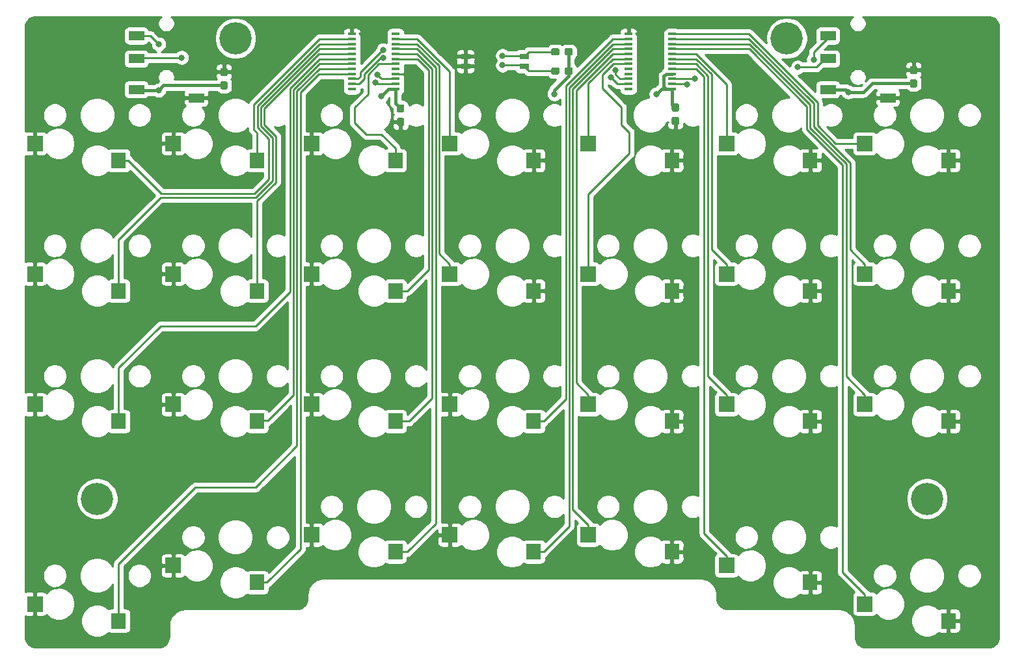
<source format=gbl>
G04 #@! TF.GenerationSoftware,KiCad,Pcbnew,(5.1.0-0)*
G04 #@! TF.CreationDate,2019-06-09T20:05:47+02:00*
G04 #@! TF.ProjectId,ssol56-pcb,73736f6c-3536-42d7-9063-622e6b696361,rev?*
G04 #@! TF.SameCoordinates,Original*
G04 #@! TF.FileFunction,Copper,L2,Bot*
G04 #@! TF.FilePolarity,Positive*
%FSLAX46Y46*%
G04 Gerber Fmt 4.6, Leading zero omitted, Abs format (unit mm)*
G04 Created by KiCad (PCBNEW (5.1.0-0)) date 2019-06-09 20:05:47*
%MOMM*%
%LPD*%
G04 APERTURE LIST*
%ADD10R,2.000000X2.000000*%
%ADD11R,1.900000X2.000000*%
%ADD12R,2.000000X1.200000*%
%ADD13C,4.200000*%
%ADD14R,1.270000X0.760000*%
%ADD15C,0.100000*%
%ADD16C,0.950000*%
%ADD17R,1.100000X0.400000*%
%ADD18C,0.800000*%
%ADD19C,0.250000*%
%ADD20C,0.400000*%
%ADD21C,0.254000*%
G04 APERTURE END LIST*
D10*
X258900000Y-105200000D03*
D11*
X269800000Y-107400000D03*
D10*
X240900000Y-100200000D03*
D11*
X251800000Y-102400000D03*
D10*
X222900000Y-96200000D03*
D11*
X233800000Y-98400000D03*
D10*
X204900000Y-96200000D03*
D11*
X215800000Y-98400000D03*
D10*
X186900000Y-96200000D03*
D11*
X197800000Y-98400000D03*
D10*
X168900000Y-100200000D03*
D11*
X179800000Y-102400000D03*
D10*
X150900000Y-105200000D03*
D11*
X161800000Y-107400000D03*
D10*
X258900000Y-79200000D03*
D11*
X269800000Y-81400000D03*
D10*
X240900000Y-79200000D03*
D11*
X251800000Y-81400000D03*
D10*
X222900000Y-79200000D03*
D11*
X233800000Y-81400000D03*
D10*
X204900000Y-79200000D03*
D11*
X215800000Y-81400000D03*
D10*
X186900000Y-79200000D03*
D11*
X197800000Y-81400000D03*
D10*
X168900000Y-79200000D03*
D11*
X179800000Y-81400000D03*
D10*
X150900000Y-79200000D03*
D11*
X161800000Y-81400000D03*
D10*
X258900000Y-62200000D03*
D11*
X269800000Y-64400000D03*
D10*
X240900000Y-62200000D03*
D11*
X251800000Y-64400000D03*
D10*
X222900000Y-62200000D03*
D11*
X233800000Y-64400000D03*
D10*
X204900000Y-62200000D03*
D11*
X215800000Y-64400000D03*
D10*
X186900000Y-62200000D03*
D11*
X197800000Y-64400000D03*
D10*
X168900000Y-62200000D03*
D11*
X179800000Y-64400000D03*
D10*
X150900000Y-62200000D03*
D11*
X161800000Y-64400000D03*
D10*
X258900000Y-45200000D03*
D11*
X269800000Y-47400000D03*
D10*
X240900000Y-45200000D03*
D11*
X251800000Y-47400000D03*
D10*
X222900000Y-45200000D03*
D11*
X233800000Y-47400000D03*
D10*
X204900000Y-45200000D03*
D11*
X215800000Y-47400000D03*
D10*
X186900000Y-45200000D03*
D11*
X197800000Y-47400000D03*
D10*
X168900000Y-45200000D03*
D11*
X179800000Y-47400000D03*
D10*
X150900000Y-45200000D03*
D11*
X161800000Y-47400000D03*
D12*
X254100000Y-31150000D03*
X254100000Y-34150000D03*
X254100000Y-38150000D03*
X261900000Y-39250000D03*
X164100000Y-31150000D03*
X164100000Y-34150000D03*
X164100000Y-38150000D03*
X171900000Y-39250000D03*
D13*
X267000000Y-91500000D03*
X248750000Y-31500000D03*
X159000000Y-91500000D03*
X177000000Y-31500000D03*
D14*
X206940000Y-33865000D03*
X206940000Y-35135000D03*
X214560000Y-35135000D03*
X214560000Y-33865000D03*
D15*
G36*
X220685779Y-35276144D02*
G01*
X220708834Y-35279563D01*
X220731443Y-35285227D01*
X220753387Y-35293079D01*
X220774457Y-35303044D01*
X220794448Y-35315026D01*
X220813168Y-35328910D01*
X220830438Y-35344562D01*
X220846090Y-35361832D01*
X220859974Y-35380552D01*
X220871956Y-35400543D01*
X220881921Y-35421613D01*
X220889773Y-35443557D01*
X220895437Y-35466166D01*
X220898856Y-35489221D01*
X220900000Y-35512500D01*
X220900000Y-35987500D01*
X220898856Y-36010779D01*
X220895437Y-36033834D01*
X220889773Y-36056443D01*
X220881921Y-36078387D01*
X220871956Y-36099457D01*
X220859974Y-36119448D01*
X220846090Y-36138168D01*
X220830438Y-36155438D01*
X220813168Y-36171090D01*
X220794448Y-36184974D01*
X220774457Y-36196956D01*
X220753387Y-36206921D01*
X220731443Y-36214773D01*
X220708834Y-36220437D01*
X220685779Y-36223856D01*
X220662500Y-36225000D01*
X220087500Y-36225000D01*
X220064221Y-36223856D01*
X220041166Y-36220437D01*
X220018557Y-36214773D01*
X219996613Y-36206921D01*
X219975543Y-36196956D01*
X219955552Y-36184974D01*
X219936832Y-36171090D01*
X219919562Y-36155438D01*
X219903910Y-36138168D01*
X219890026Y-36119448D01*
X219878044Y-36099457D01*
X219868079Y-36078387D01*
X219860227Y-36056443D01*
X219854563Y-36033834D01*
X219851144Y-36010779D01*
X219850000Y-35987500D01*
X219850000Y-35512500D01*
X219851144Y-35489221D01*
X219854563Y-35466166D01*
X219860227Y-35443557D01*
X219868079Y-35421613D01*
X219878044Y-35400543D01*
X219890026Y-35380552D01*
X219903910Y-35361832D01*
X219919562Y-35344562D01*
X219936832Y-35328910D01*
X219955552Y-35315026D01*
X219975543Y-35303044D01*
X219996613Y-35293079D01*
X220018557Y-35285227D01*
X220041166Y-35279563D01*
X220064221Y-35276144D01*
X220087500Y-35275000D01*
X220662500Y-35275000D01*
X220685779Y-35276144D01*
X220685779Y-35276144D01*
G37*
D16*
X220375000Y-35750000D03*
D15*
G36*
X218935779Y-35276144D02*
G01*
X218958834Y-35279563D01*
X218981443Y-35285227D01*
X219003387Y-35293079D01*
X219024457Y-35303044D01*
X219044448Y-35315026D01*
X219063168Y-35328910D01*
X219080438Y-35344562D01*
X219096090Y-35361832D01*
X219109974Y-35380552D01*
X219121956Y-35400543D01*
X219131921Y-35421613D01*
X219139773Y-35443557D01*
X219145437Y-35466166D01*
X219148856Y-35489221D01*
X219150000Y-35512500D01*
X219150000Y-35987500D01*
X219148856Y-36010779D01*
X219145437Y-36033834D01*
X219139773Y-36056443D01*
X219131921Y-36078387D01*
X219121956Y-36099457D01*
X219109974Y-36119448D01*
X219096090Y-36138168D01*
X219080438Y-36155438D01*
X219063168Y-36171090D01*
X219044448Y-36184974D01*
X219024457Y-36196956D01*
X219003387Y-36206921D01*
X218981443Y-36214773D01*
X218958834Y-36220437D01*
X218935779Y-36223856D01*
X218912500Y-36225000D01*
X218337500Y-36225000D01*
X218314221Y-36223856D01*
X218291166Y-36220437D01*
X218268557Y-36214773D01*
X218246613Y-36206921D01*
X218225543Y-36196956D01*
X218205552Y-36184974D01*
X218186832Y-36171090D01*
X218169562Y-36155438D01*
X218153910Y-36138168D01*
X218140026Y-36119448D01*
X218128044Y-36099457D01*
X218118079Y-36078387D01*
X218110227Y-36056443D01*
X218104563Y-36033834D01*
X218101144Y-36010779D01*
X218100000Y-35987500D01*
X218100000Y-35512500D01*
X218101144Y-35489221D01*
X218104563Y-35466166D01*
X218110227Y-35443557D01*
X218118079Y-35421613D01*
X218128044Y-35400543D01*
X218140026Y-35380552D01*
X218153910Y-35361832D01*
X218169562Y-35344562D01*
X218186832Y-35328910D01*
X218205552Y-35315026D01*
X218225543Y-35303044D01*
X218246613Y-35293079D01*
X218268557Y-35285227D01*
X218291166Y-35279563D01*
X218314221Y-35276144D01*
X218337500Y-35275000D01*
X218912500Y-35275000D01*
X218935779Y-35276144D01*
X218935779Y-35276144D01*
G37*
D16*
X218625000Y-35750000D03*
D15*
G36*
X218935779Y-32776144D02*
G01*
X218958834Y-32779563D01*
X218981443Y-32785227D01*
X219003387Y-32793079D01*
X219024457Y-32803044D01*
X219044448Y-32815026D01*
X219063168Y-32828910D01*
X219080438Y-32844562D01*
X219096090Y-32861832D01*
X219109974Y-32880552D01*
X219121956Y-32900543D01*
X219131921Y-32921613D01*
X219139773Y-32943557D01*
X219145437Y-32966166D01*
X219148856Y-32989221D01*
X219150000Y-33012500D01*
X219150000Y-33487500D01*
X219148856Y-33510779D01*
X219145437Y-33533834D01*
X219139773Y-33556443D01*
X219131921Y-33578387D01*
X219121956Y-33599457D01*
X219109974Y-33619448D01*
X219096090Y-33638168D01*
X219080438Y-33655438D01*
X219063168Y-33671090D01*
X219044448Y-33684974D01*
X219024457Y-33696956D01*
X219003387Y-33706921D01*
X218981443Y-33714773D01*
X218958834Y-33720437D01*
X218935779Y-33723856D01*
X218912500Y-33725000D01*
X218337500Y-33725000D01*
X218314221Y-33723856D01*
X218291166Y-33720437D01*
X218268557Y-33714773D01*
X218246613Y-33706921D01*
X218225543Y-33696956D01*
X218205552Y-33684974D01*
X218186832Y-33671090D01*
X218169562Y-33655438D01*
X218153910Y-33638168D01*
X218140026Y-33619448D01*
X218128044Y-33599457D01*
X218118079Y-33578387D01*
X218110227Y-33556443D01*
X218104563Y-33533834D01*
X218101144Y-33510779D01*
X218100000Y-33487500D01*
X218100000Y-33012500D01*
X218101144Y-32989221D01*
X218104563Y-32966166D01*
X218110227Y-32943557D01*
X218118079Y-32921613D01*
X218128044Y-32900543D01*
X218140026Y-32880552D01*
X218153910Y-32861832D01*
X218169562Y-32844562D01*
X218186832Y-32828910D01*
X218205552Y-32815026D01*
X218225543Y-32803044D01*
X218246613Y-32793079D01*
X218268557Y-32785227D01*
X218291166Y-32779563D01*
X218314221Y-32776144D01*
X218337500Y-32775000D01*
X218912500Y-32775000D01*
X218935779Y-32776144D01*
X218935779Y-32776144D01*
G37*
D16*
X218625000Y-33250000D03*
D15*
G36*
X220685779Y-32776144D02*
G01*
X220708834Y-32779563D01*
X220731443Y-32785227D01*
X220753387Y-32793079D01*
X220774457Y-32803044D01*
X220794448Y-32815026D01*
X220813168Y-32828910D01*
X220830438Y-32844562D01*
X220846090Y-32861832D01*
X220859974Y-32880552D01*
X220871956Y-32900543D01*
X220881921Y-32921613D01*
X220889773Y-32943557D01*
X220895437Y-32966166D01*
X220898856Y-32989221D01*
X220900000Y-33012500D01*
X220900000Y-33487500D01*
X220898856Y-33510779D01*
X220895437Y-33533834D01*
X220889773Y-33556443D01*
X220881921Y-33578387D01*
X220871956Y-33599457D01*
X220859974Y-33619448D01*
X220846090Y-33638168D01*
X220830438Y-33655438D01*
X220813168Y-33671090D01*
X220794448Y-33684974D01*
X220774457Y-33696956D01*
X220753387Y-33706921D01*
X220731443Y-33714773D01*
X220708834Y-33720437D01*
X220685779Y-33723856D01*
X220662500Y-33725000D01*
X220087500Y-33725000D01*
X220064221Y-33723856D01*
X220041166Y-33720437D01*
X220018557Y-33714773D01*
X219996613Y-33706921D01*
X219975543Y-33696956D01*
X219955552Y-33684974D01*
X219936832Y-33671090D01*
X219919562Y-33655438D01*
X219903910Y-33638168D01*
X219890026Y-33619448D01*
X219878044Y-33599457D01*
X219868079Y-33578387D01*
X219860227Y-33556443D01*
X219854563Y-33533834D01*
X219851144Y-33510779D01*
X219850000Y-33487500D01*
X219850000Y-33012500D01*
X219851144Y-32989221D01*
X219854563Y-32966166D01*
X219860227Y-32943557D01*
X219868079Y-32921613D01*
X219878044Y-32900543D01*
X219890026Y-32880552D01*
X219903910Y-32861832D01*
X219919562Y-32844562D01*
X219936832Y-32828910D01*
X219955552Y-32815026D01*
X219975543Y-32803044D01*
X219996613Y-32793079D01*
X220018557Y-32785227D01*
X220041166Y-32779563D01*
X220064221Y-32776144D01*
X220087500Y-32775000D01*
X220662500Y-32775000D01*
X220685779Y-32776144D01*
X220685779Y-32776144D01*
G37*
D16*
X220375000Y-33250000D03*
D15*
G36*
X265510779Y-35101144D02*
G01*
X265533834Y-35104563D01*
X265556443Y-35110227D01*
X265578387Y-35118079D01*
X265599457Y-35128044D01*
X265619448Y-35140026D01*
X265638168Y-35153910D01*
X265655438Y-35169562D01*
X265671090Y-35186832D01*
X265684974Y-35205552D01*
X265696956Y-35225543D01*
X265706921Y-35246613D01*
X265714773Y-35268557D01*
X265720437Y-35291166D01*
X265723856Y-35314221D01*
X265725000Y-35337500D01*
X265725000Y-35912500D01*
X265723856Y-35935779D01*
X265720437Y-35958834D01*
X265714773Y-35981443D01*
X265706921Y-36003387D01*
X265696956Y-36024457D01*
X265684974Y-36044448D01*
X265671090Y-36063168D01*
X265655438Y-36080438D01*
X265638168Y-36096090D01*
X265619448Y-36109974D01*
X265599457Y-36121956D01*
X265578387Y-36131921D01*
X265556443Y-36139773D01*
X265533834Y-36145437D01*
X265510779Y-36148856D01*
X265487500Y-36150000D01*
X265012500Y-36150000D01*
X264989221Y-36148856D01*
X264966166Y-36145437D01*
X264943557Y-36139773D01*
X264921613Y-36131921D01*
X264900543Y-36121956D01*
X264880552Y-36109974D01*
X264861832Y-36096090D01*
X264844562Y-36080438D01*
X264828910Y-36063168D01*
X264815026Y-36044448D01*
X264803044Y-36024457D01*
X264793079Y-36003387D01*
X264785227Y-35981443D01*
X264779563Y-35958834D01*
X264776144Y-35935779D01*
X264775000Y-35912500D01*
X264775000Y-35337500D01*
X264776144Y-35314221D01*
X264779563Y-35291166D01*
X264785227Y-35268557D01*
X264793079Y-35246613D01*
X264803044Y-35225543D01*
X264815026Y-35205552D01*
X264828910Y-35186832D01*
X264844562Y-35169562D01*
X264861832Y-35153910D01*
X264880552Y-35140026D01*
X264900543Y-35128044D01*
X264921613Y-35118079D01*
X264943557Y-35110227D01*
X264966166Y-35104563D01*
X264989221Y-35101144D01*
X265012500Y-35100000D01*
X265487500Y-35100000D01*
X265510779Y-35101144D01*
X265510779Y-35101144D01*
G37*
D16*
X265250000Y-35625000D03*
D15*
G36*
X265510779Y-36851144D02*
G01*
X265533834Y-36854563D01*
X265556443Y-36860227D01*
X265578387Y-36868079D01*
X265599457Y-36878044D01*
X265619448Y-36890026D01*
X265638168Y-36903910D01*
X265655438Y-36919562D01*
X265671090Y-36936832D01*
X265684974Y-36955552D01*
X265696956Y-36975543D01*
X265706921Y-36996613D01*
X265714773Y-37018557D01*
X265720437Y-37041166D01*
X265723856Y-37064221D01*
X265725000Y-37087500D01*
X265725000Y-37662500D01*
X265723856Y-37685779D01*
X265720437Y-37708834D01*
X265714773Y-37731443D01*
X265706921Y-37753387D01*
X265696956Y-37774457D01*
X265684974Y-37794448D01*
X265671090Y-37813168D01*
X265655438Y-37830438D01*
X265638168Y-37846090D01*
X265619448Y-37859974D01*
X265599457Y-37871956D01*
X265578387Y-37881921D01*
X265556443Y-37889773D01*
X265533834Y-37895437D01*
X265510779Y-37898856D01*
X265487500Y-37900000D01*
X265012500Y-37900000D01*
X264989221Y-37898856D01*
X264966166Y-37895437D01*
X264943557Y-37889773D01*
X264921613Y-37881921D01*
X264900543Y-37871956D01*
X264880552Y-37859974D01*
X264861832Y-37846090D01*
X264844562Y-37830438D01*
X264828910Y-37813168D01*
X264815026Y-37794448D01*
X264803044Y-37774457D01*
X264793079Y-37753387D01*
X264785227Y-37731443D01*
X264779563Y-37708834D01*
X264776144Y-37685779D01*
X264775000Y-37662500D01*
X264775000Y-37087500D01*
X264776144Y-37064221D01*
X264779563Y-37041166D01*
X264785227Y-37018557D01*
X264793079Y-36996613D01*
X264803044Y-36975543D01*
X264815026Y-36955552D01*
X264828910Y-36936832D01*
X264844562Y-36919562D01*
X264861832Y-36903910D01*
X264880552Y-36890026D01*
X264900543Y-36878044D01*
X264921613Y-36868079D01*
X264943557Y-36860227D01*
X264966166Y-36854563D01*
X264989221Y-36851144D01*
X265012500Y-36850000D01*
X265487500Y-36850000D01*
X265510779Y-36851144D01*
X265510779Y-36851144D01*
G37*
D16*
X265250000Y-37375000D03*
D15*
G36*
X175760779Y-35351144D02*
G01*
X175783834Y-35354563D01*
X175806443Y-35360227D01*
X175828387Y-35368079D01*
X175849457Y-35378044D01*
X175869448Y-35390026D01*
X175888168Y-35403910D01*
X175905438Y-35419562D01*
X175921090Y-35436832D01*
X175934974Y-35455552D01*
X175946956Y-35475543D01*
X175956921Y-35496613D01*
X175964773Y-35518557D01*
X175970437Y-35541166D01*
X175973856Y-35564221D01*
X175975000Y-35587500D01*
X175975000Y-36162500D01*
X175973856Y-36185779D01*
X175970437Y-36208834D01*
X175964773Y-36231443D01*
X175956921Y-36253387D01*
X175946956Y-36274457D01*
X175934974Y-36294448D01*
X175921090Y-36313168D01*
X175905438Y-36330438D01*
X175888168Y-36346090D01*
X175869448Y-36359974D01*
X175849457Y-36371956D01*
X175828387Y-36381921D01*
X175806443Y-36389773D01*
X175783834Y-36395437D01*
X175760779Y-36398856D01*
X175737500Y-36400000D01*
X175262500Y-36400000D01*
X175239221Y-36398856D01*
X175216166Y-36395437D01*
X175193557Y-36389773D01*
X175171613Y-36381921D01*
X175150543Y-36371956D01*
X175130552Y-36359974D01*
X175111832Y-36346090D01*
X175094562Y-36330438D01*
X175078910Y-36313168D01*
X175065026Y-36294448D01*
X175053044Y-36274457D01*
X175043079Y-36253387D01*
X175035227Y-36231443D01*
X175029563Y-36208834D01*
X175026144Y-36185779D01*
X175025000Y-36162500D01*
X175025000Y-35587500D01*
X175026144Y-35564221D01*
X175029563Y-35541166D01*
X175035227Y-35518557D01*
X175043079Y-35496613D01*
X175053044Y-35475543D01*
X175065026Y-35455552D01*
X175078910Y-35436832D01*
X175094562Y-35419562D01*
X175111832Y-35403910D01*
X175130552Y-35390026D01*
X175150543Y-35378044D01*
X175171613Y-35368079D01*
X175193557Y-35360227D01*
X175216166Y-35354563D01*
X175239221Y-35351144D01*
X175262500Y-35350000D01*
X175737500Y-35350000D01*
X175760779Y-35351144D01*
X175760779Y-35351144D01*
G37*
D16*
X175500000Y-35875000D03*
D15*
G36*
X175760779Y-37101144D02*
G01*
X175783834Y-37104563D01*
X175806443Y-37110227D01*
X175828387Y-37118079D01*
X175849457Y-37128044D01*
X175869448Y-37140026D01*
X175888168Y-37153910D01*
X175905438Y-37169562D01*
X175921090Y-37186832D01*
X175934974Y-37205552D01*
X175946956Y-37225543D01*
X175956921Y-37246613D01*
X175964773Y-37268557D01*
X175970437Y-37291166D01*
X175973856Y-37314221D01*
X175975000Y-37337500D01*
X175975000Y-37912500D01*
X175973856Y-37935779D01*
X175970437Y-37958834D01*
X175964773Y-37981443D01*
X175956921Y-38003387D01*
X175946956Y-38024457D01*
X175934974Y-38044448D01*
X175921090Y-38063168D01*
X175905438Y-38080438D01*
X175888168Y-38096090D01*
X175869448Y-38109974D01*
X175849457Y-38121956D01*
X175828387Y-38131921D01*
X175806443Y-38139773D01*
X175783834Y-38145437D01*
X175760779Y-38148856D01*
X175737500Y-38150000D01*
X175262500Y-38150000D01*
X175239221Y-38148856D01*
X175216166Y-38145437D01*
X175193557Y-38139773D01*
X175171613Y-38131921D01*
X175150543Y-38121956D01*
X175130552Y-38109974D01*
X175111832Y-38096090D01*
X175094562Y-38080438D01*
X175078910Y-38063168D01*
X175065026Y-38044448D01*
X175053044Y-38024457D01*
X175043079Y-38003387D01*
X175035227Y-37981443D01*
X175029563Y-37958834D01*
X175026144Y-37935779D01*
X175025000Y-37912500D01*
X175025000Y-37337500D01*
X175026144Y-37314221D01*
X175029563Y-37291166D01*
X175035227Y-37268557D01*
X175043079Y-37246613D01*
X175053044Y-37225543D01*
X175065026Y-37205552D01*
X175078910Y-37186832D01*
X175094562Y-37169562D01*
X175111832Y-37153910D01*
X175130552Y-37140026D01*
X175150543Y-37128044D01*
X175171613Y-37118079D01*
X175193557Y-37110227D01*
X175216166Y-37104563D01*
X175239221Y-37101144D01*
X175262500Y-37100000D01*
X175737500Y-37100000D01*
X175760779Y-37101144D01*
X175760779Y-37101144D01*
G37*
D16*
X175500000Y-37625000D03*
D15*
G36*
X234510779Y-41726144D02*
G01*
X234533834Y-41729563D01*
X234556443Y-41735227D01*
X234578387Y-41743079D01*
X234599457Y-41753044D01*
X234619448Y-41765026D01*
X234638168Y-41778910D01*
X234655438Y-41794562D01*
X234671090Y-41811832D01*
X234684974Y-41830552D01*
X234696956Y-41850543D01*
X234706921Y-41871613D01*
X234714773Y-41893557D01*
X234720437Y-41916166D01*
X234723856Y-41939221D01*
X234725000Y-41962500D01*
X234725000Y-42537500D01*
X234723856Y-42560779D01*
X234720437Y-42583834D01*
X234714773Y-42606443D01*
X234706921Y-42628387D01*
X234696956Y-42649457D01*
X234684974Y-42669448D01*
X234671090Y-42688168D01*
X234655438Y-42705438D01*
X234638168Y-42721090D01*
X234619448Y-42734974D01*
X234599457Y-42746956D01*
X234578387Y-42756921D01*
X234556443Y-42764773D01*
X234533834Y-42770437D01*
X234510779Y-42773856D01*
X234487500Y-42775000D01*
X234012500Y-42775000D01*
X233989221Y-42773856D01*
X233966166Y-42770437D01*
X233943557Y-42764773D01*
X233921613Y-42756921D01*
X233900543Y-42746956D01*
X233880552Y-42734974D01*
X233861832Y-42721090D01*
X233844562Y-42705438D01*
X233828910Y-42688168D01*
X233815026Y-42669448D01*
X233803044Y-42649457D01*
X233793079Y-42628387D01*
X233785227Y-42606443D01*
X233779563Y-42583834D01*
X233776144Y-42560779D01*
X233775000Y-42537500D01*
X233775000Y-41962500D01*
X233776144Y-41939221D01*
X233779563Y-41916166D01*
X233785227Y-41893557D01*
X233793079Y-41871613D01*
X233803044Y-41850543D01*
X233815026Y-41830552D01*
X233828910Y-41811832D01*
X233844562Y-41794562D01*
X233861832Y-41778910D01*
X233880552Y-41765026D01*
X233900543Y-41753044D01*
X233921613Y-41743079D01*
X233943557Y-41735227D01*
X233966166Y-41729563D01*
X233989221Y-41726144D01*
X234012500Y-41725000D01*
X234487500Y-41725000D01*
X234510779Y-41726144D01*
X234510779Y-41726144D01*
G37*
D16*
X234250000Y-42250000D03*
D15*
G36*
X234510779Y-39976144D02*
G01*
X234533834Y-39979563D01*
X234556443Y-39985227D01*
X234578387Y-39993079D01*
X234599457Y-40003044D01*
X234619448Y-40015026D01*
X234638168Y-40028910D01*
X234655438Y-40044562D01*
X234671090Y-40061832D01*
X234684974Y-40080552D01*
X234696956Y-40100543D01*
X234706921Y-40121613D01*
X234714773Y-40143557D01*
X234720437Y-40166166D01*
X234723856Y-40189221D01*
X234725000Y-40212500D01*
X234725000Y-40787500D01*
X234723856Y-40810779D01*
X234720437Y-40833834D01*
X234714773Y-40856443D01*
X234706921Y-40878387D01*
X234696956Y-40899457D01*
X234684974Y-40919448D01*
X234671090Y-40938168D01*
X234655438Y-40955438D01*
X234638168Y-40971090D01*
X234619448Y-40984974D01*
X234599457Y-40996956D01*
X234578387Y-41006921D01*
X234556443Y-41014773D01*
X234533834Y-41020437D01*
X234510779Y-41023856D01*
X234487500Y-41025000D01*
X234012500Y-41025000D01*
X233989221Y-41023856D01*
X233966166Y-41020437D01*
X233943557Y-41014773D01*
X233921613Y-41006921D01*
X233900543Y-40996956D01*
X233880552Y-40984974D01*
X233861832Y-40971090D01*
X233844562Y-40955438D01*
X233828910Y-40938168D01*
X233815026Y-40919448D01*
X233803044Y-40899457D01*
X233793079Y-40878387D01*
X233785227Y-40856443D01*
X233779563Y-40833834D01*
X233776144Y-40810779D01*
X233775000Y-40787500D01*
X233775000Y-40212500D01*
X233776144Y-40189221D01*
X233779563Y-40166166D01*
X233785227Y-40143557D01*
X233793079Y-40121613D01*
X233803044Y-40100543D01*
X233815026Y-40080552D01*
X233828910Y-40061832D01*
X233844562Y-40044562D01*
X233861832Y-40028910D01*
X233880552Y-40015026D01*
X233900543Y-40003044D01*
X233921613Y-39993079D01*
X233943557Y-39985227D01*
X233966166Y-39979563D01*
X233989221Y-39976144D01*
X234012500Y-39975000D01*
X234487500Y-39975000D01*
X234510779Y-39976144D01*
X234510779Y-39976144D01*
G37*
D16*
X234250000Y-40500000D03*
D15*
G36*
X198760779Y-41851144D02*
G01*
X198783834Y-41854563D01*
X198806443Y-41860227D01*
X198828387Y-41868079D01*
X198849457Y-41878044D01*
X198869448Y-41890026D01*
X198888168Y-41903910D01*
X198905438Y-41919562D01*
X198921090Y-41936832D01*
X198934974Y-41955552D01*
X198946956Y-41975543D01*
X198956921Y-41996613D01*
X198964773Y-42018557D01*
X198970437Y-42041166D01*
X198973856Y-42064221D01*
X198975000Y-42087500D01*
X198975000Y-42662500D01*
X198973856Y-42685779D01*
X198970437Y-42708834D01*
X198964773Y-42731443D01*
X198956921Y-42753387D01*
X198946956Y-42774457D01*
X198934974Y-42794448D01*
X198921090Y-42813168D01*
X198905438Y-42830438D01*
X198888168Y-42846090D01*
X198869448Y-42859974D01*
X198849457Y-42871956D01*
X198828387Y-42881921D01*
X198806443Y-42889773D01*
X198783834Y-42895437D01*
X198760779Y-42898856D01*
X198737500Y-42900000D01*
X198262500Y-42900000D01*
X198239221Y-42898856D01*
X198216166Y-42895437D01*
X198193557Y-42889773D01*
X198171613Y-42881921D01*
X198150543Y-42871956D01*
X198130552Y-42859974D01*
X198111832Y-42846090D01*
X198094562Y-42830438D01*
X198078910Y-42813168D01*
X198065026Y-42794448D01*
X198053044Y-42774457D01*
X198043079Y-42753387D01*
X198035227Y-42731443D01*
X198029563Y-42708834D01*
X198026144Y-42685779D01*
X198025000Y-42662500D01*
X198025000Y-42087500D01*
X198026144Y-42064221D01*
X198029563Y-42041166D01*
X198035227Y-42018557D01*
X198043079Y-41996613D01*
X198053044Y-41975543D01*
X198065026Y-41955552D01*
X198078910Y-41936832D01*
X198094562Y-41919562D01*
X198111832Y-41903910D01*
X198130552Y-41890026D01*
X198150543Y-41878044D01*
X198171613Y-41868079D01*
X198193557Y-41860227D01*
X198216166Y-41854563D01*
X198239221Y-41851144D01*
X198262500Y-41850000D01*
X198737500Y-41850000D01*
X198760779Y-41851144D01*
X198760779Y-41851144D01*
G37*
D16*
X198500000Y-42375000D03*
D15*
G36*
X198760779Y-40101144D02*
G01*
X198783834Y-40104563D01*
X198806443Y-40110227D01*
X198828387Y-40118079D01*
X198849457Y-40128044D01*
X198869448Y-40140026D01*
X198888168Y-40153910D01*
X198905438Y-40169562D01*
X198921090Y-40186832D01*
X198934974Y-40205552D01*
X198946956Y-40225543D01*
X198956921Y-40246613D01*
X198964773Y-40268557D01*
X198970437Y-40291166D01*
X198973856Y-40314221D01*
X198975000Y-40337500D01*
X198975000Y-40912500D01*
X198973856Y-40935779D01*
X198970437Y-40958834D01*
X198964773Y-40981443D01*
X198956921Y-41003387D01*
X198946956Y-41024457D01*
X198934974Y-41044448D01*
X198921090Y-41063168D01*
X198905438Y-41080438D01*
X198888168Y-41096090D01*
X198869448Y-41109974D01*
X198849457Y-41121956D01*
X198828387Y-41131921D01*
X198806443Y-41139773D01*
X198783834Y-41145437D01*
X198760779Y-41148856D01*
X198737500Y-41150000D01*
X198262500Y-41150000D01*
X198239221Y-41148856D01*
X198216166Y-41145437D01*
X198193557Y-41139773D01*
X198171613Y-41131921D01*
X198150543Y-41121956D01*
X198130552Y-41109974D01*
X198111832Y-41096090D01*
X198094562Y-41080438D01*
X198078910Y-41063168D01*
X198065026Y-41044448D01*
X198053044Y-41024457D01*
X198043079Y-41003387D01*
X198035227Y-40981443D01*
X198029563Y-40958834D01*
X198026144Y-40935779D01*
X198025000Y-40912500D01*
X198025000Y-40337500D01*
X198026144Y-40314221D01*
X198029563Y-40291166D01*
X198035227Y-40268557D01*
X198043079Y-40246613D01*
X198053044Y-40225543D01*
X198065026Y-40205552D01*
X198078910Y-40186832D01*
X198094562Y-40169562D01*
X198111832Y-40153910D01*
X198130552Y-40140026D01*
X198150543Y-40128044D01*
X198171613Y-40118079D01*
X198193557Y-40110227D01*
X198216166Y-40104563D01*
X198239221Y-40101144D01*
X198262500Y-40100000D01*
X198737500Y-40100000D01*
X198760779Y-40101144D01*
X198760779Y-40101144D01*
G37*
D16*
X198500000Y-40625000D03*
D17*
X233850000Y-38075000D03*
X233850000Y-37425000D03*
X233850000Y-36775000D03*
X233850000Y-36125000D03*
X233850000Y-35475000D03*
X233850000Y-34825000D03*
X233850000Y-34175000D03*
X233850000Y-33525000D03*
X233850000Y-32875000D03*
X233850000Y-32225000D03*
X233850000Y-31575000D03*
X233850000Y-30925000D03*
X228150000Y-30925000D03*
X228150000Y-31575000D03*
X228150000Y-32225000D03*
X228150000Y-32875000D03*
X228150000Y-33525000D03*
X228150000Y-34175000D03*
X228150000Y-34825000D03*
X228150000Y-35475000D03*
X228150000Y-36125000D03*
X228150000Y-36775000D03*
X228150000Y-37425000D03*
X228150000Y-38075000D03*
X197850000Y-38075000D03*
X197850000Y-37425000D03*
X197850000Y-36775000D03*
X197850000Y-36125000D03*
X197850000Y-35475000D03*
X197850000Y-34825000D03*
X197850000Y-34175000D03*
X197850000Y-33525000D03*
X197850000Y-32875000D03*
X197850000Y-32225000D03*
X197850000Y-31575000D03*
X197850000Y-30925000D03*
X192150000Y-30925000D03*
X192150000Y-31575000D03*
X192150000Y-32225000D03*
X192150000Y-32875000D03*
X192150000Y-33525000D03*
X192150000Y-34175000D03*
X192150000Y-34825000D03*
X192150000Y-35475000D03*
X192150000Y-36125000D03*
X192150000Y-36775000D03*
X192150000Y-37425000D03*
X192150000Y-38075000D03*
D18*
X167000000Y-32250000D03*
X235750006Y-37500000D03*
X195250000Y-37249988D03*
X252250000Y-34250010D03*
X170000000Y-34000000D03*
X236750000Y-36750000D03*
X195500000Y-36250000D03*
X250184311Y-35250000D03*
X200000000Y-36000000D03*
X157500000Y-31000000D03*
X267500000Y-31000000D03*
X271250000Y-87500000D03*
X153500000Y-88000000D03*
X196250000Y-32999997D03*
X211750000Y-33750000D03*
X226450962Y-35607444D03*
X196250000Y-34000000D03*
X211750000Y-35000000D03*
X225849289Y-36605473D03*
X196000000Y-39000000D03*
X167000000Y-38250000D03*
X231750000Y-38750000D03*
X218500000Y-38750000D03*
X256750000Y-38500000D03*
D19*
X165900000Y-31150000D02*
X167000000Y-32250000D01*
X164100000Y-31150000D02*
X165900000Y-31150000D01*
X235675006Y-37425000D02*
X235750006Y-37500000D01*
X233850000Y-37425000D02*
X235675006Y-37425000D01*
X197850000Y-37425000D02*
X195425012Y-37425000D01*
X195425012Y-37425000D02*
X195250000Y-37249988D01*
X254100000Y-31400000D02*
X252250000Y-33250000D01*
X252250000Y-33250000D02*
X252250000Y-34250010D01*
X254100000Y-31150000D02*
X254100000Y-31400000D01*
X164250000Y-34000000D02*
X164100000Y-34150000D01*
X170000000Y-34000000D02*
X164250000Y-34000000D01*
X233850000Y-36775000D02*
X236725000Y-36775000D01*
X236725000Y-36775000D02*
X236750000Y-36750000D01*
X197850000Y-36775000D02*
X196025000Y-36775000D01*
X196025000Y-36775000D02*
X195899999Y-36649999D01*
X195899999Y-36649999D02*
X195500000Y-36250000D01*
X250749996Y-35250000D02*
X250184311Y-35250000D01*
X253700000Y-34150000D02*
X252600000Y-35250000D01*
X254100000Y-34150000D02*
X253700000Y-34150000D01*
X252600000Y-35250000D02*
X250749996Y-35250000D01*
X199375000Y-36125000D02*
X199500000Y-36250000D01*
X197850000Y-36125000D02*
X199375000Y-36125000D01*
X181349978Y-49877202D02*
X179477179Y-51750000D01*
X179849978Y-40286430D02*
X179849978Y-43122800D01*
X179477179Y-51750000D02*
X167350000Y-51750000D01*
X187911410Y-32225000D02*
X179849978Y-40286430D01*
X167350000Y-51750000D02*
X163000000Y-47400000D01*
X192150000Y-32225000D02*
X187911410Y-32225000D01*
X163000000Y-47400000D02*
X161800000Y-47400000D01*
X179849978Y-43122800D02*
X181349978Y-44622800D01*
X181349978Y-44622800D02*
X181349978Y-49877202D01*
X179399967Y-40100033D02*
X179399967Y-43399967D01*
X187925000Y-31575000D02*
X179399967Y-40100033D01*
X179800000Y-43800000D02*
X179800000Y-47400000D01*
X179399967Y-43399967D02*
X179800000Y-43800000D01*
X192150000Y-31575000D02*
X187925000Y-31575000D01*
X196000000Y-44000000D02*
X197800000Y-45800000D01*
X194000000Y-44000000D02*
X196000000Y-44000000D01*
X192500000Y-42500000D02*
X194000000Y-44000000D01*
X194250000Y-38750000D02*
X192500000Y-40500000D01*
X192500000Y-40500000D02*
X192500000Y-42500000D01*
X194250000Y-36250000D02*
X194250000Y-38750000D01*
X195675000Y-34825000D02*
X194250000Y-36250000D01*
X197800000Y-45800000D02*
X197800000Y-47400000D01*
X197850000Y-34825000D02*
X195675000Y-34825000D01*
X197850000Y-31575000D02*
X200620644Y-31575000D01*
X200620644Y-31575000D02*
X204900000Y-35854356D01*
X204900000Y-43950000D02*
X204900000Y-45200000D01*
X204900000Y-35854356D02*
X204900000Y-43950000D01*
X222900000Y-43950000D02*
X222900000Y-45200000D01*
X228150000Y-34175000D02*
X226075000Y-34175000D01*
X222900000Y-37350000D02*
X222900000Y-43950000D01*
X226075000Y-34175000D02*
X222900000Y-37350000D01*
X240900000Y-37490767D02*
X240900000Y-43950000D01*
X240900000Y-43950000D02*
X240900000Y-45200000D01*
X233850000Y-33525000D02*
X236934233Y-33525000D01*
X236934233Y-33525000D02*
X240900000Y-37490767D01*
X252750000Y-39840767D02*
X252750000Y-42840768D01*
X252750000Y-42840768D02*
X255109232Y-45200000D01*
X233850000Y-30925000D02*
X243834233Y-30925000D01*
X255109232Y-45200000D02*
X257650000Y-45200000D01*
X243834233Y-30925000D02*
X252750000Y-39840767D01*
X257650000Y-45200000D02*
X258900000Y-45200000D01*
X161800000Y-57700000D02*
X161800000Y-63150000D01*
X180299989Y-42936400D02*
X181799989Y-44436400D01*
X192150000Y-32875000D02*
X187897820Y-32875000D01*
X180299989Y-40472830D02*
X180299989Y-42936400D01*
X187897820Y-32875000D02*
X180299989Y-40472830D01*
X161800000Y-63150000D02*
X161800000Y-64400000D01*
X167250000Y-52250000D02*
X161800000Y-57700000D01*
X179613589Y-52250000D02*
X167250000Y-52250000D01*
X181799989Y-50063601D02*
X179613589Y-52250000D01*
X181799989Y-44436400D02*
X181799989Y-50063601D01*
X182250000Y-50250000D02*
X179800000Y-52700000D01*
X182250000Y-44250000D02*
X182250000Y-50250000D01*
X187884230Y-33525000D02*
X180750000Y-40659230D01*
X192150000Y-33525000D02*
X187884230Y-33525000D01*
X180750000Y-40659230D02*
X180750000Y-42750000D01*
X179800000Y-52700000D02*
X179800000Y-64400000D01*
X180750000Y-42750000D02*
X182250000Y-44250000D01*
X199350000Y-64400000D02*
X197800000Y-64400000D01*
X202149967Y-61600033D02*
X199350000Y-64400000D01*
X200675000Y-34175000D02*
X202149967Y-35649967D01*
X202149967Y-35649967D02*
X202149967Y-61600033D01*
X197850000Y-34175000D02*
X200675000Y-34175000D01*
X203500000Y-35090767D02*
X203500000Y-59550000D01*
X197850000Y-32225000D02*
X200634233Y-32225000D01*
X204900000Y-60950000D02*
X204900000Y-62200000D01*
X203500000Y-59550000D02*
X204900000Y-60950000D01*
X200634233Y-32225000D02*
X203500000Y-35090767D01*
X222900000Y-51850000D02*
X222900000Y-60950000D01*
X222900000Y-60950000D02*
X222900000Y-62200000D01*
X228250000Y-46500000D02*
X222900000Y-51850000D01*
X228250000Y-43750000D02*
X228250000Y-46500000D01*
X227250000Y-42750000D02*
X228250000Y-43750000D01*
X227250000Y-40500000D02*
X227250000Y-42750000D01*
X224750000Y-36250000D02*
X224750000Y-38000000D01*
X226175000Y-34825000D02*
X224750000Y-36250000D01*
X224750000Y-38000000D02*
X227250000Y-40500000D01*
X228150000Y-34825000D02*
X226175000Y-34825000D01*
X240900000Y-60950000D02*
X238950011Y-59000011D01*
X234650000Y-34175000D02*
X233850000Y-34175000D01*
X236947822Y-34175000D02*
X234650000Y-34175000D01*
X240900000Y-62200000D02*
X240900000Y-60950000D01*
X238950011Y-36177189D02*
X236947822Y-34175000D01*
X238950011Y-59000011D02*
X238950011Y-36177189D01*
X257000000Y-59050000D02*
X258900000Y-60950000D01*
X257000000Y-47727179D02*
X257000000Y-59050000D01*
X258900000Y-60950000D02*
X258900000Y-62200000D01*
X252250000Y-42977179D02*
X257000000Y-47727179D01*
X252250000Y-39977178D02*
X252250000Y-42977179D01*
X243847822Y-31575000D02*
X252250000Y-39977178D01*
X233850000Y-31575000D02*
X243847822Y-31575000D01*
X161800000Y-74450000D02*
X161800000Y-80150000D01*
X184100000Y-64513590D02*
X179613589Y-69000000D01*
X192150000Y-34175000D02*
X187915767Y-34175000D01*
X187915767Y-34175000D02*
X184100000Y-37990767D01*
X167250000Y-69000000D02*
X161800000Y-74450000D01*
X184100000Y-37990767D02*
X184100000Y-64513590D01*
X179613589Y-69000000D02*
X167250000Y-69000000D01*
X161800000Y-80150000D02*
X161800000Y-81400000D01*
X179950000Y-81250000D02*
X179800000Y-81400000D01*
X184550011Y-38177167D02*
X184550011Y-77949989D01*
X192150000Y-34825000D02*
X187902178Y-34825000D01*
X187902178Y-34825000D02*
X184550011Y-38177167D01*
X181250000Y-81250000D02*
X179950000Y-81250000D01*
X184550011Y-77949989D02*
X181250000Y-81250000D01*
X202599978Y-78400022D02*
X199600000Y-81400000D01*
X202599978Y-35463567D02*
X202599978Y-78400022D01*
X200661411Y-33525000D02*
X202599978Y-35463567D01*
X199600000Y-81400000D02*
X197800000Y-81400000D01*
X197850000Y-33525000D02*
X200661411Y-33525000D01*
X217100000Y-81400000D02*
X215800000Y-81400000D01*
X220000000Y-37704356D02*
X220000000Y-78500000D01*
X220000000Y-78500000D02*
X217100000Y-81400000D01*
X226129356Y-31575000D02*
X220000000Y-37704356D01*
X228150000Y-31575000D02*
X226129356Y-31575000D01*
X226088589Y-33525000D02*
X227350000Y-33525000D01*
X221350033Y-38263556D02*
X226088589Y-33525000D01*
X222900000Y-79200000D02*
X222900000Y-77950000D01*
X222900000Y-77950000D02*
X221350033Y-76400033D01*
X227350000Y-33525000D02*
X228150000Y-33525000D01*
X221350033Y-76400033D02*
X221350033Y-38263556D01*
X236961411Y-34825000D02*
X238500000Y-36363589D01*
X233850000Y-34825000D02*
X236961411Y-34825000D01*
X238500000Y-36363589D02*
X238500000Y-75550000D01*
X240900000Y-77950000D02*
X240900000Y-79200000D01*
X238500000Y-75550000D02*
X240900000Y-77950000D01*
X214445000Y-33750000D02*
X214560000Y-33865000D01*
X211750000Y-33750000D02*
X214445000Y-33750000D01*
X193250000Y-35926998D02*
X196177001Y-32999997D01*
X193250000Y-36475000D02*
X193250000Y-35926998D01*
X196177001Y-32999997D02*
X196250000Y-32999997D01*
X192950000Y-36775000D02*
X193250000Y-36475000D01*
X192150000Y-36775000D02*
X192950000Y-36775000D01*
X215175000Y-33250000D02*
X214560000Y-33865000D01*
X218625000Y-33250000D02*
X215175000Y-33250000D01*
X226450962Y-36200962D02*
X226450962Y-35607444D01*
X227025000Y-36775000D02*
X226450962Y-36200962D01*
X228150000Y-36775000D02*
X227025000Y-36775000D01*
X214425000Y-35000000D02*
X214560000Y-35135000D01*
X211750000Y-35000000D02*
X214425000Y-35000000D01*
X195863590Y-34000000D02*
X196250000Y-34000000D01*
X193750000Y-36113590D02*
X195863590Y-34000000D01*
X193750000Y-36750000D02*
X193750000Y-36113590D01*
X193075000Y-37425000D02*
X193750000Y-36750000D01*
X192150000Y-37425000D02*
X193075000Y-37425000D01*
X215175000Y-35750000D02*
X214560000Y-35135000D01*
X218625000Y-35750000D02*
X215175000Y-35750000D01*
X226249288Y-37005472D02*
X225849289Y-36605473D01*
X226668816Y-37425000D02*
X226249288Y-37005472D01*
X228150000Y-37425000D02*
X226668816Y-37425000D01*
D20*
X197850000Y-39975000D02*
X198500000Y-40625000D01*
X197850000Y-38075000D02*
X197850000Y-39975000D01*
X196925000Y-38075000D02*
X196000000Y-39000000D01*
X197850000Y-38075000D02*
X196925000Y-38075000D01*
X164200000Y-38250000D02*
X164100000Y-38150000D01*
X167000000Y-38250000D02*
X164200000Y-38250000D01*
X220375000Y-33250000D02*
X220375000Y-35750000D01*
X233850000Y-40100000D02*
X234250000Y-40500000D01*
X233850000Y-38075000D02*
X233850000Y-40100000D01*
X233050000Y-38075000D02*
X233850000Y-38075000D01*
X232750000Y-37775000D02*
X233050000Y-38075000D01*
X232750000Y-36425000D02*
X232750000Y-37775000D01*
X233050000Y-36125000D02*
X232750000Y-36425000D01*
X233850000Y-36125000D02*
X233050000Y-36125000D01*
X232425000Y-38075000D02*
X231750000Y-38750000D01*
X233850000Y-38075000D02*
X232425000Y-38075000D01*
X220375000Y-35750000D02*
X220375000Y-36375000D01*
X218500000Y-38250000D02*
X218500000Y-38750000D01*
X220375000Y-36375000D02*
X218500000Y-38250000D01*
X167625000Y-37625000D02*
X167000000Y-38250000D01*
X175500000Y-37625000D02*
X167625000Y-37625000D01*
X256400000Y-38150000D02*
X256750000Y-38500000D01*
X254100000Y-38150000D02*
X256400000Y-38150000D01*
X258750000Y-38500000D02*
X259875000Y-37375000D01*
X256750000Y-38500000D02*
X258750000Y-38500000D01*
X259875000Y-37375000D02*
X265250000Y-37375000D01*
D19*
X251799989Y-40163578D02*
X251799989Y-43163579D01*
X258900000Y-77950000D02*
X258900000Y-79200000D01*
X256500000Y-75550000D02*
X258900000Y-77950000D01*
X233850000Y-32225000D02*
X243861411Y-32225000D01*
X256500000Y-47863590D02*
X256500000Y-75550000D01*
X251799989Y-43163579D02*
X256500000Y-47863590D01*
X243861411Y-32225000D02*
X251799989Y-40163578D01*
X187888589Y-35475000D02*
X185000022Y-38363567D01*
X161800000Y-99950000D02*
X161800000Y-106150000D01*
X192150000Y-35475000D02*
X187888589Y-35475000D01*
X171750000Y-90000000D02*
X161800000Y-99950000D01*
X185000022Y-38363567D02*
X185000022Y-84613567D01*
X179613589Y-90000000D02*
X171750000Y-90000000D01*
X161800000Y-106150000D02*
X161800000Y-107400000D01*
X185000022Y-84613567D02*
X179613589Y-90000000D01*
X181100000Y-102400000D02*
X179800000Y-102400000D01*
X185450033Y-38549967D02*
X185450033Y-98049967D01*
X192150000Y-36125000D02*
X187875000Y-36125000D01*
X187875000Y-36125000D02*
X185450033Y-38549967D01*
X185450033Y-98049967D02*
X181100000Y-102400000D01*
X199350000Y-98400000D02*
X197800000Y-98400000D01*
X203049989Y-94700011D02*
X199350000Y-98400000D01*
X203049989Y-35277167D02*
X203049989Y-94700011D01*
X200647822Y-32875000D02*
X203049989Y-35277167D01*
X197850000Y-32875000D02*
X200647822Y-32875000D01*
X217100000Y-98400000D02*
X215800000Y-98400000D01*
X220450011Y-95049989D02*
X217100000Y-98400000D01*
X226115767Y-32225000D02*
X220450011Y-37890756D01*
X220450011Y-37890756D02*
X220450011Y-95049989D01*
X228150000Y-32225000D02*
X226115767Y-32225000D01*
X222900000Y-94900000D02*
X222900000Y-94950000D01*
X220900022Y-92900022D02*
X222900000Y-94900000D01*
X226102178Y-32875000D02*
X220900022Y-38077156D01*
X220900022Y-38077156D02*
X220900022Y-92900022D01*
X222900000Y-94950000D02*
X222900000Y-96200000D01*
X228150000Y-32875000D02*
X226102178Y-32875000D01*
X236975000Y-35475000D02*
X238000000Y-36500000D01*
X233850000Y-35475000D02*
X236975000Y-35475000D01*
X238000000Y-96050000D02*
X240900000Y-98950000D01*
X240900000Y-98950000D02*
X240900000Y-100200000D01*
X238000000Y-36500000D02*
X238000000Y-96050000D01*
X258900000Y-103950000D02*
X258900000Y-105200000D01*
X251349978Y-40349978D02*
X251349978Y-43349979D01*
X251349978Y-43349979D02*
X256000000Y-48000000D01*
X256000000Y-101050000D02*
X258900000Y-103950000D01*
X243875000Y-32875000D02*
X251349978Y-40349978D01*
X233850000Y-32875000D02*
X243875000Y-32875000D01*
X256000000Y-48000000D02*
X256000000Y-101050000D01*
D21*
G36*
X167292416Y-28687807D02*
G01*
X167137807Y-28842416D01*
X167016331Y-29024218D01*
X166932657Y-29226225D01*
X166890000Y-29440675D01*
X166890000Y-29659325D01*
X166932657Y-29873775D01*
X167016331Y-30075782D01*
X167137807Y-30257584D01*
X167292416Y-30412193D01*
X167474218Y-30533669D01*
X167676225Y-30617343D01*
X167890675Y-30660000D01*
X168109325Y-30660000D01*
X168323775Y-30617343D01*
X168525782Y-30533669D01*
X168707584Y-30412193D01*
X168862193Y-30257584D01*
X168983669Y-30075782D01*
X169067343Y-29873775D01*
X169110000Y-29659325D01*
X169110000Y-29440675D01*
X169067343Y-29226225D01*
X168983669Y-29024218D01*
X168862193Y-28842416D01*
X168707584Y-28687807D01*
X168665968Y-28660000D01*
X257334032Y-28660000D01*
X257292416Y-28687807D01*
X257137807Y-28842416D01*
X257016331Y-29024218D01*
X256932657Y-29226225D01*
X256890000Y-29440675D01*
X256890000Y-29659325D01*
X256932657Y-29873775D01*
X257016331Y-30075782D01*
X257137807Y-30257584D01*
X257292416Y-30412193D01*
X257474218Y-30533669D01*
X257676225Y-30617343D01*
X257890675Y-30660000D01*
X258109325Y-30660000D01*
X258323775Y-30617343D01*
X258525782Y-30533669D01*
X258707584Y-30412193D01*
X258862193Y-30257584D01*
X258983669Y-30075782D01*
X259067343Y-29873775D01*
X259110000Y-29659325D01*
X259110000Y-29440675D01*
X259067343Y-29226225D01*
X258983669Y-29024218D01*
X258862193Y-28842416D01*
X258707584Y-28687807D01*
X258665968Y-28660000D01*
X274967721Y-28660000D01*
X275259659Y-28688625D01*
X275509429Y-28764035D01*
X275739792Y-28886522D01*
X275941980Y-29051422D01*
X276108286Y-29252450D01*
X276232378Y-29481954D01*
X276309531Y-29731195D01*
X276340000Y-30021088D01*
X276340001Y-109467711D01*
X276311375Y-109759660D01*
X276235965Y-110009429D01*
X276113477Y-110239794D01*
X275948579Y-110441979D01*
X275747546Y-110608288D01*
X275518046Y-110732378D01*
X275268805Y-110809531D01*
X274978911Y-110840000D01*
X259032279Y-110840000D01*
X258740340Y-110811375D01*
X258490571Y-110735965D01*
X258260206Y-110613477D01*
X258058021Y-110448579D01*
X257891712Y-110247546D01*
X257767622Y-110018046D01*
X257690469Y-109768805D01*
X257660000Y-109478911D01*
X257660000Y-107967581D01*
X257657182Y-107938972D01*
X257657247Y-107929712D01*
X257656348Y-107920541D01*
X257625748Y-107629395D01*
X257613710Y-107570753D01*
X257602510Y-107512037D01*
X257599847Y-107503216D01*
X257513279Y-107223560D01*
X257490101Y-107168422D01*
X257467689Y-107112950D01*
X257463362Y-107104814D01*
X257324123Y-106847298D01*
X257290701Y-106797749D01*
X257257920Y-106747653D01*
X257252095Y-106740512D01*
X257065490Y-106514945D01*
X257023054Y-106472804D01*
X256981191Y-106430055D01*
X256974091Y-106424181D01*
X256747227Y-106239155D01*
X256697408Y-106206055D01*
X256648045Y-106172256D01*
X256639939Y-106167873D01*
X256381458Y-106030436D01*
X256326164Y-106007645D01*
X256271171Y-105984075D01*
X256262368Y-105981350D01*
X255982114Y-105896736D01*
X255923429Y-105885116D01*
X255864921Y-105872680D01*
X255855758Y-105871717D01*
X255855756Y-105871717D01*
X255564404Y-105843150D01*
X255564402Y-105843150D01*
X255532419Y-105840000D01*
X241032279Y-105840000D01*
X240740340Y-105811375D01*
X240490571Y-105735965D01*
X240260206Y-105613477D01*
X240058021Y-105448579D01*
X239891712Y-105247546D01*
X239767622Y-105018046D01*
X239690469Y-104768805D01*
X239660000Y-104478911D01*
X239660000Y-103967581D01*
X239657182Y-103938972D01*
X239657247Y-103929712D01*
X239656348Y-103920541D01*
X239625748Y-103629395D01*
X239613710Y-103570753D01*
X239602510Y-103512037D01*
X239599847Y-103503216D01*
X239513279Y-103223560D01*
X239490101Y-103168422D01*
X239467689Y-103112950D01*
X239463362Y-103104814D01*
X239324123Y-102847298D01*
X239290701Y-102797749D01*
X239257920Y-102747653D01*
X239252095Y-102740512D01*
X239065490Y-102514945D01*
X239023054Y-102472804D01*
X238981191Y-102430055D01*
X238974091Y-102424181D01*
X238747227Y-102239155D01*
X238697408Y-102206055D01*
X238648045Y-102172256D01*
X238639939Y-102167873D01*
X238381458Y-102030436D01*
X238326164Y-102007645D01*
X238271171Y-101984075D01*
X238262368Y-101981350D01*
X237982114Y-101896736D01*
X237923429Y-101885116D01*
X237864921Y-101872680D01*
X237855758Y-101871717D01*
X237855756Y-101871717D01*
X237564404Y-101843150D01*
X237564402Y-101843150D01*
X237532419Y-101840000D01*
X188467581Y-101840000D01*
X188438972Y-101842818D01*
X188429712Y-101842753D01*
X188420541Y-101843652D01*
X188129395Y-101874252D01*
X188070753Y-101886290D01*
X188012037Y-101897490D01*
X188003216Y-101900153D01*
X187723560Y-101986721D01*
X187668422Y-102009899D01*
X187612950Y-102032311D01*
X187604819Y-102036635D01*
X187604815Y-102036637D01*
X187604814Y-102036638D01*
X187347298Y-102175877D01*
X187297749Y-102209299D01*
X187247653Y-102242080D01*
X187240512Y-102247905D01*
X187014945Y-102434510D01*
X186972804Y-102476946D01*
X186930055Y-102518809D01*
X186924181Y-102525909D01*
X186739155Y-102752773D01*
X186706055Y-102802592D01*
X186672256Y-102851955D01*
X186667873Y-102860061D01*
X186530436Y-103118542D01*
X186507645Y-103173836D01*
X186484075Y-103228829D01*
X186481350Y-103237632D01*
X186396736Y-103517886D01*
X186385116Y-103576571D01*
X186372680Y-103635079D01*
X186371717Y-103644244D01*
X186343150Y-103935596D01*
X186340000Y-103967582D01*
X186340000Y-104467721D01*
X186311375Y-104759660D01*
X186235965Y-105009429D01*
X186113477Y-105239794D01*
X185948579Y-105441979D01*
X185747546Y-105608288D01*
X185518046Y-105732378D01*
X185268805Y-105809531D01*
X184978911Y-105840000D01*
X170467581Y-105840000D01*
X170438972Y-105842818D01*
X170429712Y-105842753D01*
X170420541Y-105843652D01*
X170129395Y-105874252D01*
X170070753Y-105886290D01*
X170012037Y-105897490D01*
X170003216Y-105900153D01*
X169723560Y-105986721D01*
X169668422Y-106009899D01*
X169612950Y-106032311D01*
X169604819Y-106036635D01*
X169604815Y-106036637D01*
X169604814Y-106036638D01*
X169347298Y-106175877D01*
X169297749Y-106209299D01*
X169247653Y-106242080D01*
X169240512Y-106247905D01*
X169014945Y-106434510D01*
X168972804Y-106476946D01*
X168930055Y-106518809D01*
X168924181Y-106525909D01*
X168739155Y-106752773D01*
X168706055Y-106802592D01*
X168672256Y-106851955D01*
X168667873Y-106860061D01*
X168530436Y-107118542D01*
X168507645Y-107173836D01*
X168484075Y-107228829D01*
X168481350Y-107237632D01*
X168396736Y-107517886D01*
X168385116Y-107576571D01*
X168372680Y-107635079D01*
X168371717Y-107644244D01*
X168343150Y-107935596D01*
X168340000Y-107967582D01*
X168340001Y-109467711D01*
X168311375Y-109759660D01*
X168235965Y-110009429D01*
X168113477Y-110239794D01*
X167948579Y-110441979D01*
X167747546Y-110608288D01*
X167518046Y-110732378D01*
X167268805Y-110809531D01*
X166978911Y-110840000D01*
X151032279Y-110840000D01*
X150740340Y-110811375D01*
X150490571Y-110735965D01*
X150260206Y-110613477D01*
X150058021Y-110448579D01*
X149891712Y-110247546D01*
X149767622Y-110018046D01*
X149690469Y-109768805D01*
X149660000Y-109478911D01*
X149660000Y-106790770D01*
X149775518Y-106825812D01*
X149900000Y-106838072D01*
X150614250Y-106835000D01*
X150773000Y-106676250D01*
X150773000Y-105327000D01*
X150753000Y-105327000D01*
X150753000Y-105073000D01*
X150773000Y-105073000D01*
X150773000Y-103723750D01*
X151027000Y-103723750D01*
X151027000Y-105073000D01*
X151047000Y-105073000D01*
X151047000Y-105327000D01*
X151027000Y-105327000D01*
X151027000Y-106676250D01*
X151185750Y-106835000D01*
X151900000Y-106838072D01*
X152024482Y-106825812D01*
X152144180Y-106789502D01*
X152254494Y-106730537D01*
X152351185Y-106651185D01*
X152387540Y-106606886D01*
X152639017Y-106858363D01*
X152988698Y-107092012D01*
X153377244Y-107252953D01*
X153789721Y-107335000D01*
X154210279Y-107335000D01*
X154622756Y-107252953D01*
X155011302Y-107092012D01*
X155360983Y-106858363D01*
X155658363Y-106560983D01*
X155892012Y-106211302D01*
X156052953Y-105822756D01*
X156135000Y-105410279D01*
X156135000Y-104989721D01*
X156052953Y-104577244D01*
X155892012Y-104188698D01*
X155658363Y-103839017D01*
X155360983Y-103541637D01*
X155011302Y-103307988D01*
X154622756Y-103147047D01*
X154210279Y-103065000D01*
X153789721Y-103065000D01*
X153377244Y-103147047D01*
X152988698Y-103307988D01*
X152639017Y-103541637D01*
X152387540Y-103793114D01*
X152351185Y-103748815D01*
X152254494Y-103669463D01*
X152144180Y-103610498D01*
X152024482Y-103574188D01*
X151900000Y-103561928D01*
X151185750Y-103565000D01*
X151027000Y-103723750D01*
X150773000Y-103723750D01*
X150614250Y-103565000D01*
X149900000Y-103561928D01*
X149775518Y-103574188D01*
X149660000Y-103609230D01*
X149660000Y-101343891D01*
X151915000Y-101343891D01*
X151915000Y-101656109D01*
X151975911Y-101962327D01*
X152095391Y-102250779D01*
X152268850Y-102510379D01*
X152489621Y-102731150D01*
X152749221Y-102904609D01*
X153037673Y-103024089D01*
X153343891Y-103085000D01*
X153656109Y-103085000D01*
X153962327Y-103024089D01*
X154250779Y-102904609D01*
X154510379Y-102731150D01*
X154731150Y-102510379D01*
X154904609Y-102250779D01*
X155024089Y-101962327D01*
X155085000Y-101656109D01*
X155085000Y-101343891D01*
X155024089Y-101037673D01*
X154904609Y-100749221D01*
X154731150Y-100489621D01*
X154510379Y-100268850D01*
X154250779Y-100095391D01*
X153962327Y-99975911D01*
X153656109Y-99915000D01*
X153343891Y-99915000D01*
X153037673Y-99975911D01*
X152749221Y-100095391D01*
X152489621Y-100268850D01*
X152268850Y-100489621D01*
X152095391Y-100749221D01*
X151975911Y-101037673D01*
X151915000Y-101343891D01*
X149660000Y-101343891D01*
X149660000Y-91230626D01*
X156265000Y-91230626D01*
X156265000Y-91769374D01*
X156370105Y-92297770D01*
X156576275Y-92795508D01*
X156875587Y-93243461D01*
X157256539Y-93624413D01*
X157704492Y-93923725D01*
X158202230Y-94129895D01*
X158730626Y-94235000D01*
X159269374Y-94235000D01*
X159797770Y-94129895D01*
X160295508Y-93923725D01*
X160743461Y-93624413D01*
X161124413Y-93243461D01*
X161423725Y-92795508D01*
X161629895Y-92297770D01*
X161735000Y-91769374D01*
X161735000Y-91230626D01*
X161629895Y-90702230D01*
X161423725Y-90204492D01*
X161124413Y-89756539D01*
X160743461Y-89375587D01*
X160295508Y-89076275D01*
X159797770Y-88870105D01*
X159269374Y-88765000D01*
X158730626Y-88765000D01*
X158202230Y-88870105D01*
X157704492Y-89076275D01*
X157256539Y-89375587D01*
X156875587Y-89756539D01*
X156576275Y-90204492D01*
X156370105Y-90702230D01*
X156265000Y-91230626D01*
X149660000Y-91230626D01*
X149660000Y-80790770D01*
X149775518Y-80825812D01*
X149900000Y-80838072D01*
X150614250Y-80835000D01*
X150773000Y-80676250D01*
X150773000Y-79327000D01*
X150753000Y-79327000D01*
X150753000Y-79073000D01*
X150773000Y-79073000D01*
X150773000Y-77723750D01*
X151027000Y-77723750D01*
X151027000Y-79073000D01*
X151047000Y-79073000D01*
X151047000Y-79327000D01*
X151027000Y-79327000D01*
X151027000Y-80676250D01*
X151185750Y-80835000D01*
X151900000Y-80838072D01*
X152024482Y-80825812D01*
X152144180Y-80789502D01*
X152254494Y-80730537D01*
X152351185Y-80651185D01*
X152387540Y-80606886D01*
X152639017Y-80858363D01*
X152988698Y-81092012D01*
X153377244Y-81252953D01*
X153789721Y-81335000D01*
X154210279Y-81335000D01*
X154622756Y-81252953D01*
X155011302Y-81092012D01*
X155360983Y-80858363D01*
X155658363Y-80560983D01*
X155892012Y-80211302D01*
X156052953Y-79822756D01*
X156135000Y-79410279D01*
X156135000Y-78989721D01*
X156052953Y-78577244D01*
X155892012Y-78188698D01*
X155658363Y-77839017D01*
X155360983Y-77541637D01*
X155011302Y-77307988D01*
X154622756Y-77147047D01*
X154210279Y-77065000D01*
X153789721Y-77065000D01*
X153377244Y-77147047D01*
X152988698Y-77307988D01*
X152639017Y-77541637D01*
X152387540Y-77793114D01*
X152351185Y-77748815D01*
X152254494Y-77669463D01*
X152144180Y-77610498D01*
X152024482Y-77574188D01*
X151900000Y-77561928D01*
X151185750Y-77565000D01*
X151027000Y-77723750D01*
X150773000Y-77723750D01*
X150614250Y-77565000D01*
X149900000Y-77561928D01*
X149775518Y-77574188D01*
X149660000Y-77609230D01*
X149660000Y-75343891D01*
X151915000Y-75343891D01*
X151915000Y-75656109D01*
X151975911Y-75962327D01*
X152095391Y-76250779D01*
X152268850Y-76510379D01*
X152489621Y-76731150D01*
X152749221Y-76904609D01*
X153037673Y-77024089D01*
X153343891Y-77085000D01*
X153656109Y-77085000D01*
X153962327Y-77024089D01*
X154250779Y-76904609D01*
X154510379Y-76731150D01*
X154731150Y-76510379D01*
X154904609Y-76250779D01*
X155024089Y-75962327D01*
X155085000Y-75656109D01*
X155085000Y-75343891D01*
X155024089Y-75037673D01*
X154904609Y-74749221D01*
X154731150Y-74489621D01*
X154510379Y-74268850D01*
X154250779Y-74095391D01*
X153962327Y-73975911D01*
X153656109Y-73915000D01*
X153343891Y-73915000D01*
X153037673Y-73975911D01*
X152749221Y-74095391D01*
X152489621Y-74268850D01*
X152268850Y-74489621D01*
X152095391Y-74749221D01*
X151975911Y-75037673D01*
X151915000Y-75343891D01*
X149660000Y-75343891D01*
X149660000Y-63790770D01*
X149775518Y-63825812D01*
X149900000Y-63838072D01*
X150614250Y-63835000D01*
X150773000Y-63676250D01*
X150773000Y-62327000D01*
X150753000Y-62327000D01*
X150753000Y-62073000D01*
X150773000Y-62073000D01*
X150773000Y-60723750D01*
X151027000Y-60723750D01*
X151027000Y-62073000D01*
X151047000Y-62073000D01*
X151047000Y-62327000D01*
X151027000Y-62327000D01*
X151027000Y-63676250D01*
X151185750Y-63835000D01*
X151900000Y-63838072D01*
X152024482Y-63825812D01*
X152144180Y-63789502D01*
X152254494Y-63730537D01*
X152351185Y-63651185D01*
X152387540Y-63606886D01*
X152639017Y-63858363D01*
X152988698Y-64092012D01*
X153377244Y-64252953D01*
X153789721Y-64335000D01*
X154210279Y-64335000D01*
X154622756Y-64252953D01*
X155011302Y-64092012D01*
X155360983Y-63858363D01*
X155658363Y-63560983D01*
X155892012Y-63211302D01*
X156052953Y-62822756D01*
X156135000Y-62410279D01*
X156135000Y-61989721D01*
X156052953Y-61577244D01*
X155892012Y-61188698D01*
X155658363Y-60839017D01*
X155360983Y-60541637D01*
X155011302Y-60307988D01*
X154622756Y-60147047D01*
X154210279Y-60065000D01*
X153789721Y-60065000D01*
X153377244Y-60147047D01*
X152988698Y-60307988D01*
X152639017Y-60541637D01*
X152387540Y-60793114D01*
X152351185Y-60748815D01*
X152254494Y-60669463D01*
X152144180Y-60610498D01*
X152024482Y-60574188D01*
X151900000Y-60561928D01*
X151185750Y-60565000D01*
X151027000Y-60723750D01*
X150773000Y-60723750D01*
X150614250Y-60565000D01*
X149900000Y-60561928D01*
X149775518Y-60574188D01*
X149660000Y-60609230D01*
X149660000Y-58343891D01*
X151915000Y-58343891D01*
X151915000Y-58656109D01*
X151975911Y-58962327D01*
X152095391Y-59250779D01*
X152268850Y-59510379D01*
X152489621Y-59731150D01*
X152749221Y-59904609D01*
X153037673Y-60024089D01*
X153343891Y-60085000D01*
X153656109Y-60085000D01*
X153962327Y-60024089D01*
X154250779Y-59904609D01*
X154510379Y-59731150D01*
X154731150Y-59510379D01*
X154904609Y-59250779D01*
X155024089Y-58962327D01*
X155085000Y-58656109D01*
X155085000Y-58343891D01*
X155070307Y-58270023D01*
X156665000Y-58270023D01*
X156665000Y-58729977D01*
X156754733Y-59181094D01*
X156930750Y-59606037D01*
X157186287Y-59988476D01*
X157511524Y-60313713D01*
X157893963Y-60569250D01*
X158318906Y-60745267D01*
X158770023Y-60835000D01*
X159229977Y-60835000D01*
X159681094Y-60745267D01*
X160106037Y-60569250D01*
X160488476Y-60313713D01*
X160813713Y-59988476D01*
X161040000Y-59649812D01*
X161040001Y-62761928D01*
X160850000Y-62761928D01*
X160725518Y-62774188D01*
X160605820Y-62810498D01*
X160495506Y-62869463D01*
X160491828Y-62872482D01*
X160360983Y-62741637D01*
X160011302Y-62507988D01*
X159622756Y-62347047D01*
X159210279Y-62265000D01*
X158789721Y-62265000D01*
X158377244Y-62347047D01*
X157988698Y-62507988D01*
X157639017Y-62741637D01*
X157341637Y-63039017D01*
X157107988Y-63388698D01*
X156947047Y-63777244D01*
X156865000Y-64189721D01*
X156865000Y-64610279D01*
X156947047Y-65022756D01*
X157107988Y-65411302D01*
X157341637Y-65760983D01*
X157639017Y-66058363D01*
X157988698Y-66292012D01*
X158377244Y-66452953D01*
X158789721Y-66535000D01*
X159210279Y-66535000D01*
X159622756Y-66452953D01*
X160011302Y-66292012D01*
X160360983Y-66058363D01*
X160491828Y-65927518D01*
X160495506Y-65930537D01*
X160605820Y-65989502D01*
X160725518Y-66025812D01*
X160850000Y-66038072D01*
X162750000Y-66038072D01*
X162874482Y-66025812D01*
X162994180Y-65989502D01*
X163104494Y-65930537D01*
X163201185Y-65851185D01*
X163280537Y-65754494D01*
X163339502Y-65644180D01*
X163375812Y-65524482D01*
X163388072Y-65400000D01*
X163388072Y-63400000D01*
X163375812Y-63275518D01*
X163352904Y-63200000D01*
X167261928Y-63200000D01*
X167274188Y-63324482D01*
X167310498Y-63444180D01*
X167369463Y-63554494D01*
X167448815Y-63651185D01*
X167545506Y-63730537D01*
X167655820Y-63789502D01*
X167775518Y-63825812D01*
X167900000Y-63838072D01*
X168614250Y-63835000D01*
X168773000Y-63676250D01*
X168773000Y-62327000D01*
X167423750Y-62327000D01*
X167265000Y-62485750D01*
X167261928Y-63200000D01*
X163352904Y-63200000D01*
X163339502Y-63155820D01*
X163280537Y-63045506D01*
X163201185Y-62948815D01*
X163104494Y-62869463D01*
X162994180Y-62810498D01*
X162874482Y-62774188D01*
X162750000Y-62761928D01*
X162560000Y-62761928D01*
X162560000Y-61200000D01*
X167261928Y-61200000D01*
X167265000Y-61914250D01*
X167423750Y-62073000D01*
X168773000Y-62073000D01*
X168773000Y-60723750D01*
X169027000Y-60723750D01*
X169027000Y-62073000D01*
X169047000Y-62073000D01*
X169047000Y-62327000D01*
X169027000Y-62327000D01*
X169027000Y-63676250D01*
X169185750Y-63835000D01*
X169900000Y-63838072D01*
X170024482Y-63825812D01*
X170144180Y-63789502D01*
X170254494Y-63730537D01*
X170351185Y-63651185D01*
X170387540Y-63606886D01*
X170639017Y-63858363D01*
X170988698Y-64092012D01*
X171377244Y-64252953D01*
X171789721Y-64335000D01*
X172210279Y-64335000D01*
X172622756Y-64252953D01*
X173011302Y-64092012D01*
X173360983Y-63858363D01*
X173658363Y-63560983D01*
X173892012Y-63211302D01*
X174052953Y-62822756D01*
X174135000Y-62410279D01*
X174135000Y-61989721D01*
X174052953Y-61577244D01*
X173892012Y-61188698D01*
X173658363Y-60839017D01*
X173360983Y-60541637D01*
X173011302Y-60307988D01*
X172622756Y-60147047D01*
X172210279Y-60065000D01*
X171789721Y-60065000D01*
X171377244Y-60147047D01*
X170988698Y-60307988D01*
X170639017Y-60541637D01*
X170387540Y-60793114D01*
X170351185Y-60748815D01*
X170254494Y-60669463D01*
X170144180Y-60610498D01*
X170024482Y-60574188D01*
X169900000Y-60561928D01*
X169185750Y-60565000D01*
X169027000Y-60723750D01*
X168773000Y-60723750D01*
X168614250Y-60565000D01*
X167900000Y-60561928D01*
X167775518Y-60574188D01*
X167655820Y-60610498D01*
X167545506Y-60669463D01*
X167448815Y-60748815D01*
X167369463Y-60845506D01*
X167310498Y-60955820D01*
X167274188Y-61075518D01*
X167261928Y-61200000D01*
X162560000Y-61200000D01*
X162560000Y-58343891D01*
X162915000Y-58343891D01*
X162915000Y-58656109D01*
X162975911Y-58962327D01*
X163095391Y-59250779D01*
X163268850Y-59510379D01*
X163489621Y-59731150D01*
X163749221Y-59904609D01*
X164037673Y-60024089D01*
X164343891Y-60085000D01*
X164656109Y-60085000D01*
X164962327Y-60024089D01*
X165250779Y-59904609D01*
X165510379Y-59731150D01*
X165731150Y-59510379D01*
X165904609Y-59250779D01*
X166024089Y-58962327D01*
X166085000Y-58656109D01*
X166085000Y-58343891D01*
X169915000Y-58343891D01*
X169915000Y-58656109D01*
X169975911Y-58962327D01*
X170095391Y-59250779D01*
X170268850Y-59510379D01*
X170489621Y-59731150D01*
X170749221Y-59904609D01*
X171037673Y-60024089D01*
X171343891Y-60085000D01*
X171656109Y-60085000D01*
X171962327Y-60024089D01*
X172250779Y-59904609D01*
X172510379Y-59731150D01*
X172731150Y-59510379D01*
X172904609Y-59250779D01*
X173024089Y-58962327D01*
X173085000Y-58656109D01*
X173085000Y-58343891D01*
X173024089Y-58037673D01*
X172904609Y-57749221D01*
X172731150Y-57489621D01*
X172510379Y-57268850D01*
X172250779Y-57095391D01*
X171962327Y-56975911D01*
X171656109Y-56915000D01*
X171343891Y-56915000D01*
X171037673Y-56975911D01*
X170749221Y-57095391D01*
X170489621Y-57268850D01*
X170268850Y-57489621D01*
X170095391Y-57749221D01*
X169975911Y-58037673D01*
X169915000Y-58343891D01*
X166085000Y-58343891D01*
X166024089Y-58037673D01*
X165904609Y-57749221D01*
X165731150Y-57489621D01*
X165510379Y-57268850D01*
X165250779Y-57095391D01*
X164962327Y-56975911D01*
X164656109Y-56915000D01*
X164343891Y-56915000D01*
X164037673Y-56975911D01*
X163749221Y-57095391D01*
X163489621Y-57268850D01*
X163268850Y-57489621D01*
X163095391Y-57749221D01*
X162975911Y-58037673D01*
X162915000Y-58343891D01*
X162560000Y-58343891D01*
X162560000Y-58014801D01*
X167564802Y-53010000D01*
X179040000Y-53010000D01*
X179040000Y-57350188D01*
X178813713Y-57011524D01*
X178488476Y-56686287D01*
X178106037Y-56430750D01*
X177681094Y-56254733D01*
X177229977Y-56165000D01*
X176770023Y-56165000D01*
X176318906Y-56254733D01*
X175893963Y-56430750D01*
X175511524Y-56686287D01*
X175186287Y-57011524D01*
X174930750Y-57393963D01*
X174754733Y-57818906D01*
X174665000Y-58270023D01*
X174665000Y-58729977D01*
X174754733Y-59181094D01*
X174930750Y-59606037D01*
X175186287Y-59988476D01*
X175511524Y-60313713D01*
X175893963Y-60569250D01*
X176318906Y-60745267D01*
X176770023Y-60835000D01*
X177229977Y-60835000D01*
X177681094Y-60745267D01*
X178106037Y-60569250D01*
X178488476Y-60313713D01*
X178813713Y-59988476D01*
X179040001Y-59649812D01*
X179040001Y-62761928D01*
X178850000Y-62761928D01*
X178725518Y-62774188D01*
X178605820Y-62810498D01*
X178495506Y-62869463D01*
X178491828Y-62872482D01*
X178360983Y-62741637D01*
X178011302Y-62507988D01*
X177622756Y-62347047D01*
X177210279Y-62265000D01*
X176789721Y-62265000D01*
X176377244Y-62347047D01*
X175988698Y-62507988D01*
X175639017Y-62741637D01*
X175341637Y-63039017D01*
X175107988Y-63388698D01*
X174947047Y-63777244D01*
X174865000Y-64189721D01*
X174865000Y-64610279D01*
X174947047Y-65022756D01*
X175107988Y-65411302D01*
X175341637Y-65760983D01*
X175639017Y-66058363D01*
X175988698Y-66292012D01*
X176377244Y-66452953D01*
X176789721Y-66535000D01*
X177210279Y-66535000D01*
X177622756Y-66452953D01*
X178011302Y-66292012D01*
X178360983Y-66058363D01*
X178491828Y-65927518D01*
X178495506Y-65930537D01*
X178605820Y-65989502D01*
X178725518Y-66025812D01*
X178850000Y-66038072D01*
X180750000Y-66038072D01*
X180874482Y-66025812D01*
X180994180Y-65989502D01*
X181104494Y-65930537D01*
X181201185Y-65851185D01*
X181280537Y-65754494D01*
X181339502Y-65644180D01*
X181375812Y-65524482D01*
X181388072Y-65400000D01*
X181388072Y-63400000D01*
X181375812Y-63275518D01*
X181339502Y-63155820D01*
X181280537Y-63045506D01*
X181201185Y-62948815D01*
X181104494Y-62869463D01*
X180994180Y-62810498D01*
X180874482Y-62774188D01*
X180750000Y-62761928D01*
X180560000Y-62761928D01*
X180560000Y-53014801D01*
X182761003Y-50813799D01*
X182790001Y-50790001D01*
X182884974Y-50674276D01*
X182955546Y-50542247D01*
X182999003Y-50398986D01*
X183010000Y-50287333D01*
X183010000Y-50287324D01*
X183013676Y-50250001D01*
X183010000Y-50212678D01*
X183010000Y-44287322D01*
X183013676Y-44249999D01*
X183010000Y-44212676D01*
X183010000Y-44212667D01*
X182999003Y-44101014D01*
X182955546Y-43957753D01*
X182884974Y-43825724D01*
X182790001Y-43709999D01*
X182761004Y-43686202D01*
X182114091Y-43039290D01*
X182343891Y-43085000D01*
X182656109Y-43085000D01*
X182962327Y-43024089D01*
X183250779Y-42904609D01*
X183340000Y-42844993D01*
X183340001Y-57155007D01*
X183250779Y-57095391D01*
X182962327Y-56975911D01*
X182656109Y-56915000D01*
X182343891Y-56915000D01*
X182037673Y-56975911D01*
X181749221Y-57095391D01*
X181489621Y-57268850D01*
X181268850Y-57489621D01*
X181095391Y-57749221D01*
X180975911Y-58037673D01*
X180915000Y-58343891D01*
X180915000Y-58656109D01*
X180975911Y-58962327D01*
X181095391Y-59250779D01*
X181268850Y-59510379D01*
X181489621Y-59731150D01*
X181749221Y-59904609D01*
X182037673Y-60024089D01*
X182343891Y-60085000D01*
X182656109Y-60085000D01*
X182962327Y-60024089D01*
X183250779Y-59904609D01*
X183340001Y-59844993D01*
X183340001Y-64198787D01*
X179298788Y-68240000D01*
X167287323Y-68240000D01*
X167250000Y-68236324D01*
X167212677Y-68240000D01*
X167212667Y-68240000D01*
X167101014Y-68250997D01*
X166957753Y-68294454D01*
X166825723Y-68365026D01*
X166742083Y-68433668D01*
X166709999Y-68459999D01*
X166686201Y-68488997D01*
X161289003Y-73886196D01*
X161259999Y-73909999D01*
X161205907Y-73975911D01*
X161165026Y-74025724D01*
X161127788Y-74095391D01*
X161094454Y-74157754D01*
X161050997Y-74301015D01*
X161045363Y-74358214D01*
X160813713Y-74011524D01*
X160488476Y-73686287D01*
X160106037Y-73430750D01*
X159681094Y-73254733D01*
X159229977Y-73165000D01*
X158770023Y-73165000D01*
X158318906Y-73254733D01*
X157893963Y-73430750D01*
X157511524Y-73686287D01*
X157186287Y-74011524D01*
X156930750Y-74393963D01*
X156754733Y-74818906D01*
X156665000Y-75270023D01*
X156665000Y-75729977D01*
X156754733Y-76181094D01*
X156930750Y-76606037D01*
X157186287Y-76988476D01*
X157511524Y-77313713D01*
X157893963Y-77569250D01*
X158318906Y-77745267D01*
X158770023Y-77835000D01*
X159229977Y-77835000D01*
X159681094Y-77745267D01*
X160106037Y-77569250D01*
X160488476Y-77313713D01*
X160813713Y-76988476D01*
X161040000Y-76649812D01*
X161040001Y-79761928D01*
X160850000Y-79761928D01*
X160725518Y-79774188D01*
X160605820Y-79810498D01*
X160495506Y-79869463D01*
X160491828Y-79872482D01*
X160360983Y-79741637D01*
X160011302Y-79507988D01*
X159622756Y-79347047D01*
X159210279Y-79265000D01*
X158789721Y-79265000D01*
X158377244Y-79347047D01*
X157988698Y-79507988D01*
X157639017Y-79741637D01*
X157341637Y-80039017D01*
X157107988Y-80388698D01*
X156947047Y-80777244D01*
X156865000Y-81189721D01*
X156865000Y-81610279D01*
X156947047Y-82022756D01*
X157107988Y-82411302D01*
X157341637Y-82760983D01*
X157639017Y-83058363D01*
X157988698Y-83292012D01*
X158377244Y-83452953D01*
X158789721Y-83535000D01*
X159210279Y-83535000D01*
X159622756Y-83452953D01*
X160011302Y-83292012D01*
X160360983Y-83058363D01*
X160491828Y-82927518D01*
X160495506Y-82930537D01*
X160605820Y-82989502D01*
X160725518Y-83025812D01*
X160850000Y-83038072D01*
X162750000Y-83038072D01*
X162874482Y-83025812D01*
X162994180Y-82989502D01*
X163104494Y-82930537D01*
X163201185Y-82851185D01*
X163280537Y-82754494D01*
X163339502Y-82644180D01*
X163375812Y-82524482D01*
X163388072Y-82400000D01*
X163388072Y-80400000D01*
X163375812Y-80275518D01*
X163352904Y-80200000D01*
X167261928Y-80200000D01*
X167274188Y-80324482D01*
X167310498Y-80444180D01*
X167369463Y-80554494D01*
X167448815Y-80651185D01*
X167545506Y-80730537D01*
X167655820Y-80789502D01*
X167775518Y-80825812D01*
X167900000Y-80838072D01*
X168614250Y-80835000D01*
X168773000Y-80676250D01*
X168773000Y-79327000D01*
X167423750Y-79327000D01*
X167265000Y-79485750D01*
X167261928Y-80200000D01*
X163352904Y-80200000D01*
X163339502Y-80155820D01*
X163280537Y-80045506D01*
X163201185Y-79948815D01*
X163104494Y-79869463D01*
X162994180Y-79810498D01*
X162874482Y-79774188D01*
X162750000Y-79761928D01*
X162560000Y-79761928D01*
X162560000Y-78200000D01*
X167261928Y-78200000D01*
X167265000Y-78914250D01*
X167423750Y-79073000D01*
X168773000Y-79073000D01*
X168773000Y-77723750D01*
X169027000Y-77723750D01*
X169027000Y-79073000D01*
X169047000Y-79073000D01*
X169047000Y-79327000D01*
X169027000Y-79327000D01*
X169027000Y-80676250D01*
X169185750Y-80835000D01*
X169900000Y-80838072D01*
X170024482Y-80825812D01*
X170144180Y-80789502D01*
X170254494Y-80730537D01*
X170351185Y-80651185D01*
X170387540Y-80606886D01*
X170639017Y-80858363D01*
X170988698Y-81092012D01*
X171377244Y-81252953D01*
X171789721Y-81335000D01*
X172210279Y-81335000D01*
X172622756Y-81252953D01*
X173011302Y-81092012D01*
X173360983Y-80858363D01*
X173658363Y-80560983D01*
X173892012Y-80211302D01*
X174052953Y-79822756D01*
X174135000Y-79410279D01*
X174135000Y-78989721D01*
X174052953Y-78577244D01*
X173892012Y-78188698D01*
X173658363Y-77839017D01*
X173360983Y-77541637D01*
X173011302Y-77307988D01*
X172622756Y-77147047D01*
X172210279Y-77065000D01*
X171789721Y-77065000D01*
X171377244Y-77147047D01*
X170988698Y-77307988D01*
X170639017Y-77541637D01*
X170387540Y-77793114D01*
X170351185Y-77748815D01*
X170254494Y-77669463D01*
X170144180Y-77610498D01*
X170024482Y-77574188D01*
X169900000Y-77561928D01*
X169185750Y-77565000D01*
X169027000Y-77723750D01*
X168773000Y-77723750D01*
X168614250Y-77565000D01*
X167900000Y-77561928D01*
X167775518Y-77574188D01*
X167655820Y-77610498D01*
X167545506Y-77669463D01*
X167448815Y-77748815D01*
X167369463Y-77845506D01*
X167310498Y-77955820D01*
X167274188Y-78075518D01*
X167261928Y-78200000D01*
X162560000Y-78200000D01*
X162560000Y-75343891D01*
X162915000Y-75343891D01*
X162915000Y-75656109D01*
X162975911Y-75962327D01*
X163095391Y-76250779D01*
X163268850Y-76510379D01*
X163489621Y-76731150D01*
X163749221Y-76904609D01*
X164037673Y-77024089D01*
X164343891Y-77085000D01*
X164656109Y-77085000D01*
X164962327Y-77024089D01*
X165250779Y-76904609D01*
X165510379Y-76731150D01*
X165731150Y-76510379D01*
X165904609Y-76250779D01*
X166024089Y-75962327D01*
X166085000Y-75656109D01*
X166085000Y-75343891D01*
X169915000Y-75343891D01*
X169915000Y-75656109D01*
X169975911Y-75962327D01*
X170095391Y-76250779D01*
X170268850Y-76510379D01*
X170489621Y-76731150D01*
X170749221Y-76904609D01*
X171037673Y-77024089D01*
X171343891Y-77085000D01*
X171656109Y-77085000D01*
X171962327Y-77024089D01*
X172250779Y-76904609D01*
X172510379Y-76731150D01*
X172731150Y-76510379D01*
X172904609Y-76250779D01*
X173024089Y-75962327D01*
X173085000Y-75656109D01*
X173085000Y-75343891D01*
X173070307Y-75270023D01*
X174665000Y-75270023D01*
X174665000Y-75729977D01*
X174754733Y-76181094D01*
X174930750Y-76606037D01*
X175186287Y-76988476D01*
X175511524Y-77313713D01*
X175893963Y-77569250D01*
X176318906Y-77745267D01*
X176770023Y-77835000D01*
X177229977Y-77835000D01*
X177681094Y-77745267D01*
X178106037Y-77569250D01*
X178488476Y-77313713D01*
X178813713Y-76988476D01*
X179069250Y-76606037D01*
X179245267Y-76181094D01*
X179335000Y-75729977D01*
X179335000Y-75270023D01*
X179245267Y-74818906D01*
X179069250Y-74393963D01*
X178813713Y-74011524D01*
X178488476Y-73686287D01*
X178106037Y-73430750D01*
X177681094Y-73254733D01*
X177229977Y-73165000D01*
X176770023Y-73165000D01*
X176318906Y-73254733D01*
X175893963Y-73430750D01*
X175511524Y-73686287D01*
X175186287Y-74011524D01*
X174930750Y-74393963D01*
X174754733Y-74818906D01*
X174665000Y-75270023D01*
X173070307Y-75270023D01*
X173024089Y-75037673D01*
X172904609Y-74749221D01*
X172731150Y-74489621D01*
X172510379Y-74268850D01*
X172250779Y-74095391D01*
X171962327Y-73975911D01*
X171656109Y-73915000D01*
X171343891Y-73915000D01*
X171037673Y-73975911D01*
X170749221Y-74095391D01*
X170489621Y-74268850D01*
X170268850Y-74489621D01*
X170095391Y-74749221D01*
X169975911Y-75037673D01*
X169915000Y-75343891D01*
X166085000Y-75343891D01*
X166024089Y-75037673D01*
X165904609Y-74749221D01*
X165731150Y-74489621D01*
X165510379Y-74268850D01*
X165250779Y-74095391D01*
X164962327Y-73975911D01*
X164656109Y-73915000D01*
X164343891Y-73915000D01*
X164037673Y-73975911D01*
X163749221Y-74095391D01*
X163489621Y-74268850D01*
X163268850Y-74489621D01*
X163095391Y-74749221D01*
X162975911Y-75037673D01*
X162915000Y-75343891D01*
X162560000Y-75343891D01*
X162560000Y-74764801D01*
X167564802Y-69760000D01*
X179576266Y-69760000D01*
X179613589Y-69763676D01*
X179650911Y-69760000D01*
X179650922Y-69760000D01*
X179762575Y-69749003D01*
X179905836Y-69705546D01*
X180037865Y-69634974D01*
X180153590Y-69540001D01*
X180177393Y-69510997D01*
X183790012Y-65898380D01*
X183790012Y-74577714D01*
X183731150Y-74489621D01*
X183510379Y-74268850D01*
X183250779Y-74095391D01*
X182962327Y-73975911D01*
X182656109Y-73915000D01*
X182343891Y-73915000D01*
X182037673Y-73975911D01*
X181749221Y-74095391D01*
X181489621Y-74268850D01*
X181268850Y-74489621D01*
X181095391Y-74749221D01*
X180975911Y-75037673D01*
X180915000Y-75343891D01*
X180915000Y-75656109D01*
X180975911Y-75962327D01*
X181095391Y-76250779D01*
X181268850Y-76510379D01*
X181489621Y-76731150D01*
X181749221Y-76904609D01*
X182037673Y-77024089D01*
X182343891Y-77085000D01*
X182656109Y-77085000D01*
X182962327Y-77024089D01*
X183250779Y-76904609D01*
X183510379Y-76731150D01*
X183731150Y-76510379D01*
X183790012Y-76422286D01*
X183790012Y-77635186D01*
X181315076Y-80110123D01*
X181280537Y-80045506D01*
X181201185Y-79948815D01*
X181104494Y-79869463D01*
X180994180Y-79810498D01*
X180874482Y-79774188D01*
X180750000Y-79761928D01*
X178850000Y-79761928D01*
X178725518Y-79774188D01*
X178605820Y-79810498D01*
X178495506Y-79869463D01*
X178491828Y-79872482D01*
X178360983Y-79741637D01*
X178011302Y-79507988D01*
X177622756Y-79347047D01*
X177210279Y-79265000D01*
X176789721Y-79265000D01*
X176377244Y-79347047D01*
X175988698Y-79507988D01*
X175639017Y-79741637D01*
X175341637Y-80039017D01*
X175107988Y-80388698D01*
X174947047Y-80777244D01*
X174865000Y-81189721D01*
X174865000Y-81610279D01*
X174947047Y-82022756D01*
X175107988Y-82411302D01*
X175341637Y-82760983D01*
X175639017Y-83058363D01*
X175988698Y-83292012D01*
X176377244Y-83452953D01*
X176789721Y-83535000D01*
X177210279Y-83535000D01*
X177622756Y-83452953D01*
X178011302Y-83292012D01*
X178360983Y-83058363D01*
X178491828Y-82927518D01*
X178495506Y-82930537D01*
X178605820Y-82989502D01*
X178725518Y-83025812D01*
X178850000Y-83038072D01*
X180750000Y-83038072D01*
X180874482Y-83025812D01*
X180994180Y-82989502D01*
X181104494Y-82930537D01*
X181201185Y-82851185D01*
X181280537Y-82754494D01*
X181339502Y-82644180D01*
X181375812Y-82524482D01*
X181388072Y-82400000D01*
X181388072Y-82000078D01*
X181398986Y-81999003D01*
X181542247Y-81955546D01*
X181674276Y-81884974D01*
X181790001Y-81790001D01*
X181813804Y-81760997D01*
X184240023Y-79334779D01*
X184240023Y-84298764D01*
X179298788Y-89240000D01*
X171787323Y-89240000D01*
X171750000Y-89236324D01*
X171712677Y-89240000D01*
X171712667Y-89240000D01*
X171601014Y-89250997D01*
X171457753Y-89294454D01*
X171325723Y-89365026D01*
X171312855Y-89375587D01*
X171209999Y-89459999D01*
X171186201Y-89488997D01*
X161289003Y-99386196D01*
X161259999Y-99409999D01*
X161204871Y-99477174D01*
X161165026Y-99525724D01*
X161137488Y-99577244D01*
X161094454Y-99657754D01*
X161050997Y-99801015D01*
X161040000Y-99912668D01*
X161040000Y-99912678D01*
X161036324Y-99950000D01*
X161040000Y-99987323D01*
X161040000Y-100350187D01*
X160813713Y-100011524D01*
X160488476Y-99686287D01*
X160106037Y-99430750D01*
X159681094Y-99254733D01*
X159229977Y-99165000D01*
X158770023Y-99165000D01*
X158318906Y-99254733D01*
X157893963Y-99430750D01*
X157511524Y-99686287D01*
X157186287Y-100011524D01*
X156930750Y-100393963D01*
X156754733Y-100818906D01*
X156665000Y-101270023D01*
X156665000Y-101729977D01*
X156754733Y-102181094D01*
X156930750Y-102606037D01*
X157186287Y-102988476D01*
X157511524Y-103313713D01*
X157893963Y-103569250D01*
X158318906Y-103745267D01*
X158770023Y-103835000D01*
X159229977Y-103835000D01*
X159681094Y-103745267D01*
X160106037Y-103569250D01*
X160488476Y-103313713D01*
X160813713Y-102988476D01*
X161040000Y-102649812D01*
X161040001Y-105761928D01*
X160850000Y-105761928D01*
X160725518Y-105774188D01*
X160605820Y-105810498D01*
X160495506Y-105869463D01*
X160491828Y-105872482D01*
X160360983Y-105741637D01*
X160011302Y-105507988D01*
X159622756Y-105347047D01*
X159210279Y-105265000D01*
X158789721Y-105265000D01*
X158377244Y-105347047D01*
X157988698Y-105507988D01*
X157639017Y-105741637D01*
X157341637Y-106039017D01*
X157107988Y-106388698D01*
X156947047Y-106777244D01*
X156865000Y-107189721D01*
X156865000Y-107610279D01*
X156947047Y-108022756D01*
X157107988Y-108411302D01*
X157341637Y-108760983D01*
X157639017Y-109058363D01*
X157988698Y-109292012D01*
X158377244Y-109452953D01*
X158789721Y-109535000D01*
X159210279Y-109535000D01*
X159622756Y-109452953D01*
X160011302Y-109292012D01*
X160360983Y-109058363D01*
X160491828Y-108927518D01*
X160495506Y-108930537D01*
X160605820Y-108989502D01*
X160725518Y-109025812D01*
X160850000Y-109038072D01*
X162750000Y-109038072D01*
X162874482Y-109025812D01*
X162994180Y-108989502D01*
X163104494Y-108930537D01*
X163201185Y-108851185D01*
X163280537Y-108754494D01*
X163339502Y-108644180D01*
X163375812Y-108524482D01*
X163388072Y-108400000D01*
X163388072Y-106400000D01*
X163375812Y-106275518D01*
X163339502Y-106155820D01*
X163280537Y-106045506D01*
X163201185Y-105948815D01*
X163104494Y-105869463D01*
X162994180Y-105810498D01*
X162874482Y-105774188D01*
X162750000Y-105761928D01*
X162560000Y-105761928D01*
X162560000Y-101343891D01*
X162915000Y-101343891D01*
X162915000Y-101656109D01*
X162975911Y-101962327D01*
X163095391Y-102250779D01*
X163268850Y-102510379D01*
X163489621Y-102731150D01*
X163749221Y-102904609D01*
X164037673Y-103024089D01*
X164343891Y-103085000D01*
X164656109Y-103085000D01*
X164962327Y-103024089D01*
X165250779Y-102904609D01*
X165510379Y-102731150D01*
X165731150Y-102510379D01*
X165904609Y-102250779D01*
X166024089Y-101962327D01*
X166085000Y-101656109D01*
X166085000Y-101343891D01*
X166056379Y-101200000D01*
X167261928Y-101200000D01*
X167274188Y-101324482D01*
X167310498Y-101444180D01*
X167369463Y-101554494D01*
X167448815Y-101651185D01*
X167545506Y-101730537D01*
X167655820Y-101789502D01*
X167775518Y-101825812D01*
X167900000Y-101838072D01*
X168614250Y-101835000D01*
X168773000Y-101676250D01*
X168773000Y-100327000D01*
X167423750Y-100327000D01*
X167265000Y-100485750D01*
X167261928Y-101200000D01*
X166056379Y-101200000D01*
X166024089Y-101037673D01*
X165904609Y-100749221D01*
X165731150Y-100489621D01*
X165510379Y-100268850D01*
X165250779Y-100095391D01*
X164962327Y-99975911D01*
X164656109Y-99915000D01*
X164343891Y-99915000D01*
X164037673Y-99975911D01*
X163749221Y-100095391D01*
X163489621Y-100268850D01*
X163268850Y-100489621D01*
X163095391Y-100749221D01*
X162975911Y-101037673D01*
X162915000Y-101343891D01*
X162560000Y-101343891D01*
X162560000Y-100264801D01*
X163624801Y-99200000D01*
X167261928Y-99200000D01*
X167265000Y-99914250D01*
X167423750Y-100073000D01*
X168773000Y-100073000D01*
X168773000Y-98723750D01*
X169027000Y-98723750D01*
X169027000Y-100073000D01*
X169047000Y-100073000D01*
X169047000Y-100327000D01*
X169027000Y-100327000D01*
X169027000Y-101676250D01*
X169185750Y-101835000D01*
X169900000Y-101838072D01*
X170024482Y-101825812D01*
X170144180Y-101789502D01*
X170254494Y-101730537D01*
X170351185Y-101651185D01*
X170387540Y-101606886D01*
X170639017Y-101858363D01*
X170988698Y-102092012D01*
X171377244Y-102252953D01*
X171789721Y-102335000D01*
X172210279Y-102335000D01*
X172622756Y-102252953D01*
X173011302Y-102092012D01*
X173360983Y-101858363D01*
X173658363Y-101560983D01*
X173892012Y-101211302D01*
X174052953Y-100822756D01*
X174135000Y-100410279D01*
X174135000Y-99989721D01*
X174052953Y-99577244D01*
X173892012Y-99188698D01*
X173658363Y-98839017D01*
X173360983Y-98541637D01*
X173011302Y-98307988D01*
X172622756Y-98147047D01*
X172210279Y-98065000D01*
X171789721Y-98065000D01*
X171377244Y-98147047D01*
X170988698Y-98307988D01*
X170639017Y-98541637D01*
X170387540Y-98793114D01*
X170351185Y-98748815D01*
X170254494Y-98669463D01*
X170144180Y-98610498D01*
X170024482Y-98574188D01*
X169900000Y-98561928D01*
X169185750Y-98565000D01*
X169027000Y-98723750D01*
X168773000Y-98723750D01*
X168614250Y-98565000D01*
X167900000Y-98561928D01*
X167775518Y-98574188D01*
X167655820Y-98610498D01*
X167545506Y-98669463D01*
X167448815Y-98748815D01*
X167369463Y-98845506D01*
X167310498Y-98955820D01*
X167274188Y-99075518D01*
X167261928Y-99200000D01*
X163624801Y-99200000D01*
X166480910Y-96343891D01*
X169915000Y-96343891D01*
X169915000Y-96656109D01*
X169975911Y-96962327D01*
X170095391Y-97250779D01*
X170268850Y-97510379D01*
X170489621Y-97731150D01*
X170749221Y-97904609D01*
X171037673Y-98024089D01*
X171343891Y-98085000D01*
X171656109Y-98085000D01*
X171962327Y-98024089D01*
X172250779Y-97904609D01*
X172510379Y-97731150D01*
X172731150Y-97510379D01*
X172904609Y-97250779D01*
X173024089Y-96962327D01*
X173085000Y-96656109D01*
X173085000Y-96343891D01*
X173070307Y-96270023D01*
X174665000Y-96270023D01*
X174665000Y-96729977D01*
X174754733Y-97181094D01*
X174930750Y-97606037D01*
X175186287Y-97988476D01*
X175511524Y-98313713D01*
X175893963Y-98569250D01*
X176318906Y-98745267D01*
X176770023Y-98835000D01*
X177229977Y-98835000D01*
X177681094Y-98745267D01*
X178106037Y-98569250D01*
X178488476Y-98313713D01*
X178813713Y-97988476D01*
X179069250Y-97606037D01*
X179245267Y-97181094D01*
X179335000Y-96729977D01*
X179335000Y-96343891D01*
X180915000Y-96343891D01*
X180915000Y-96656109D01*
X180975911Y-96962327D01*
X181095391Y-97250779D01*
X181268850Y-97510379D01*
X181489621Y-97731150D01*
X181749221Y-97904609D01*
X182037673Y-98024089D01*
X182343891Y-98085000D01*
X182656109Y-98085000D01*
X182962327Y-98024089D01*
X183250779Y-97904609D01*
X183510379Y-97731150D01*
X183731150Y-97510379D01*
X183904609Y-97250779D01*
X184024089Y-96962327D01*
X184085000Y-96656109D01*
X184085000Y-96343891D01*
X184024089Y-96037673D01*
X183904609Y-95749221D01*
X183731150Y-95489621D01*
X183510379Y-95268850D01*
X183250779Y-95095391D01*
X182962327Y-94975911D01*
X182656109Y-94915000D01*
X182343891Y-94915000D01*
X182037673Y-94975911D01*
X181749221Y-95095391D01*
X181489621Y-95268850D01*
X181268850Y-95489621D01*
X181095391Y-95749221D01*
X180975911Y-96037673D01*
X180915000Y-96343891D01*
X179335000Y-96343891D01*
X179335000Y-96270023D01*
X179245267Y-95818906D01*
X179069250Y-95393963D01*
X178813713Y-95011524D01*
X178488476Y-94686287D01*
X178106037Y-94430750D01*
X177681094Y-94254733D01*
X177229977Y-94165000D01*
X176770023Y-94165000D01*
X176318906Y-94254733D01*
X175893963Y-94430750D01*
X175511524Y-94686287D01*
X175186287Y-95011524D01*
X174930750Y-95393963D01*
X174754733Y-95818906D01*
X174665000Y-96270023D01*
X173070307Y-96270023D01*
X173024089Y-96037673D01*
X172904609Y-95749221D01*
X172731150Y-95489621D01*
X172510379Y-95268850D01*
X172250779Y-95095391D01*
X171962327Y-94975911D01*
X171656109Y-94915000D01*
X171343891Y-94915000D01*
X171037673Y-94975911D01*
X170749221Y-95095391D01*
X170489621Y-95268850D01*
X170268850Y-95489621D01*
X170095391Y-95749221D01*
X169975911Y-96037673D01*
X169915000Y-96343891D01*
X166480910Y-96343891D01*
X172064802Y-90760000D01*
X179576267Y-90760000D01*
X179613589Y-90763676D01*
X179650911Y-90760000D01*
X179650922Y-90760000D01*
X179762575Y-90749003D01*
X179905836Y-90705546D01*
X180037865Y-90634974D01*
X180153590Y-90540001D01*
X180177393Y-90510997D01*
X184690034Y-85998357D01*
X184690034Y-97735164D01*
X181315076Y-101110123D01*
X181280537Y-101045506D01*
X181201185Y-100948815D01*
X181104494Y-100869463D01*
X180994180Y-100810498D01*
X180874482Y-100774188D01*
X180750000Y-100761928D01*
X178850000Y-100761928D01*
X178725518Y-100774188D01*
X178605820Y-100810498D01*
X178495506Y-100869463D01*
X178491828Y-100872482D01*
X178360983Y-100741637D01*
X178011302Y-100507988D01*
X177622756Y-100347047D01*
X177210279Y-100265000D01*
X176789721Y-100265000D01*
X176377244Y-100347047D01*
X175988698Y-100507988D01*
X175639017Y-100741637D01*
X175341637Y-101039017D01*
X175107988Y-101388698D01*
X174947047Y-101777244D01*
X174865000Y-102189721D01*
X174865000Y-102610279D01*
X174947047Y-103022756D01*
X175107988Y-103411302D01*
X175341637Y-103760983D01*
X175639017Y-104058363D01*
X175988698Y-104292012D01*
X176377244Y-104452953D01*
X176789721Y-104535000D01*
X177210279Y-104535000D01*
X177622756Y-104452953D01*
X178011302Y-104292012D01*
X178360983Y-104058363D01*
X178491828Y-103927518D01*
X178495506Y-103930537D01*
X178605820Y-103989502D01*
X178725518Y-104025812D01*
X178850000Y-104038072D01*
X180750000Y-104038072D01*
X180874482Y-104025812D01*
X180994180Y-103989502D01*
X181104494Y-103930537D01*
X181201185Y-103851185D01*
X181280537Y-103754494D01*
X181339502Y-103644180D01*
X181375812Y-103524482D01*
X181388072Y-103400000D01*
X181388072Y-103106812D01*
X181392247Y-103105546D01*
X181524276Y-103034974D01*
X181640001Y-102940001D01*
X181663804Y-102910997D01*
X185961036Y-98613766D01*
X185990034Y-98589968D01*
X186085007Y-98474243D01*
X186155579Y-98342214D01*
X186199036Y-98198953D01*
X186210033Y-98087300D01*
X186210033Y-98087292D01*
X186213709Y-98049967D01*
X186210033Y-98012642D01*
X186210033Y-97836739D01*
X186614250Y-97835000D01*
X186773000Y-97676250D01*
X186773000Y-96327000D01*
X186753000Y-96327000D01*
X186753000Y-96073000D01*
X186773000Y-96073000D01*
X186773000Y-94723750D01*
X187027000Y-94723750D01*
X187027000Y-96073000D01*
X187047000Y-96073000D01*
X187047000Y-96327000D01*
X187027000Y-96327000D01*
X187027000Y-97676250D01*
X187185750Y-97835000D01*
X187900000Y-97838072D01*
X188024482Y-97825812D01*
X188144180Y-97789502D01*
X188254494Y-97730537D01*
X188351185Y-97651185D01*
X188387540Y-97606886D01*
X188639017Y-97858363D01*
X188988698Y-98092012D01*
X189377244Y-98252953D01*
X189789721Y-98335000D01*
X190210279Y-98335000D01*
X190622756Y-98252953D01*
X191011302Y-98092012D01*
X191360983Y-97858363D01*
X191658363Y-97560983D01*
X191892012Y-97211302D01*
X192052953Y-96822756D01*
X192135000Y-96410279D01*
X192135000Y-95989721D01*
X192052953Y-95577244D01*
X191892012Y-95188698D01*
X191658363Y-94839017D01*
X191360983Y-94541637D01*
X191011302Y-94307988D01*
X190622756Y-94147047D01*
X190210279Y-94065000D01*
X189789721Y-94065000D01*
X189377244Y-94147047D01*
X188988698Y-94307988D01*
X188639017Y-94541637D01*
X188387540Y-94793114D01*
X188351185Y-94748815D01*
X188254494Y-94669463D01*
X188144180Y-94610498D01*
X188024482Y-94574188D01*
X187900000Y-94561928D01*
X187185750Y-94565000D01*
X187027000Y-94723750D01*
X186773000Y-94723750D01*
X186614250Y-94565000D01*
X186210033Y-94563261D01*
X186210033Y-92343891D01*
X187915000Y-92343891D01*
X187915000Y-92656109D01*
X187975911Y-92962327D01*
X188095391Y-93250779D01*
X188268850Y-93510379D01*
X188489621Y-93731150D01*
X188749221Y-93904609D01*
X189037673Y-94024089D01*
X189343891Y-94085000D01*
X189656109Y-94085000D01*
X189962327Y-94024089D01*
X190250779Y-93904609D01*
X190510379Y-93731150D01*
X190731150Y-93510379D01*
X190904609Y-93250779D01*
X191024089Y-92962327D01*
X191085000Y-92656109D01*
X191085000Y-92343891D01*
X191070307Y-92270023D01*
X192665000Y-92270023D01*
X192665000Y-92729977D01*
X192754733Y-93181094D01*
X192930750Y-93606037D01*
X193186287Y-93988476D01*
X193511524Y-94313713D01*
X193893963Y-94569250D01*
X194318906Y-94745267D01*
X194770023Y-94835000D01*
X195229977Y-94835000D01*
X195681094Y-94745267D01*
X196106037Y-94569250D01*
X196488476Y-94313713D01*
X196813713Y-93988476D01*
X197069250Y-93606037D01*
X197245267Y-93181094D01*
X197335000Y-92729977D01*
X197335000Y-92343891D01*
X198915000Y-92343891D01*
X198915000Y-92656109D01*
X198975911Y-92962327D01*
X199095391Y-93250779D01*
X199268850Y-93510379D01*
X199489621Y-93731150D01*
X199749221Y-93904609D01*
X200037673Y-94024089D01*
X200343891Y-94085000D01*
X200656109Y-94085000D01*
X200962327Y-94024089D01*
X201250779Y-93904609D01*
X201510379Y-93731150D01*
X201731150Y-93510379D01*
X201904609Y-93250779D01*
X202024089Y-92962327D01*
X202085000Y-92656109D01*
X202085000Y-92343891D01*
X202024089Y-92037673D01*
X201904609Y-91749221D01*
X201731150Y-91489621D01*
X201510379Y-91268850D01*
X201250779Y-91095391D01*
X200962327Y-90975911D01*
X200656109Y-90915000D01*
X200343891Y-90915000D01*
X200037673Y-90975911D01*
X199749221Y-91095391D01*
X199489621Y-91268850D01*
X199268850Y-91489621D01*
X199095391Y-91749221D01*
X198975911Y-92037673D01*
X198915000Y-92343891D01*
X197335000Y-92343891D01*
X197335000Y-92270023D01*
X197245267Y-91818906D01*
X197069250Y-91393963D01*
X196813713Y-91011524D01*
X196488476Y-90686287D01*
X196106037Y-90430750D01*
X195681094Y-90254733D01*
X195229977Y-90165000D01*
X194770023Y-90165000D01*
X194318906Y-90254733D01*
X193893963Y-90430750D01*
X193511524Y-90686287D01*
X193186287Y-91011524D01*
X192930750Y-91393963D01*
X192754733Y-91818906D01*
X192665000Y-92270023D01*
X191070307Y-92270023D01*
X191024089Y-92037673D01*
X190904609Y-91749221D01*
X190731150Y-91489621D01*
X190510379Y-91268850D01*
X190250779Y-91095391D01*
X189962327Y-90975911D01*
X189656109Y-90915000D01*
X189343891Y-90915000D01*
X189037673Y-90975911D01*
X188749221Y-91095391D01*
X188489621Y-91268850D01*
X188268850Y-91489621D01*
X188095391Y-91749221D01*
X187975911Y-92037673D01*
X187915000Y-92343891D01*
X186210033Y-92343891D01*
X186210033Y-80836739D01*
X186614250Y-80835000D01*
X186773000Y-80676250D01*
X186773000Y-79327000D01*
X186753000Y-79327000D01*
X186753000Y-79073000D01*
X186773000Y-79073000D01*
X186773000Y-77723750D01*
X187027000Y-77723750D01*
X187027000Y-79073000D01*
X187047000Y-79073000D01*
X187047000Y-79327000D01*
X187027000Y-79327000D01*
X187027000Y-80676250D01*
X187185750Y-80835000D01*
X187900000Y-80838072D01*
X188024482Y-80825812D01*
X188144180Y-80789502D01*
X188254494Y-80730537D01*
X188351185Y-80651185D01*
X188387540Y-80606886D01*
X188639017Y-80858363D01*
X188988698Y-81092012D01*
X189377244Y-81252953D01*
X189789721Y-81335000D01*
X190210279Y-81335000D01*
X190622756Y-81252953D01*
X191011302Y-81092012D01*
X191360983Y-80858363D01*
X191658363Y-80560983D01*
X191892012Y-80211302D01*
X192052953Y-79822756D01*
X192135000Y-79410279D01*
X192135000Y-78989721D01*
X192052953Y-78577244D01*
X191892012Y-78188698D01*
X191658363Y-77839017D01*
X191360983Y-77541637D01*
X191011302Y-77307988D01*
X190622756Y-77147047D01*
X190210279Y-77065000D01*
X189789721Y-77065000D01*
X189377244Y-77147047D01*
X188988698Y-77307988D01*
X188639017Y-77541637D01*
X188387540Y-77793114D01*
X188351185Y-77748815D01*
X188254494Y-77669463D01*
X188144180Y-77610498D01*
X188024482Y-77574188D01*
X187900000Y-77561928D01*
X187185750Y-77565000D01*
X187027000Y-77723750D01*
X186773000Y-77723750D01*
X186614250Y-77565000D01*
X186210033Y-77563261D01*
X186210033Y-75343891D01*
X187915000Y-75343891D01*
X187915000Y-75656109D01*
X187975911Y-75962327D01*
X188095391Y-76250779D01*
X188268850Y-76510379D01*
X188489621Y-76731150D01*
X188749221Y-76904609D01*
X189037673Y-77024089D01*
X189343891Y-77085000D01*
X189656109Y-77085000D01*
X189962327Y-77024089D01*
X190250779Y-76904609D01*
X190510379Y-76731150D01*
X190731150Y-76510379D01*
X190904609Y-76250779D01*
X191024089Y-75962327D01*
X191085000Y-75656109D01*
X191085000Y-75343891D01*
X191070307Y-75270023D01*
X192665000Y-75270023D01*
X192665000Y-75729977D01*
X192754733Y-76181094D01*
X192930750Y-76606037D01*
X193186287Y-76988476D01*
X193511524Y-77313713D01*
X193893963Y-77569250D01*
X194318906Y-77745267D01*
X194770023Y-77835000D01*
X195229977Y-77835000D01*
X195681094Y-77745267D01*
X196106037Y-77569250D01*
X196488476Y-77313713D01*
X196813713Y-76988476D01*
X197069250Y-76606037D01*
X197245267Y-76181094D01*
X197335000Y-75729977D01*
X197335000Y-75270023D01*
X197245267Y-74818906D01*
X197069250Y-74393963D01*
X196813713Y-74011524D01*
X196488476Y-73686287D01*
X196106037Y-73430750D01*
X195681094Y-73254733D01*
X195229977Y-73165000D01*
X194770023Y-73165000D01*
X194318906Y-73254733D01*
X193893963Y-73430750D01*
X193511524Y-73686287D01*
X193186287Y-74011524D01*
X192930750Y-74393963D01*
X192754733Y-74818906D01*
X192665000Y-75270023D01*
X191070307Y-75270023D01*
X191024089Y-75037673D01*
X190904609Y-74749221D01*
X190731150Y-74489621D01*
X190510379Y-74268850D01*
X190250779Y-74095391D01*
X189962327Y-73975911D01*
X189656109Y-73915000D01*
X189343891Y-73915000D01*
X189037673Y-73975911D01*
X188749221Y-74095391D01*
X188489621Y-74268850D01*
X188268850Y-74489621D01*
X188095391Y-74749221D01*
X187975911Y-75037673D01*
X187915000Y-75343891D01*
X186210033Y-75343891D01*
X186210033Y-63836739D01*
X186614250Y-63835000D01*
X186773000Y-63676250D01*
X186773000Y-62327000D01*
X186753000Y-62327000D01*
X186753000Y-62073000D01*
X186773000Y-62073000D01*
X186773000Y-60723750D01*
X187027000Y-60723750D01*
X187027000Y-62073000D01*
X187047000Y-62073000D01*
X187047000Y-62327000D01*
X187027000Y-62327000D01*
X187027000Y-63676250D01*
X187185750Y-63835000D01*
X187900000Y-63838072D01*
X188024482Y-63825812D01*
X188144180Y-63789502D01*
X188254494Y-63730537D01*
X188351185Y-63651185D01*
X188387540Y-63606886D01*
X188639017Y-63858363D01*
X188988698Y-64092012D01*
X189377244Y-64252953D01*
X189789721Y-64335000D01*
X190210279Y-64335000D01*
X190622756Y-64252953D01*
X191011302Y-64092012D01*
X191360983Y-63858363D01*
X191658363Y-63560983D01*
X191892012Y-63211302D01*
X192052953Y-62822756D01*
X192135000Y-62410279D01*
X192135000Y-61989721D01*
X192052953Y-61577244D01*
X191892012Y-61188698D01*
X191658363Y-60839017D01*
X191360983Y-60541637D01*
X191011302Y-60307988D01*
X190622756Y-60147047D01*
X190210279Y-60065000D01*
X189789721Y-60065000D01*
X189377244Y-60147047D01*
X188988698Y-60307988D01*
X188639017Y-60541637D01*
X188387540Y-60793114D01*
X188351185Y-60748815D01*
X188254494Y-60669463D01*
X188144180Y-60610498D01*
X188024482Y-60574188D01*
X187900000Y-60561928D01*
X187185750Y-60565000D01*
X187027000Y-60723750D01*
X186773000Y-60723750D01*
X186614250Y-60565000D01*
X186210033Y-60563261D01*
X186210033Y-58343891D01*
X187915000Y-58343891D01*
X187915000Y-58656109D01*
X187975911Y-58962327D01*
X188095391Y-59250779D01*
X188268850Y-59510379D01*
X188489621Y-59731150D01*
X188749221Y-59904609D01*
X189037673Y-60024089D01*
X189343891Y-60085000D01*
X189656109Y-60085000D01*
X189962327Y-60024089D01*
X190250779Y-59904609D01*
X190510379Y-59731150D01*
X190731150Y-59510379D01*
X190904609Y-59250779D01*
X191024089Y-58962327D01*
X191085000Y-58656109D01*
X191085000Y-58343891D01*
X191070307Y-58270023D01*
X192665000Y-58270023D01*
X192665000Y-58729977D01*
X192754733Y-59181094D01*
X192930750Y-59606037D01*
X193186287Y-59988476D01*
X193511524Y-60313713D01*
X193893963Y-60569250D01*
X194318906Y-60745267D01*
X194770023Y-60835000D01*
X195229977Y-60835000D01*
X195681094Y-60745267D01*
X196106037Y-60569250D01*
X196488476Y-60313713D01*
X196813713Y-59988476D01*
X197069250Y-59606037D01*
X197245267Y-59181094D01*
X197335000Y-58729977D01*
X197335000Y-58270023D01*
X197245267Y-57818906D01*
X197069250Y-57393963D01*
X196813713Y-57011524D01*
X196488476Y-56686287D01*
X196106037Y-56430750D01*
X195681094Y-56254733D01*
X195229977Y-56165000D01*
X194770023Y-56165000D01*
X194318906Y-56254733D01*
X193893963Y-56430750D01*
X193511524Y-56686287D01*
X193186287Y-57011524D01*
X192930750Y-57393963D01*
X192754733Y-57818906D01*
X192665000Y-58270023D01*
X191070307Y-58270023D01*
X191024089Y-58037673D01*
X190904609Y-57749221D01*
X190731150Y-57489621D01*
X190510379Y-57268850D01*
X190250779Y-57095391D01*
X189962327Y-56975911D01*
X189656109Y-56915000D01*
X189343891Y-56915000D01*
X189037673Y-56975911D01*
X188749221Y-57095391D01*
X188489621Y-57268850D01*
X188268850Y-57489621D01*
X188095391Y-57749221D01*
X187975911Y-58037673D01*
X187915000Y-58343891D01*
X186210033Y-58343891D01*
X186210033Y-46836739D01*
X186614250Y-46835000D01*
X186773000Y-46676250D01*
X186773000Y-45327000D01*
X186753000Y-45327000D01*
X186753000Y-45073000D01*
X186773000Y-45073000D01*
X186773000Y-43723750D01*
X187027000Y-43723750D01*
X187027000Y-45073000D01*
X187047000Y-45073000D01*
X187047000Y-45327000D01*
X187027000Y-45327000D01*
X187027000Y-46676250D01*
X187185750Y-46835000D01*
X187900000Y-46838072D01*
X188024482Y-46825812D01*
X188144180Y-46789502D01*
X188254494Y-46730537D01*
X188351185Y-46651185D01*
X188387540Y-46606886D01*
X188639017Y-46858363D01*
X188988698Y-47092012D01*
X189377244Y-47252953D01*
X189789721Y-47335000D01*
X190210279Y-47335000D01*
X190622756Y-47252953D01*
X191011302Y-47092012D01*
X191360983Y-46858363D01*
X191658363Y-46560983D01*
X191892012Y-46211302D01*
X192052953Y-45822756D01*
X192135000Y-45410279D01*
X192135000Y-44989721D01*
X192052953Y-44577244D01*
X191892012Y-44188698D01*
X191658363Y-43839017D01*
X191360983Y-43541637D01*
X191011302Y-43307988D01*
X190622756Y-43147047D01*
X190210279Y-43065000D01*
X189789721Y-43065000D01*
X189377244Y-43147047D01*
X188988698Y-43307988D01*
X188639017Y-43541637D01*
X188387540Y-43793114D01*
X188351185Y-43748815D01*
X188254494Y-43669463D01*
X188144180Y-43610498D01*
X188024482Y-43574188D01*
X187900000Y-43561928D01*
X187185750Y-43565000D01*
X187027000Y-43723750D01*
X186773000Y-43723750D01*
X186614250Y-43565000D01*
X186210033Y-43563261D01*
X186210033Y-41343891D01*
X187915000Y-41343891D01*
X187915000Y-41656109D01*
X187975911Y-41962327D01*
X188095391Y-42250779D01*
X188268850Y-42510379D01*
X188489621Y-42731150D01*
X188749221Y-42904609D01*
X189037673Y-43024089D01*
X189343891Y-43085000D01*
X189656109Y-43085000D01*
X189962327Y-43024089D01*
X190250779Y-42904609D01*
X190510379Y-42731150D01*
X190731150Y-42510379D01*
X190904609Y-42250779D01*
X191024089Y-41962327D01*
X191085000Y-41656109D01*
X191085000Y-41343891D01*
X191024089Y-41037673D01*
X190904609Y-40749221D01*
X190731150Y-40489621D01*
X190510379Y-40268850D01*
X190250779Y-40095391D01*
X189962327Y-39975911D01*
X189656109Y-39915000D01*
X189343891Y-39915000D01*
X189037673Y-39975911D01*
X188749221Y-40095391D01*
X188489621Y-40268850D01*
X188268850Y-40489621D01*
X188095391Y-40749221D01*
X187975911Y-41037673D01*
X187915000Y-41343891D01*
X186210033Y-41343891D01*
X186210033Y-38864768D01*
X188189802Y-36885000D01*
X190961928Y-36885000D01*
X190961928Y-36975000D01*
X190974188Y-37099482D01*
X190974345Y-37100000D01*
X190974188Y-37100518D01*
X190961928Y-37225000D01*
X190961928Y-37625000D01*
X190974188Y-37749482D01*
X190974345Y-37750000D01*
X190974188Y-37750518D01*
X190961928Y-37875000D01*
X190961928Y-38275000D01*
X190974188Y-38399482D01*
X191010498Y-38519180D01*
X191069463Y-38629494D01*
X191148815Y-38726185D01*
X191245506Y-38805537D01*
X191355820Y-38864502D01*
X191475518Y-38900812D01*
X191600000Y-38913072D01*
X192700000Y-38913072D01*
X192824482Y-38900812D01*
X192944180Y-38864502D01*
X193054494Y-38805537D01*
X193151185Y-38726185D01*
X193230537Y-38629494D01*
X193289502Y-38519180D01*
X193325812Y-38399482D01*
X193338072Y-38275000D01*
X193338072Y-38139396D01*
X193367247Y-38130546D01*
X193490001Y-38064932D01*
X193490001Y-38435197D01*
X191989003Y-39936196D01*
X191959999Y-39959999D01*
X191925175Y-40002433D01*
X191865026Y-40075724D01*
X191830125Y-40141019D01*
X191794454Y-40207754D01*
X191750997Y-40351015D01*
X191740000Y-40462668D01*
X191740000Y-40462678D01*
X191736324Y-40500000D01*
X191740000Y-40537323D01*
X191740001Y-42462668D01*
X191736324Y-42500000D01*
X191740001Y-42537333D01*
X191750998Y-42648986D01*
X191754567Y-42660750D01*
X191794454Y-42792246D01*
X191865026Y-42924276D01*
X191918763Y-42989754D01*
X191960000Y-43040001D01*
X191988998Y-43063799D01*
X193436200Y-44511002D01*
X193459999Y-44540001D01*
X193575724Y-44634974D01*
X193707753Y-44705546D01*
X193851014Y-44749003D01*
X193962667Y-44760000D01*
X193962676Y-44760000D01*
X193999999Y-44763676D01*
X194037322Y-44760000D01*
X195685199Y-44760000D01*
X196705468Y-45780270D01*
X196605820Y-45810498D01*
X196495506Y-45869463D01*
X196491828Y-45872482D01*
X196360983Y-45741637D01*
X196011302Y-45507988D01*
X195622756Y-45347047D01*
X195210279Y-45265000D01*
X194789721Y-45265000D01*
X194377244Y-45347047D01*
X193988698Y-45507988D01*
X193639017Y-45741637D01*
X193341637Y-46039017D01*
X193107988Y-46388698D01*
X192947047Y-46777244D01*
X192865000Y-47189721D01*
X192865000Y-47610279D01*
X192947047Y-48022756D01*
X193107988Y-48411302D01*
X193341637Y-48760983D01*
X193639017Y-49058363D01*
X193988698Y-49292012D01*
X194377244Y-49452953D01*
X194789721Y-49535000D01*
X195210279Y-49535000D01*
X195622756Y-49452953D01*
X196011302Y-49292012D01*
X196360983Y-49058363D01*
X196491828Y-48927518D01*
X196495506Y-48930537D01*
X196605820Y-48989502D01*
X196725518Y-49025812D01*
X196850000Y-49038072D01*
X198750000Y-49038072D01*
X198874482Y-49025812D01*
X198994180Y-48989502D01*
X199104494Y-48930537D01*
X199201185Y-48851185D01*
X199280537Y-48754494D01*
X199339502Y-48644180D01*
X199375812Y-48524482D01*
X199388072Y-48400000D01*
X199388072Y-46400000D01*
X199375812Y-46275518D01*
X199339502Y-46155820D01*
X199280537Y-46045506D01*
X199201185Y-45948815D01*
X199104494Y-45869463D01*
X198994180Y-45810498D01*
X198874482Y-45774188D01*
X198750000Y-45761928D01*
X198559927Y-45761928D01*
X198549003Y-45651014D01*
X198505546Y-45507753D01*
X198434974Y-45375724D01*
X198413031Y-45348986D01*
X198363799Y-45288996D01*
X198363795Y-45288992D01*
X198340001Y-45259999D01*
X198311009Y-45236206D01*
X196563803Y-43489002D01*
X196540001Y-43459999D01*
X196424276Y-43365026D01*
X196417278Y-43361286D01*
X196488476Y-43313713D01*
X196813713Y-42988476D01*
X196872830Y-42900000D01*
X197386928Y-42900000D01*
X197399188Y-43024482D01*
X197435498Y-43144180D01*
X197494463Y-43254494D01*
X197573815Y-43351185D01*
X197670506Y-43430537D01*
X197780820Y-43489502D01*
X197900518Y-43525812D01*
X198025000Y-43538072D01*
X198214250Y-43535000D01*
X198373000Y-43376250D01*
X198373000Y-42502000D01*
X197548750Y-42502000D01*
X197390000Y-42660750D01*
X197386928Y-42900000D01*
X196872830Y-42900000D01*
X197069250Y-42606037D01*
X197245267Y-42181094D01*
X197335000Y-41729977D01*
X197335000Y-41270023D01*
X197245267Y-40818906D01*
X197069250Y-40393963D01*
X196813713Y-40011524D01*
X196627614Y-39825425D01*
X196659774Y-39803937D01*
X196803937Y-39659774D01*
X196917205Y-39490256D01*
X196995226Y-39301898D01*
X197015001Y-39202484D01*
X197015001Y-39933972D01*
X197010960Y-39975000D01*
X197027082Y-40138688D01*
X197074828Y-40296086D01*
X197149346Y-40435498D01*
X197152365Y-40441146D01*
X197256710Y-40568291D01*
X197288573Y-40594441D01*
X197386928Y-40692795D01*
X197386928Y-40912500D01*
X197403752Y-41083316D01*
X197453577Y-41247567D01*
X197534488Y-41398942D01*
X197554099Y-41422839D01*
X197494463Y-41495506D01*
X197435498Y-41605820D01*
X197399188Y-41725518D01*
X197386928Y-41850000D01*
X197390000Y-42089250D01*
X197548750Y-42248000D01*
X198373000Y-42248000D01*
X198373000Y-42228000D01*
X198627000Y-42228000D01*
X198627000Y-42248000D01*
X198647000Y-42248000D01*
X198647000Y-42502000D01*
X198627000Y-42502000D01*
X198627000Y-43376250D01*
X198785750Y-43535000D01*
X198975000Y-43538072D01*
X199099482Y-43525812D01*
X199219180Y-43489502D01*
X199329494Y-43430537D01*
X199426185Y-43351185D01*
X199505537Y-43254494D01*
X199564502Y-43144180D01*
X199600812Y-43024482D01*
X199613072Y-42900000D01*
X199611953Y-42812890D01*
X199749221Y-42904609D01*
X200037673Y-43024089D01*
X200343891Y-43085000D01*
X200656109Y-43085000D01*
X200962327Y-43024089D01*
X201250779Y-42904609D01*
X201389967Y-42811606D01*
X201389968Y-57188394D01*
X201250779Y-57095391D01*
X200962327Y-56975911D01*
X200656109Y-56915000D01*
X200343891Y-56915000D01*
X200037673Y-56975911D01*
X199749221Y-57095391D01*
X199489621Y-57268850D01*
X199268850Y-57489621D01*
X199095391Y-57749221D01*
X198975911Y-58037673D01*
X198915000Y-58343891D01*
X198915000Y-58656109D01*
X198975911Y-58962327D01*
X199095391Y-59250779D01*
X199268850Y-59510379D01*
X199489621Y-59731150D01*
X199749221Y-59904609D01*
X200037673Y-60024089D01*
X200343891Y-60085000D01*
X200656109Y-60085000D01*
X200962327Y-60024089D01*
X201250779Y-59904609D01*
X201389968Y-59811606D01*
X201389968Y-61285230D01*
X199377952Y-63297247D01*
X199375812Y-63275518D01*
X199339502Y-63155820D01*
X199280537Y-63045506D01*
X199201185Y-62948815D01*
X199104494Y-62869463D01*
X198994180Y-62810498D01*
X198874482Y-62774188D01*
X198750000Y-62761928D01*
X196850000Y-62761928D01*
X196725518Y-62774188D01*
X196605820Y-62810498D01*
X196495506Y-62869463D01*
X196491828Y-62872482D01*
X196360983Y-62741637D01*
X196011302Y-62507988D01*
X195622756Y-62347047D01*
X195210279Y-62265000D01*
X194789721Y-62265000D01*
X194377244Y-62347047D01*
X193988698Y-62507988D01*
X193639017Y-62741637D01*
X193341637Y-63039017D01*
X193107988Y-63388698D01*
X192947047Y-63777244D01*
X192865000Y-64189721D01*
X192865000Y-64610279D01*
X192947047Y-65022756D01*
X193107988Y-65411302D01*
X193341637Y-65760983D01*
X193639017Y-66058363D01*
X193988698Y-66292012D01*
X194377244Y-66452953D01*
X194789721Y-66535000D01*
X195210279Y-66535000D01*
X195622756Y-66452953D01*
X196011302Y-66292012D01*
X196360983Y-66058363D01*
X196491828Y-65927518D01*
X196495506Y-65930537D01*
X196605820Y-65989502D01*
X196725518Y-66025812D01*
X196850000Y-66038072D01*
X198750000Y-66038072D01*
X198874482Y-66025812D01*
X198994180Y-65989502D01*
X199104494Y-65930537D01*
X199201185Y-65851185D01*
X199280537Y-65754494D01*
X199339502Y-65644180D01*
X199375812Y-65524482D01*
X199388072Y-65400000D01*
X199388072Y-65159927D01*
X199498986Y-65149003D01*
X199642247Y-65105546D01*
X199774276Y-65034974D01*
X199890001Y-64940001D01*
X199913804Y-64910997D01*
X201839979Y-62984823D01*
X201839979Y-74652495D01*
X201731150Y-74489621D01*
X201510379Y-74268850D01*
X201250779Y-74095391D01*
X200962327Y-73975911D01*
X200656109Y-73915000D01*
X200343891Y-73915000D01*
X200037673Y-73975911D01*
X199749221Y-74095391D01*
X199489621Y-74268850D01*
X199268850Y-74489621D01*
X199095391Y-74749221D01*
X198975911Y-75037673D01*
X198915000Y-75343891D01*
X198915000Y-75656109D01*
X198975911Y-75962327D01*
X199095391Y-76250779D01*
X199268850Y-76510379D01*
X199489621Y-76731150D01*
X199749221Y-76904609D01*
X200037673Y-77024089D01*
X200343891Y-77085000D01*
X200656109Y-77085000D01*
X200962327Y-77024089D01*
X201250779Y-76904609D01*
X201510379Y-76731150D01*
X201731150Y-76510379D01*
X201839979Y-76347505D01*
X201839979Y-78085219D01*
X199388072Y-80537127D01*
X199388072Y-80400000D01*
X199375812Y-80275518D01*
X199339502Y-80155820D01*
X199280537Y-80045506D01*
X199201185Y-79948815D01*
X199104494Y-79869463D01*
X198994180Y-79810498D01*
X198874482Y-79774188D01*
X198750000Y-79761928D01*
X196850000Y-79761928D01*
X196725518Y-79774188D01*
X196605820Y-79810498D01*
X196495506Y-79869463D01*
X196491828Y-79872482D01*
X196360983Y-79741637D01*
X196011302Y-79507988D01*
X195622756Y-79347047D01*
X195210279Y-79265000D01*
X194789721Y-79265000D01*
X194377244Y-79347047D01*
X193988698Y-79507988D01*
X193639017Y-79741637D01*
X193341637Y-80039017D01*
X193107988Y-80388698D01*
X192947047Y-80777244D01*
X192865000Y-81189721D01*
X192865000Y-81610279D01*
X192947047Y-82022756D01*
X193107988Y-82411302D01*
X193341637Y-82760983D01*
X193639017Y-83058363D01*
X193988698Y-83292012D01*
X194377244Y-83452953D01*
X194789721Y-83535000D01*
X195210279Y-83535000D01*
X195622756Y-83452953D01*
X196011302Y-83292012D01*
X196360983Y-83058363D01*
X196491828Y-82927518D01*
X196495506Y-82930537D01*
X196605820Y-82989502D01*
X196725518Y-83025812D01*
X196850000Y-83038072D01*
X198750000Y-83038072D01*
X198874482Y-83025812D01*
X198994180Y-82989502D01*
X199104494Y-82930537D01*
X199201185Y-82851185D01*
X199280537Y-82754494D01*
X199339502Y-82644180D01*
X199375812Y-82524482D01*
X199388072Y-82400000D01*
X199388072Y-82160000D01*
X199562678Y-82160000D01*
X199600000Y-82163676D01*
X199637322Y-82160000D01*
X199637333Y-82160000D01*
X199748986Y-82149003D01*
X199892247Y-82105546D01*
X200024276Y-82034974D01*
X200140001Y-81940001D01*
X200163804Y-81910997D01*
X202289990Y-79784812D01*
X202289990Y-94385208D01*
X199377952Y-97297247D01*
X199375812Y-97275518D01*
X199339502Y-97155820D01*
X199280537Y-97045506D01*
X199201185Y-96948815D01*
X199104494Y-96869463D01*
X198994180Y-96810498D01*
X198874482Y-96774188D01*
X198750000Y-96761928D01*
X196850000Y-96761928D01*
X196725518Y-96774188D01*
X196605820Y-96810498D01*
X196495506Y-96869463D01*
X196491828Y-96872482D01*
X196360983Y-96741637D01*
X196011302Y-96507988D01*
X195622756Y-96347047D01*
X195210279Y-96265000D01*
X194789721Y-96265000D01*
X194377244Y-96347047D01*
X193988698Y-96507988D01*
X193639017Y-96741637D01*
X193341637Y-97039017D01*
X193107988Y-97388698D01*
X192947047Y-97777244D01*
X192865000Y-98189721D01*
X192865000Y-98610279D01*
X192947047Y-99022756D01*
X193107988Y-99411302D01*
X193341637Y-99760983D01*
X193639017Y-100058363D01*
X193988698Y-100292012D01*
X194377244Y-100452953D01*
X194789721Y-100535000D01*
X195210279Y-100535000D01*
X195622756Y-100452953D01*
X196011302Y-100292012D01*
X196360983Y-100058363D01*
X196491828Y-99927518D01*
X196495506Y-99930537D01*
X196605820Y-99989502D01*
X196725518Y-100025812D01*
X196850000Y-100038072D01*
X198750000Y-100038072D01*
X198874482Y-100025812D01*
X198994180Y-99989502D01*
X199104494Y-99930537D01*
X199201185Y-99851185D01*
X199280537Y-99754494D01*
X199339502Y-99644180D01*
X199375812Y-99524482D01*
X199388072Y-99400000D01*
X199388072Y-99159927D01*
X199498986Y-99149003D01*
X199642247Y-99105546D01*
X199774276Y-99034974D01*
X199890001Y-98940001D01*
X199913804Y-98910997D01*
X201624801Y-97200000D01*
X203261928Y-97200000D01*
X203274188Y-97324482D01*
X203310498Y-97444180D01*
X203369463Y-97554494D01*
X203448815Y-97651185D01*
X203545506Y-97730537D01*
X203655820Y-97789502D01*
X203775518Y-97825812D01*
X203900000Y-97838072D01*
X204614250Y-97835000D01*
X204773000Y-97676250D01*
X204773000Y-96327000D01*
X203423750Y-96327000D01*
X203265000Y-96485750D01*
X203261928Y-97200000D01*
X201624801Y-97200000D01*
X203263482Y-95561320D01*
X203265000Y-95914250D01*
X203423750Y-96073000D01*
X204773000Y-96073000D01*
X204773000Y-94723750D01*
X205027000Y-94723750D01*
X205027000Y-96073000D01*
X205047000Y-96073000D01*
X205047000Y-96327000D01*
X205027000Y-96327000D01*
X205027000Y-97676250D01*
X205185750Y-97835000D01*
X205900000Y-97838072D01*
X206024482Y-97825812D01*
X206144180Y-97789502D01*
X206254494Y-97730537D01*
X206351185Y-97651185D01*
X206387540Y-97606886D01*
X206639017Y-97858363D01*
X206988698Y-98092012D01*
X207377244Y-98252953D01*
X207789721Y-98335000D01*
X208210279Y-98335000D01*
X208622756Y-98252953D01*
X209011302Y-98092012D01*
X209360983Y-97858363D01*
X209658363Y-97560983D01*
X209892012Y-97211302D01*
X210052953Y-96822756D01*
X210135000Y-96410279D01*
X210135000Y-95989721D01*
X210052953Y-95577244D01*
X209892012Y-95188698D01*
X209658363Y-94839017D01*
X209360983Y-94541637D01*
X209011302Y-94307988D01*
X208622756Y-94147047D01*
X208210279Y-94065000D01*
X207789721Y-94065000D01*
X207377244Y-94147047D01*
X206988698Y-94307988D01*
X206639017Y-94541637D01*
X206387540Y-94793114D01*
X206351185Y-94748815D01*
X206254494Y-94669463D01*
X206144180Y-94610498D01*
X206024482Y-94574188D01*
X205900000Y-94561928D01*
X205185750Y-94565000D01*
X205027000Y-94723750D01*
X204773000Y-94723750D01*
X204614250Y-94565000D01*
X203900000Y-94561928D01*
X203809989Y-94570793D01*
X203809989Y-92343891D01*
X205915000Y-92343891D01*
X205915000Y-92656109D01*
X205975911Y-92962327D01*
X206095391Y-93250779D01*
X206268850Y-93510379D01*
X206489621Y-93731150D01*
X206749221Y-93904609D01*
X207037673Y-94024089D01*
X207343891Y-94085000D01*
X207656109Y-94085000D01*
X207962327Y-94024089D01*
X208250779Y-93904609D01*
X208510379Y-93731150D01*
X208731150Y-93510379D01*
X208904609Y-93250779D01*
X209024089Y-92962327D01*
X209085000Y-92656109D01*
X209085000Y-92343891D01*
X209070307Y-92270023D01*
X210665000Y-92270023D01*
X210665000Y-92729977D01*
X210754733Y-93181094D01*
X210930750Y-93606037D01*
X211186287Y-93988476D01*
X211511524Y-94313713D01*
X211893963Y-94569250D01*
X212318906Y-94745267D01*
X212770023Y-94835000D01*
X213229977Y-94835000D01*
X213681094Y-94745267D01*
X214106037Y-94569250D01*
X214488476Y-94313713D01*
X214813713Y-93988476D01*
X215069250Y-93606037D01*
X215245267Y-93181094D01*
X215335000Y-92729977D01*
X215335000Y-92270023D01*
X215245267Y-91818906D01*
X215069250Y-91393963D01*
X214813713Y-91011524D01*
X214488476Y-90686287D01*
X214106037Y-90430750D01*
X213681094Y-90254733D01*
X213229977Y-90165000D01*
X212770023Y-90165000D01*
X212318906Y-90254733D01*
X211893963Y-90430750D01*
X211511524Y-90686287D01*
X211186287Y-91011524D01*
X210930750Y-91393963D01*
X210754733Y-91818906D01*
X210665000Y-92270023D01*
X209070307Y-92270023D01*
X209024089Y-92037673D01*
X208904609Y-91749221D01*
X208731150Y-91489621D01*
X208510379Y-91268850D01*
X208250779Y-91095391D01*
X207962327Y-90975911D01*
X207656109Y-90915000D01*
X207343891Y-90915000D01*
X207037673Y-90975911D01*
X206749221Y-91095391D01*
X206489621Y-91268850D01*
X206268850Y-91489621D01*
X206095391Y-91749221D01*
X205975911Y-92037673D01*
X205915000Y-92343891D01*
X203809989Y-92343891D01*
X203809989Y-80829207D01*
X203900000Y-80838072D01*
X204614250Y-80835000D01*
X204773000Y-80676250D01*
X204773000Y-79327000D01*
X204753000Y-79327000D01*
X204753000Y-79073000D01*
X204773000Y-79073000D01*
X204773000Y-77723750D01*
X205027000Y-77723750D01*
X205027000Y-79073000D01*
X205047000Y-79073000D01*
X205047000Y-79327000D01*
X205027000Y-79327000D01*
X205027000Y-80676250D01*
X205185750Y-80835000D01*
X205900000Y-80838072D01*
X206024482Y-80825812D01*
X206144180Y-80789502D01*
X206254494Y-80730537D01*
X206351185Y-80651185D01*
X206387540Y-80606886D01*
X206639017Y-80858363D01*
X206988698Y-81092012D01*
X207377244Y-81252953D01*
X207789721Y-81335000D01*
X208210279Y-81335000D01*
X208622756Y-81252953D01*
X209011302Y-81092012D01*
X209360983Y-80858363D01*
X209658363Y-80560983D01*
X209892012Y-80211302D01*
X210052953Y-79822756D01*
X210135000Y-79410279D01*
X210135000Y-78989721D01*
X210052953Y-78577244D01*
X209892012Y-78188698D01*
X209658363Y-77839017D01*
X209360983Y-77541637D01*
X209011302Y-77307988D01*
X208622756Y-77147047D01*
X208210279Y-77065000D01*
X207789721Y-77065000D01*
X207377244Y-77147047D01*
X206988698Y-77307988D01*
X206639017Y-77541637D01*
X206387540Y-77793114D01*
X206351185Y-77748815D01*
X206254494Y-77669463D01*
X206144180Y-77610498D01*
X206024482Y-77574188D01*
X205900000Y-77561928D01*
X205185750Y-77565000D01*
X205027000Y-77723750D01*
X204773000Y-77723750D01*
X204614250Y-77565000D01*
X203900000Y-77561928D01*
X203809989Y-77570793D01*
X203809989Y-75343891D01*
X205915000Y-75343891D01*
X205915000Y-75656109D01*
X205975911Y-75962327D01*
X206095391Y-76250779D01*
X206268850Y-76510379D01*
X206489621Y-76731150D01*
X206749221Y-76904609D01*
X207037673Y-77024089D01*
X207343891Y-77085000D01*
X207656109Y-77085000D01*
X207962327Y-77024089D01*
X208250779Y-76904609D01*
X208510379Y-76731150D01*
X208731150Y-76510379D01*
X208904609Y-76250779D01*
X209024089Y-75962327D01*
X209085000Y-75656109D01*
X209085000Y-75343891D01*
X209070307Y-75270023D01*
X210665000Y-75270023D01*
X210665000Y-75729977D01*
X210754733Y-76181094D01*
X210930750Y-76606037D01*
X211186287Y-76988476D01*
X211511524Y-77313713D01*
X211893963Y-77569250D01*
X212318906Y-77745267D01*
X212770023Y-77835000D01*
X213229977Y-77835000D01*
X213681094Y-77745267D01*
X214106037Y-77569250D01*
X214488476Y-77313713D01*
X214813713Y-76988476D01*
X215069250Y-76606037D01*
X215245267Y-76181094D01*
X215335000Y-75729977D01*
X215335000Y-75270023D01*
X215245267Y-74818906D01*
X215069250Y-74393963D01*
X214813713Y-74011524D01*
X214488476Y-73686287D01*
X214106037Y-73430750D01*
X213681094Y-73254733D01*
X213229977Y-73165000D01*
X212770023Y-73165000D01*
X212318906Y-73254733D01*
X211893963Y-73430750D01*
X211511524Y-73686287D01*
X211186287Y-74011524D01*
X210930750Y-74393963D01*
X210754733Y-74818906D01*
X210665000Y-75270023D01*
X209070307Y-75270023D01*
X209024089Y-75037673D01*
X208904609Y-74749221D01*
X208731150Y-74489621D01*
X208510379Y-74268850D01*
X208250779Y-74095391D01*
X207962327Y-73975911D01*
X207656109Y-73915000D01*
X207343891Y-73915000D01*
X207037673Y-73975911D01*
X206749221Y-74095391D01*
X206489621Y-74268850D01*
X206268850Y-74489621D01*
X206095391Y-74749221D01*
X205975911Y-75037673D01*
X205915000Y-75343891D01*
X203809989Y-75343891D01*
X203809989Y-63829207D01*
X203900000Y-63838072D01*
X205900000Y-63838072D01*
X206024482Y-63825812D01*
X206144180Y-63789502D01*
X206254494Y-63730537D01*
X206351185Y-63651185D01*
X206387540Y-63606886D01*
X206639017Y-63858363D01*
X206988698Y-64092012D01*
X207377244Y-64252953D01*
X207789721Y-64335000D01*
X208210279Y-64335000D01*
X208622756Y-64252953D01*
X208775411Y-64189721D01*
X210865000Y-64189721D01*
X210865000Y-64610279D01*
X210947047Y-65022756D01*
X211107988Y-65411302D01*
X211341637Y-65760983D01*
X211639017Y-66058363D01*
X211988698Y-66292012D01*
X212377244Y-66452953D01*
X212789721Y-66535000D01*
X213210279Y-66535000D01*
X213622756Y-66452953D01*
X214011302Y-66292012D01*
X214360983Y-66058363D01*
X214491828Y-65927518D01*
X214495506Y-65930537D01*
X214605820Y-65989502D01*
X214725518Y-66025812D01*
X214850000Y-66038072D01*
X215514250Y-66035000D01*
X215673000Y-65876250D01*
X215673000Y-64527000D01*
X215927000Y-64527000D01*
X215927000Y-65876250D01*
X216085750Y-66035000D01*
X216750000Y-66038072D01*
X216874482Y-66025812D01*
X216994180Y-65989502D01*
X217104494Y-65930537D01*
X217201185Y-65851185D01*
X217280537Y-65754494D01*
X217339502Y-65644180D01*
X217375812Y-65524482D01*
X217388072Y-65400000D01*
X217385000Y-64685750D01*
X217226250Y-64527000D01*
X215927000Y-64527000D01*
X215673000Y-64527000D01*
X215653000Y-64527000D01*
X215653000Y-64273000D01*
X215673000Y-64273000D01*
X215673000Y-62923750D01*
X215927000Y-62923750D01*
X215927000Y-64273000D01*
X217226250Y-64273000D01*
X217385000Y-64114250D01*
X217388072Y-63400000D01*
X217375812Y-63275518D01*
X217339502Y-63155820D01*
X217280537Y-63045506D01*
X217201185Y-62948815D01*
X217104494Y-62869463D01*
X216994180Y-62810498D01*
X216874482Y-62774188D01*
X216750000Y-62761928D01*
X216085750Y-62765000D01*
X215927000Y-62923750D01*
X215673000Y-62923750D01*
X215514250Y-62765000D01*
X214850000Y-62761928D01*
X214725518Y-62774188D01*
X214605820Y-62810498D01*
X214495506Y-62869463D01*
X214491828Y-62872482D01*
X214360983Y-62741637D01*
X214011302Y-62507988D01*
X213622756Y-62347047D01*
X213210279Y-62265000D01*
X212789721Y-62265000D01*
X212377244Y-62347047D01*
X211988698Y-62507988D01*
X211639017Y-62741637D01*
X211341637Y-63039017D01*
X211107988Y-63388698D01*
X210947047Y-63777244D01*
X210865000Y-64189721D01*
X208775411Y-64189721D01*
X209011302Y-64092012D01*
X209360983Y-63858363D01*
X209658363Y-63560983D01*
X209892012Y-63211302D01*
X210052953Y-62822756D01*
X210135000Y-62410279D01*
X210135000Y-61989721D01*
X210052953Y-61577244D01*
X209892012Y-61188698D01*
X209658363Y-60839017D01*
X209360983Y-60541637D01*
X209011302Y-60307988D01*
X208622756Y-60147047D01*
X208210279Y-60065000D01*
X207789721Y-60065000D01*
X207377244Y-60147047D01*
X206988698Y-60307988D01*
X206639017Y-60541637D01*
X206387540Y-60793114D01*
X206351185Y-60748815D01*
X206254494Y-60669463D01*
X206144180Y-60610498D01*
X206024482Y-60574188D01*
X205900000Y-60561928D01*
X205554326Y-60561928D01*
X205534974Y-60525723D01*
X205463799Y-60438997D01*
X205440001Y-60409999D01*
X205411004Y-60386202D01*
X204260000Y-59235199D01*
X204260000Y-58343891D01*
X205915000Y-58343891D01*
X205915000Y-58656109D01*
X205975911Y-58962327D01*
X206095391Y-59250779D01*
X206268850Y-59510379D01*
X206489621Y-59731150D01*
X206749221Y-59904609D01*
X207037673Y-60024089D01*
X207343891Y-60085000D01*
X207656109Y-60085000D01*
X207962327Y-60024089D01*
X208250779Y-59904609D01*
X208510379Y-59731150D01*
X208731150Y-59510379D01*
X208904609Y-59250779D01*
X209024089Y-58962327D01*
X209085000Y-58656109D01*
X209085000Y-58343891D01*
X209070307Y-58270023D01*
X210665000Y-58270023D01*
X210665000Y-58729977D01*
X210754733Y-59181094D01*
X210930750Y-59606037D01*
X211186287Y-59988476D01*
X211511524Y-60313713D01*
X211893963Y-60569250D01*
X212318906Y-60745267D01*
X212770023Y-60835000D01*
X213229977Y-60835000D01*
X213681094Y-60745267D01*
X214106037Y-60569250D01*
X214488476Y-60313713D01*
X214813713Y-59988476D01*
X215069250Y-59606037D01*
X215245267Y-59181094D01*
X215335000Y-58729977D01*
X215335000Y-58270023D01*
X215245267Y-57818906D01*
X215069250Y-57393963D01*
X214813713Y-57011524D01*
X214488476Y-56686287D01*
X214106037Y-56430750D01*
X213681094Y-56254733D01*
X213229977Y-56165000D01*
X212770023Y-56165000D01*
X212318906Y-56254733D01*
X211893963Y-56430750D01*
X211511524Y-56686287D01*
X211186287Y-57011524D01*
X210930750Y-57393963D01*
X210754733Y-57818906D01*
X210665000Y-58270023D01*
X209070307Y-58270023D01*
X209024089Y-58037673D01*
X208904609Y-57749221D01*
X208731150Y-57489621D01*
X208510379Y-57268850D01*
X208250779Y-57095391D01*
X207962327Y-56975911D01*
X207656109Y-56915000D01*
X207343891Y-56915000D01*
X207037673Y-56975911D01*
X206749221Y-57095391D01*
X206489621Y-57268850D01*
X206268850Y-57489621D01*
X206095391Y-57749221D01*
X205975911Y-58037673D01*
X205915000Y-58343891D01*
X204260000Y-58343891D01*
X204260000Y-46838072D01*
X205900000Y-46838072D01*
X206024482Y-46825812D01*
X206144180Y-46789502D01*
X206254494Y-46730537D01*
X206351185Y-46651185D01*
X206387540Y-46606886D01*
X206639017Y-46858363D01*
X206988698Y-47092012D01*
X207377244Y-47252953D01*
X207789721Y-47335000D01*
X208210279Y-47335000D01*
X208622756Y-47252953D01*
X208775411Y-47189721D01*
X210865000Y-47189721D01*
X210865000Y-47610279D01*
X210947047Y-48022756D01*
X211107988Y-48411302D01*
X211341637Y-48760983D01*
X211639017Y-49058363D01*
X211988698Y-49292012D01*
X212377244Y-49452953D01*
X212789721Y-49535000D01*
X213210279Y-49535000D01*
X213622756Y-49452953D01*
X214011302Y-49292012D01*
X214360983Y-49058363D01*
X214491828Y-48927518D01*
X214495506Y-48930537D01*
X214605820Y-48989502D01*
X214725518Y-49025812D01*
X214850000Y-49038072D01*
X215514250Y-49035000D01*
X215673000Y-48876250D01*
X215673000Y-47527000D01*
X215927000Y-47527000D01*
X215927000Y-48876250D01*
X216085750Y-49035000D01*
X216750000Y-49038072D01*
X216874482Y-49025812D01*
X216994180Y-48989502D01*
X217104494Y-48930537D01*
X217201185Y-48851185D01*
X217280537Y-48754494D01*
X217339502Y-48644180D01*
X217375812Y-48524482D01*
X217388072Y-48400000D01*
X217385000Y-47685750D01*
X217226250Y-47527000D01*
X215927000Y-47527000D01*
X215673000Y-47527000D01*
X215653000Y-47527000D01*
X215653000Y-47273000D01*
X215673000Y-47273000D01*
X215673000Y-45923750D01*
X215927000Y-45923750D01*
X215927000Y-47273000D01*
X217226250Y-47273000D01*
X217385000Y-47114250D01*
X217388072Y-46400000D01*
X217375812Y-46275518D01*
X217339502Y-46155820D01*
X217280537Y-46045506D01*
X217201185Y-45948815D01*
X217104494Y-45869463D01*
X216994180Y-45810498D01*
X216874482Y-45774188D01*
X216750000Y-45761928D01*
X216085750Y-45765000D01*
X215927000Y-45923750D01*
X215673000Y-45923750D01*
X215514250Y-45765000D01*
X214850000Y-45761928D01*
X214725518Y-45774188D01*
X214605820Y-45810498D01*
X214495506Y-45869463D01*
X214491828Y-45872482D01*
X214360983Y-45741637D01*
X214011302Y-45507988D01*
X213622756Y-45347047D01*
X213210279Y-45265000D01*
X212789721Y-45265000D01*
X212377244Y-45347047D01*
X211988698Y-45507988D01*
X211639017Y-45741637D01*
X211341637Y-46039017D01*
X211107988Y-46388698D01*
X210947047Y-46777244D01*
X210865000Y-47189721D01*
X208775411Y-47189721D01*
X209011302Y-47092012D01*
X209360983Y-46858363D01*
X209658363Y-46560983D01*
X209892012Y-46211302D01*
X210052953Y-45822756D01*
X210135000Y-45410279D01*
X210135000Y-44989721D01*
X210052953Y-44577244D01*
X209892012Y-44188698D01*
X209658363Y-43839017D01*
X209360983Y-43541637D01*
X209011302Y-43307988D01*
X208622756Y-43147047D01*
X208210279Y-43065000D01*
X207789721Y-43065000D01*
X207377244Y-43147047D01*
X206988698Y-43307988D01*
X206639017Y-43541637D01*
X206387540Y-43793114D01*
X206351185Y-43748815D01*
X206254494Y-43669463D01*
X206144180Y-43610498D01*
X206024482Y-43574188D01*
X205900000Y-43561928D01*
X205660000Y-43561928D01*
X205660000Y-41343891D01*
X205915000Y-41343891D01*
X205915000Y-41656109D01*
X205975911Y-41962327D01*
X206095391Y-42250779D01*
X206268850Y-42510379D01*
X206489621Y-42731150D01*
X206749221Y-42904609D01*
X207037673Y-43024089D01*
X207343891Y-43085000D01*
X207656109Y-43085000D01*
X207962327Y-43024089D01*
X208250779Y-42904609D01*
X208510379Y-42731150D01*
X208731150Y-42510379D01*
X208904609Y-42250779D01*
X209024089Y-41962327D01*
X209085000Y-41656109D01*
X209085000Y-41343891D01*
X209070307Y-41270023D01*
X210665000Y-41270023D01*
X210665000Y-41729977D01*
X210754733Y-42181094D01*
X210930750Y-42606037D01*
X211186287Y-42988476D01*
X211511524Y-43313713D01*
X211893963Y-43569250D01*
X212318906Y-43745267D01*
X212770023Y-43835000D01*
X213229977Y-43835000D01*
X213681094Y-43745267D01*
X214106037Y-43569250D01*
X214488476Y-43313713D01*
X214813713Y-42988476D01*
X215069250Y-42606037D01*
X215245267Y-42181094D01*
X215335000Y-41729977D01*
X215335000Y-41270023D01*
X215245267Y-40818906D01*
X215069250Y-40393963D01*
X214813713Y-40011524D01*
X214488476Y-39686287D01*
X214106037Y-39430750D01*
X213681094Y-39254733D01*
X213229977Y-39165000D01*
X212770023Y-39165000D01*
X212318906Y-39254733D01*
X211893963Y-39430750D01*
X211511524Y-39686287D01*
X211186287Y-40011524D01*
X210930750Y-40393963D01*
X210754733Y-40818906D01*
X210665000Y-41270023D01*
X209070307Y-41270023D01*
X209024089Y-41037673D01*
X208904609Y-40749221D01*
X208731150Y-40489621D01*
X208510379Y-40268850D01*
X208250779Y-40095391D01*
X207962327Y-39975911D01*
X207656109Y-39915000D01*
X207343891Y-39915000D01*
X207037673Y-39975911D01*
X206749221Y-40095391D01*
X206489621Y-40268850D01*
X206268850Y-40489621D01*
X206095391Y-40749221D01*
X205975911Y-41037673D01*
X205915000Y-41343891D01*
X205660000Y-41343891D01*
X205660000Y-35891678D01*
X205663676Y-35854355D01*
X205660000Y-35817032D01*
X205660000Y-35817023D01*
X205649003Y-35705370D01*
X205605546Y-35562109D01*
X205580366Y-35515000D01*
X205666928Y-35515000D01*
X205679188Y-35639482D01*
X205715498Y-35759180D01*
X205774463Y-35869494D01*
X205853815Y-35966185D01*
X205950506Y-36045537D01*
X206060820Y-36104502D01*
X206180518Y-36140812D01*
X206305000Y-36153072D01*
X206654250Y-36150000D01*
X206813000Y-35991250D01*
X206813000Y-35262000D01*
X207067000Y-35262000D01*
X207067000Y-35991250D01*
X207225750Y-36150000D01*
X207575000Y-36153072D01*
X207699482Y-36140812D01*
X207819180Y-36104502D01*
X207929494Y-36045537D01*
X208026185Y-35966185D01*
X208105537Y-35869494D01*
X208164502Y-35759180D01*
X208200812Y-35639482D01*
X208213072Y-35515000D01*
X208210000Y-35420750D01*
X208051250Y-35262000D01*
X207067000Y-35262000D01*
X206813000Y-35262000D01*
X205828750Y-35262000D01*
X205670000Y-35420750D01*
X205666928Y-35515000D01*
X205580366Y-35515000D01*
X205534974Y-35430080D01*
X205440001Y-35314355D01*
X205411004Y-35290558D01*
X204365446Y-34245000D01*
X205666928Y-34245000D01*
X205679188Y-34369482D01*
X205715498Y-34489180D01*
X205721282Y-34500000D01*
X205715498Y-34510820D01*
X205679188Y-34630518D01*
X205666928Y-34755000D01*
X205670000Y-34849250D01*
X205828750Y-35008000D01*
X206813000Y-35008000D01*
X206813000Y-33992000D01*
X207067000Y-33992000D01*
X207067000Y-35008000D01*
X208051250Y-35008000D01*
X208210000Y-34849250D01*
X208213072Y-34755000D01*
X208200812Y-34630518D01*
X208164502Y-34510820D01*
X208158718Y-34500000D01*
X208164502Y-34489180D01*
X208200812Y-34369482D01*
X208213072Y-34245000D01*
X208210000Y-34150750D01*
X208051250Y-33992000D01*
X207067000Y-33992000D01*
X206813000Y-33992000D01*
X205828750Y-33992000D01*
X205670000Y-34150750D01*
X205666928Y-34245000D01*
X204365446Y-34245000D01*
X203605446Y-33485000D01*
X205666928Y-33485000D01*
X205670000Y-33579250D01*
X205828750Y-33738000D01*
X206813000Y-33738000D01*
X206813000Y-33008750D01*
X207067000Y-33008750D01*
X207067000Y-33738000D01*
X208051250Y-33738000D01*
X208141189Y-33648061D01*
X210715000Y-33648061D01*
X210715000Y-33851939D01*
X210754774Y-34051898D01*
X210832795Y-34240256D01*
X210922828Y-34375000D01*
X210832795Y-34509744D01*
X210754774Y-34698102D01*
X210715000Y-34898061D01*
X210715000Y-35101939D01*
X210754774Y-35301898D01*
X210832795Y-35490256D01*
X210946063Y-35659774D01*
X211090226Y-35803937D01*
X211259744Y-35917205D01*
X211448102Y-35995226D01*
X211648061Y-36035000D01*
X211851939Y-36035000D01*
X212051898Y-35995226D01*
X212240256Y-35917205D01*
X212409774Y-35803937D01*
X212453711Y-35760000D01*
X213335936Y-35760000D01*
X213394463Y-35869494D01*
X213473815Y-35966185D01*
X213570506Y-36045537D01*
X213680820Y-36104502D01*
X213800518Y-36140812D01*
X213925000Y-36153072D01*
X214503270Y-36153072D01*
X214611200Y-36261002D01*
X214634999Y-36290001D01*
X214750724Y-36384974D01*
X214882753Y-36455546D01*
X215026014Y-36499003D01*
X215137667Y-36510000D01*
X215137676Y-36510000D01*
X215174999Y-36513676D01*
X215212322Y-36510000D01*
X217639080Y-36510000D01*
X217718377Y-36606623D01*
X217851058Y-36715512D01*
X218002433Y-36796423D01*
X218166684Y-36846248D01*
X218337500Y-36863072D01*
X218706061Y-36863072D01*
X217938579Y-37630554D01*
X217906709Y-37656709D01*
X217826937Y-37753913D01*
X217802364Y-37783855D01*
X217724828Y-37928914D01*
X217677082Y-38086312D01*
X217673348Y-38124221D01*
X217582795Y-38259744D01*
X217504774Y-38448102D01*
X217465000Y-38648061D01*
X217465000Y-38851939D01*
X217504774Y-39051898D01*
X217582795Y-39240256D01*
X217696063Y-39409774D01*
X217840226Y-39553937D01*
X218009744Y-39667205D01*
X218198102Y-39745226D01*
X218398061Y-39785000D01*
X218601939Y-39785000D01*
X218801898Y-39745226D01*
X218990256Y-39667205D01*
X219159774Y-39553937D01*
X219240000Y-39473711D01*
X219240000Y-40090926D01*
X218962327Y-39975911D01*
X218656109Y-39915000D01*
X218343891Y-39915000D01*
X218037673Y-39975911D01*
X217749221Y-40095391D01*
X217489621Y-40268850D01*
X217268850Y-40489621D01*
X217095391Y-40749221D01*
X216975911Y-41037673D01*
X216915000Y-41343891D01*
X216915000Y-41656109D01*
X216975911Y-41962327D01*
X217095391Y-42250779D01*
X217268850Y-42510379D01*
X217489621Y-42731150D01*
X217749221Y-42904609D01*
X218037673Y-43024089D01*
X218343891Y-43085000D01*
X218656109Y-43085000D01*
X218962327Y-43024089D01*
X219240000Y-42909074D01*
X219240000Y-57090926D01*
X218962327Y-56975911D01*
X218656109Y-56915000D01*
X218343891Y-56915000D01*
X218037673Y-56975911D01*
X217749221Y-57095391D01*
X217489621Y-57268850D01*
X217268850Y-57489621D01*
X217095391Y-57749221D01*
X216975911Y-58037673D01*
X216915000Y-58343891D01*
X216915000Y-58656109D01*
X216975911Y-58962327D01*
X217095391Y-59250779D01*
X217268850Y-59510379D01*
X217489621Y-59731150D01*
X217749221Y-59904609D01*
X218037673Y-60024089D01*
X218343891Y-60085000D01*
X218656109Y-60085000D01*
X218962327Y-60024089D01*
X219240001Y-59909074D01*
X219240001Y-74090927D01*
X218962327Y-73975911D01*
X218656109Y-73915000D01*
X218343891Y-73915000D01*
X218037673Y-73975911D01*
X217749221Y-74095391D01*
X217489621Y-74268850D01*
X217268850Y-74489621D01*
X217095391Y-74749221D01*
X216975911Y-75037673D01*
X216915000Y-75343891D01*
X216915000Y-75656109D01*
X216975911Y-75962327D01*
X217095391Y-76250779D01*
X217268850Y-76510379D01*
X217489621Y-76731150D01*
X217749221Y-76904609D01*
X218037673Y-77024089D01*
X218343891Y-77085000D01*
X218656109Y-77085000D01*
X218962327Y-77024089D01*
X219240001Y-76909073D01*
X219240001Y-78185197D01*
X217315076Y-80110123D01*
X217280537Y-80045506D01*
X217201185Y-79948815D01*
X217104494Y-79869463D01*
X216994180Y-79810498D01*
X216874482Y-79774188D01*
X216750000Y-79761928D01*
X214850000Y-79761928D01*
X214725518Y-79774188D01*
X214605820Y-79810498D01*
X214495506Y-79869463D01*
X214491828Y-79872482D01*
X214360983Y-79741637D01*
X214011302Y-79507988D01*
X213622756Y-79347047D01*
X213210279Y-79265000D01*
X212789721Y-79265000D01*
X212377244Y-79347047D01*
X211988698Y-79507988D01*
X211639017Y-79741637D01*
X211341637Y-80039017D01*
X211107988Y-80388698D01*
X210947047Y-80777244D01*
X210865000Y-81189721D01*
X210865000Y-81610279D01*
X210947047Y-82022756D01*
X211107988Y-82411302D01*
X211341637Y-82760983D01*
X211639017Y-83058363D01*
X211988698Y-83292012D01*
X212377244Y-83452953D01*
X212789721Y-83535000D01*
X213210279Y-83535000D01*
X213622756Y-83452953D01*
X214011302Y-83292012D01*
X214360983Y-83058363D01*
X214491828Y-82927518D01*
X214495506Y-82930537D01*
X214605820Y-82989502D01*
X214725518Y-83025812D01*
X214850000Y-83038072D01*
X216750000Y-83038072D01*
X216874482Y-83025812D01*
X216994180Y-82989502D01*
X217104494Y-82930537D01*
X217201185Y-82851185D01*
X217280537Y-82754494D01*
X217339502Y-82644180D01*
X217375812Y-82524482D01*
X217388072Y-82400000D01*
X217388072Y-82106812D01*
X217392247Y-82105546D01*
X217524276Y-82034974D01*
X217640001Y-81940001D01*
X217663804Y-81910997D01*
X219690012Y-79884790D01*
X219690012Y-91448483D01*
X219510379Y-91268850D01*
X219250779Y-91095391D01*
X218962327Y-90975911D01*
X218656109Y-90915000D01*
X218343891Y-90915000D01*
X218037673Y-90975911D01*
X217749221Y-91095391D01*
X217489621Y-91268850D01*
X217268850Y-91489621D01*
X217095391Y-91749221D01*
X216975911Y-92037673D01*
X216915000Y-92343891D01*
X216915000Y-92656109D01*
X216975911Y-92962327D01*
X217095391Y-93250779D01*
X217268850Y-93510379D01*
X217489621Y-93731150D01*
X217749221Y-93904609D01*
X218037673Y-94024089D01*
X218343891Y-94085000D01*
X218656109Y-94085000D01*
X218962327Y-94024089D01*
X219250779Y-93904609D01*
X219510379Y-93731150D01*
X219690012Y-93551517D01*
X219690012Y-94735186D01*
X217315076Y-97110123D01*
X217280537Y-97045506D01*
X217201185Y-96948815D01*
X217104494Y-96869463D01*
X216994180Y-96810498D01*
X216874482Y-96774188D01*
X216750000Y-96761928D01*
X214850000Y-96761928D01*
X214725518Y-96774188D01*
X214605820Y-96810498D01*
X214495506Y-96869463D01*
X214491828Y-96872482D01*
X214360983Y-96741637D01*
X214011302Y-96507988D01*
X213622756Y-96347047D01*
X213210279Y-96265000D01*
X212789721Y-96265000D01*
X212377244Y-96347047D01*
X211988698Y-96507988D01*
X211639017Y-96741637D01*
X211341637Y-97039017D01*
X211107988Y-97388698D01*
X210947047Y-97777244D01*
X210865000Y-98189721D01*
X210865000Y-98610279D01*
X210947047Y-99022756D01*
X211107988Y-99411302D01*
X211341637Y-99760983D01*
X211639017Y-100058363D01*
X211988698Y-100292012D01*
X212377244Y-100452953D01*
X212789721Y-100535000D01*
X213210279Y-100535000D01*
X213622756Y-100452953D01*
X214011302Y-100292012D01*
X214360983Y-100058363D01*
X214491828Y-99927518D01*
X214495506Y-99930537D01*
X214605820Y-99989502D01*
X214725518Y-100025812D01*
X214850000Y-100038072D01*
X216750000Y-100038072D01*
X216874482Y-100025812D01*
X216994180Y-99989502D01*
X217104494Y-99930537D01*
X217201185Y-99851185D01*
X217280537Y-99754494D01*
X217339502Y-99644180D01*
X217375812Y-99524482D01*
X217388072Y-99400000D01*
X217388072Y-99106812D01*
X217392247Y-99105546D01*
X217524276Y-99034974D01*
X217640001Y-98940001D01*
X217663804Y-98910997D01*
X220961014Y-95613788D01*
X220990012Y-95589990D01*
X221016343Y-95557906D01*
X221084985Y-95474266D01*
X221155557Y-95342236D01*
X221199014Y-95198975D01*
X221210011Y-95087322D01*
X221210011Y-95087312D01*
X221213687Y-95049989D01*
X221210011Y-95012667D01*
X221210011Y-94284812D01*
X221577539Y-94652341D01*
X221545506Y-94669463D01*
X221448815Y-94748815D01*
X221369463Y-94845506D01*
X221310498Y-94955820D01*
X221274188Y-95075518D01*
X221261928Y-95200000D01*
X221261928Y-97200000D01*
X221274188Y-97324482D01*
X221310498Y-97444180D01*
X221369463Y-97554494D01*
X221448815Y-97651185D01*
X221545506Y-97730537D01*
X221655820Y-97789502D01*
X221775518Y-97825812D01*
X221900000Y-97838072D01*
X223900000Y-97838072D01*
X224024482Y-97825812D01*
X224144180Y-97789502D01*
X224254494Y-97730537D01*
X224351185Y-97651185D01*
X224387540Y-97606886D01*
X224639017Y-97858363D01*
X224988698Y-98092012D01*
X225377244Y-98252953D01*
X225789721Y-98335000D01*
X226210279Y-98335000D01*
X226622756Y-98252953D01*
X226775411Y-98189721D01*
X228865000Y-98189721D01*
X228865000Y-98610279D01*
X228947047Y-99022756D01*
X229107988Y-99411302D01*
X229341637Y-99760983D01*
X229639017Y-100058363D01*
X229988698Y-100292012D01*
X230377244Y-100452953D01*
X230789721Y-100535000D01*
X231210279Y-100535000D01*
X231622756Y-100452953D01*
X232011302Y-100292012D01*
X232360983Y-100058363D01*
X232491828Y-99927518D01*
X232495506Y-99930537D01*
X232605820Y-99989502D01*
X232725518Y-100025812D01*
X232850000Y-100038072D01*
X233514250Y-100035000D01*
X233673000Y-99876250D01*
X233673000Y-98527000D01*
X233927000Y-98527000D01*
X233927000Y-99876250D01*
X234085750Y-100035000D01*
X234750000Y-100038072D01*
X234874482Y-100025812D01*
X234994180Y-99989502D01*
X235104494Y-99930537D01*
X235201185Y-99851185D01*
X235280537Y-99754494D01*
X235339502Y-99644180D01*
X235375812Y-99524482D01*
X235388072Y-99400000D01*
X235385000Y-98685750D01*
X235226250Y-98527000D01*
X233927000Y-98527000D01*
X233673000Y-98527000D01*
X233653000Y-98527000D01*
X233653000Y-98273000D01*
X233673000Y-98273000D01*
X233673000Y-96923750D01*
X233927000Y-96923750D01*
X233927000Y-98273000D01*
X235226250Y-98273000D01*
X235385000Y-98114250D01*
X235388072Y-97400000D01*
X235375812Y-97275518D01*
X235339502Y-97155820D01*
X235280537Y-97045506D01*
X235201185Y-96948815D01*
X235104494Y-96869463D01*
X234994180Y-96810498D01*
X234874482Y-96774188D01*
X234750000Y-96761928D01*
X234085750Y-96765000D01*
X233927000Y-96923750D01*
X233673000Y-96923750D01*
X233514250Y-96765000D01*
X232850000Y-96761928D01*
X232725518Y-96774188D01*
X232605820Y-96810498D01*
X232495506Y-96869463D01*
X232491828Y-96872482D01*
X232360983Y-96741637D01*
X232011302Y-96507988D01*
X231622756Y-96347047D01*
X231210279Y-96265000D01*
X230789721Y-96265000D01*
X230377244Y-96347047D01*
X229988698Y-96507988D01*
X229639017Y-96741637D01*
X229341637Y-97039017D01*
X229107988Y-97388698D01*
X228947047Y-97777244D01*
X228865000Y-98189721D01*
X226775411Y-98189721D01*
X227011302Y-98092012D01*
X227360983Y-97858363D01*
X227658363Y-97560983D01*
X227892012Y-97211302D01*
X228052953Y-96822756D01*
X228135000Y-96410279D01*
X228135000Y-95989721D01*
X228052953Y-95577244D01*
X227892012Y-95188698D01*
X227658363Y-94839017D01*
X227360983Y-94541637D01*
X227011302Y-94307988D01*
X226622756Y-94147047D01*
X226210279Y-94065000D01*
X225789721Y-94065000D01*
X225377244Y-94147047D01*
X224988698Y-94307988D01*
X224639017Y-94541637D01*
X224387540Y-94793114D01*
X224351185Y-94748815D01*
X224254494Y-94669463D01*
X224144180Y-94610498D01*
X224024482Y-94574188D01*
X223900000Y-94561928D01*
X223581052Y-94561928D01*
X223534974Y-94475723D01*
X223463799Y-94388997D01*
X223440001Y-94359999D01*
X223411004Y-94336202D01*
X221660022Y-92585221D01*
X221660022Y-92343891D01*
X223915000Y-92343891D01*
X223915000Y-92656109D01*
X223975911Y-92962327D01*
X224095391Y-93250779D01*
X224268850Y-93510379D01*
X224489621Y-93731150D01*
X224749221Y-93904609D01*
X225037673Y-94024089D01*
X225343891Y-94085000D01*
X225656109Y-94085000D01*
X225962327Y-94024089D01*
X226250779Y-93904609D01*
X226510379Y-93731150D01*
X226731150Y-93510379D01*
X226904609Y-93250779D01*
X227024089Y-92962327D01*
X227085000Y-92656109D01*
X227085000Y-92343891D01*
X227070307Y-92270023D01*
X228665000Y-92270023D01*
X228665000Y-92729977D01*
X228754733Y-93181094D01*
X228930750Y-93606037D01*
X229186287Y-93988476D01*
X229511524Y-94313713D01*
X229893963Y-94569250D01*
X230318906Y-94745267D01*
X230770023Y-94835000D01*
X231229977Y-94835000D01*
X231681094Y-94745267D01*
X232106037Y-94569250D01*
X232488476Y-94313713D01*
X232813713Y-93988476D01*
X233069250Y-93606037D01*
X233245267Y-93181094D01*
X233335000Y-92729977D01*
X233335000Y-92270023D01*
X233245267Y-91818906D01*
X233069250Y-91393963D01*
X232813713Y-91011524D01*
X232488476Y-90686287D01*
X232106037Y-90430750D01*
X231681094Y-90254733D01*
X231229977Y-90165000D01*
X230770023Y-90165000D01*
X230318906Y-90254733D01*
X229893963Y-90430750D01*
X229511524Y-90686287D01*
X229186287Y-91011524D01*
X228930750Y-91393963D01*
X228754733Y-91818906D01*
X228665000Y-92270023D01*
X227070307Y-92270023D01*
X227024089Y-92037673D01*
X226904609Y-91749221D01*
X226731150Y-91489621D01*
X226510379Y-91268850D01*
X226250779Y-91095391D01*
X225962327Y-90975911D01*
X225656109Y-90915000D01*
X225343891Y-90915000D01*
X225037673Y-90975911D01*
X224749221Y-91095391D01*
X224489621Y-91268850D01*
X224268850Y-91489621D01*
X224095391Y-91749221D01*
X223975911Y-92037673D01*
X223915000Y-92343891D01*
X221660022Y-92343891D01*
X221660022Y-80790777D01*
X221775518Y-80825812D01*
X221900000Y-80838072D01*
X223900000Y-80838072D01*
X224024482Y-80825812D01*
X224144180Y-80789502D01*
X224254494Y-80730537D01*
X224351185Y-80651185D01*
X224387540Y-80606886D01*
X224639017Y-80858363D01*
X224988698Y-81092012D01*
X225377244Y-81252953D01*
X225789721Y-81335000D01*
X226210279Y-81335000D01*
X226622756Y-81252953D01*
X226775411Y-81189721D01*
X228865000Y-81189721D01*
X228865000Y-81610279D01*
X228947047Y-82022756D01*
X229107988Y-82411302D01*
X229341637Y-82760983D01*
X229639017Y-83058363D01*
X229988698Y-83292012D01*
X230377244Y-83452953D01*
X230789721Y-83535000D01*
X231210279Y-83535000D01*
X231622756Y-83452953D01*
X232011302Y-83292012D01*
X232360983Y-83058363D01*
X232491828Y-82927518D01*
X232495506Y-82930537D01*
X232605820Y-82989502D01*
X232725518Y-83025812D01*
X232850000Y-83038072D01*
X233514250Y-83035000D01*
X233673000Y-82876250D01*
X233673000Y-81527000D01*
X233927000Y-81527000D01*
X233927000Y-82876250D01*
X234085750Y-83035000D01*
X234750000Y-83038072D01*
X234874482Y-83025812D01*
X234994180Y-82989502D01*
X235104494Y-82930537D01*
X235201185Y-82851185D01*
X235280537Y-82754494D01*
X235339502Y-82644180D01*
X235375812Y-82524482D01*
X235388072Y-82400000D01*
X235385000Y-81685750D01*
X235226250Y-81527000D01*
X233927000Y-81527000D01*
X233673000Y-81527000D01*
X233653000Y-81527000D01*
X233653000Y-81273000D01*
X233673000Y-81273000D01*
X233673000Y-79923750D01*
X233927000Y-79923750D01*
X233927000Y-81273000D01*
X235226250Y-81273000D01*
X235385000Y-81114250D01*
X235388072Y-80400000D01*
X235375812Y-80275518D01*
X235339502Y-80155820D01*
X235280537Y-80045506D01*
X235201185Y-79948815D01*
X235104494Y-79869463D01*
X234994180Y-79810498D01*
X234874482Y-79774188D01*
X234750000Y-79761928D01*
X234085750Y-79765000D01*
X233927000Y-79923750D01*
X233673000Y-79923750D01*
X233514250Y-79765000D01*
X232850000Y-79761928D01*
X232725518Y-79774188D01*
X232605820Y-79810498D01*
X232495506Y-79869463D01*
X232491828Y-79872482D01*
X232360983Y-79741637D01*
X232011302Y-79507988D01*
X231622756Y-79347047D01*
X231210279Y-79265000D01*
X230789721Y-79265000D01*
X230377244Y-79347047D01*
X229988698Y-79507988D01*
X229639017Y-79741637D01*
X229341637Y-80039017D01*
X229107988Y-80388698D01*
X228947047Y-80777244D01*
X228865000Y-81189721D01*
X226775411Y-81189721D01*
X227011302Y-81092012D01*
X227360983Y-80858363D01*
X227658363Y-80560983D01*
X227892012Y-80211302D01*
X228052953Y-79822756D01*
X228135000Y-79410279D01*
X228135000Y-78989721D01*
X228052953Y-78577244D01*
X227892012Y-78188698D01*
X227658363Y-77839017D01*
X227360983Y-77541637D01*
X227011302Y-77307988D01*
X226622756Y-77147047D01*
X226210279Y-77065000D01*
X225789721Y-77065000D01*
X225377244Y-77147047D01*
X224988698Y-77307988D01*
X224639017Y-77541637D01*
X224387540Y-77793114D01*
X224351185Y-77748815D01*
X224254494Y-77669463D01*
X224144180Y-77610498D01*
X224024482Y-77574188D01*
X223900000Y-77561928D01*
X223554326Y-77561928D01*
X223534974Y-77525724D01*
X223440001Y-77409999D01*
X223411003Y-77386201D01*
X222110033Y-76085232D01*
X222110033Y-75343891D01*
X223915000Y-75343891D01*
X223915000Y-75656109D01*
X223975911Y-75962327D01*
X224095391Y-76250779D01*
X224268850Y-76510379D01*
X224489621Y-76731150D01*
X224749221Y-76904609D01*
X225037673Y-77024089D01*
X225343891Y-77085000D01*
X225656109Y-77085000D01*
X225962327Y-77024089D01*
X226250779Y-76904609D01*
X226510379Y-76731150D01*
X226731150Y-76510379D01*
X226904609Y-76250779D01*
X227024089Y-75962327D01*
X227085000Y-75656109D01*
X227085000Y-75343891D01*
X227070307Y-75270023D01*
X228665000Y-75270023D01*
X228665000Y-75729977D01*
X228754733Y-76181094D01*
X228930750Y-76606037D01*
X229186287Y-76988476D01*
X229511524Y-77313713D01*
X229893963Y-77569250D01*
X230318906Y-77745267D01*
X230770023Y-77835000D01*
X231229977Y-77835000D01*
X231681094Y-77745267D01*
X232106037Y-77569250D01*
X232488476Y-77313713D01*
X232813713Y-76988476D01*
X233069250Y-76606037D01*
X233245267Y-76181094D01*
X233335000Y-75729977D01*
X233335000Y-75270023D01*
X233245267Y-74818906D01*
X233069250Y-74393963D01*
X232813713Y-74011524D01*
X232488476Y-73686287D01*
X232106037Y-73430750D01*
X231681094Y-73254733D01*
X231229977Y-73165000D01*
X230770023Y-73165000D01*
X230318906Y-73254733D01*
X229893963Y-73430750D01*
X229511524Y-73686287D01*
X229186287Y-74011524D01*
X228930750Y-74393963D01*
X228754733Y-74818906D01*
X228665000Y-75270023D01*
X227070307Y-75270023D01*
X227024089Y-75037673D01*
X226904609Y-74749221D01*
X226731150Y-74489621D01*
X226510379Y-74268850D01*
X226250779Y-74095391D01*
X225962327Y-73975911D01*
X225656109Y-73915000D01*
X225343891Y-73915000D01*
X225037673Y-73975911D01*
X224749221Y-74095391D01*
X224489621Y-74268850D01*
X224268850Y-74489621D01*
X224095391Y-74749221D01*
X223975911Y-75037673D01*
X223915000Y-75343891D01*
X222110033Y-75343891D01*
X222110033Y-63838072D01*
X223900000Y-63838072D01*
X224024482Y-63825812D01*
X224144180Y-63789502D01*
X224254494Y-63730537D01*
X224351185Y-63651185D01*
X224387540Y-63606886D01*
X224639017Y-63858363D01*
X224988698Y-64092012D01*
X225377244Y-64252953D01*
X225789721Y-64335000D01*
X226210279Y-64335000D01*
X226622756Y-64252953D01*
X226775411Y-64189721D01*
X228865000Y-64189721D01*
X228865000Y-64610279D01*
X228947047Y-65022756D01*
X229107988Y-65411302D01*
X229341637Y-65760983D01*
X229639017Y-66058363D01*
X229988698Y-66292012D01*
X230377244Y-66452953D01*
X230789721Y-66535000D01*
X231210279Y-66535000D01*
X231622756Y-66452953D01*
X232011302Y-66292012D01*
X232360983Y-66058363D01*
X232491828Y-65927518D01*
X232495506Y-65930537D01*
X232605820Y-65989502D01*
X232725518Y-66025812D01*
X232850000Y-66038072D01*
X233514250Y-66035000D01*
X233673000Y-65876250D01*
X233673000Y-64527000D01*
X233927000Y-64527000D01*
X233927000Y-65876250D01*
X234085750Y-66035000D01*
X234750000Y-66038072D01*
X234874482Y-66025812D01*
X234994180Y-65989502D01*
X235104494Y-65930537D01*
X235201185Y-65851185D01*
X235280537Y-65754494D01*
X235339502Y-65644180D01*
X235375812Y-65524482D01*
X235388072Y-65400000D01*
X235385000Y-64685750D01*
X235226250Y-64527000D01*
X233927000Y-64527000D01*
X233673000Y-64527000D01*
X233653000Y-64527000D01*
X233653000Y-64273000D01*
X233673000Y-64273000D01*
X233673000Y-62923750D01*
X233927000Y-62923750D01*
X233927000Y-64273000D01*
X235226250Y-64273000D01*
X235385000Y-64114250D01*
X235388072Y-63400000D01*
X235375812Y-63275518D01*
X235339502Y-63155820D01*
X235280537Y-63045506D01*
X235201185Y-62948815D01*
X235104494Y-62869463D01*
X234994180Y-62810498D01*
X234874482Y-62774188D01*
X234750000Y-62761928D01*
X234085750Y-62765000D01*
X233927000Y-62923750D01*
X233673000Y-62923750D01*
X233514250Y-62765000D01*
X232850000Y-62761928D01*
X232725518Y-62774188D01*
X232605820Y-62810498D01*
X232495506Y-62869463D01*
X232491828Y-62872482D01*
X232360983Y-62741637D01*
X232011302Y-62507988D01*
X231622756Y-62347047D01*
X231210279Y-62265000D01*
X230789721Y-62265000D01*
X230377244Y-62347047D01*
X229988698Y-62507988D01*
X229639017Y-62741637D01*
X229341637Y-63039017D01*
X229107988Y-63388698D01*
X228947047Y-63777244D01*
X228865000Y-64189721D01*
X226775411Y-64189721D01*
X227011302Y-64092012D01*
X227360983Y-63858363D01*
X227658363Y-63560983D01*
X227892012Y-63211302D01*
X228052953Y-62822756D01*
X228135000Y-62410279D01*
X228135000Y-61989721D01*
X228052953Y-61577244D01*
X227892012Y-61188698D01*
X227658363Y-60839017D01*
X227360983Y-60541637D01*
X227011302Y-60307988D01*
X226622756Y-60147047D01*
X226210279Y-60065000D01*
X225789721Y-60065000D01*
X225377244Y-60147047D01*
X224988698Y-60307988D01*
X224639017Y-60541637D01*
X224387540Y-60793114D01*
X224351185Y-60748815D01*
X224254494Y-60669463D01*
X224144180Y-60610498D01*
X224024482Y-60574188D01*
X223900000Y-60561928D01*
X223660000Y-60561928D01*
X223660000Y-58343891D01*
X223915000Y-58343891D01*
X223915000Y-58656109D01*
X223975911Y-58962327D01*
X224095391Y-59250779D01*
X224268850Y-59510379D01*
X224489621Y-59731150D01*
X224749221Y-59904609D01*
X225037673Y-60024089D01*
X225343891Y-60085000D01*
X225656109Y-60085000D01*
X225962327Y-60024089D01*
X226250779Y-59904609D01*
X226510379Y-59731150D01*
X226731150Y-59510379D01*
X226904609Y-59250779D01*
X227024089Y-58962327D01*
X227085000Y-58656109D01*
X227085000Y-58343891D01*
X227070307Y-58270023D01*
X228665000Y-58270023D01*
X228665000Y-58729977D01*
X228754733Y-59181094D01*
X228930750Y-59606037D01*
X229186287Y-59988476D01*
X229511524Y-60313713D01*
X229893963Y-60569250D01*
X230318906Y-60745267D01*
X230770023Y-60835000D01*
X231229977Y-60835000D01*
X231681094Y-60745267D01*
X232106037Y-60569250D01*
X232488476Y-60313713D01*
X232813713Y-59988476D01*
X233069250Y-59606037D01*
X233245267Y-59181094D01*
X233335000Y-58729977D01*
X233335000Y-58270023D01*
X233245267Y-57818906D01*
X233069250Y-57393963D01*
X232813713Y-57011524D01*
X232488476Y-56686287D01*
X232106037Y-56430750D01*
X231681094Y-56254733D01*
X231229977Y-56165000D01*
X230770023Y-56165000D01*
X230318906Y-56254733D01*
X229893963Y-56430750D01*
X229511524Y-56686287D01*
X229186287Y-57011524D01*
X228930750Y-57393963D01*
X228754733Y-57818906D01*
X228665000Y-58270023D01*
X227070307Y-58270023D01*
X227024089Y-58037673D01*
X226904609Y-57749221D01*
X226731150Y-57489621D01*
X226510379Y-57268850D01*
X226250779Y-57095391D01*
X225962327Y-56975911D01*
X225656109Y-56915000D01*
X225343891Y-56915000D01*
X225037673Y-56975911D01*
X224749221Y-57095391D01*
X224489621Y-57268850D01*
X224268850Y-57489621D01*
X224095391Y-57749221D01*
X223975911Y-58037673D01*
X223915000Y-58343891D01*
X223660000Y-58343891D01*
X223660000Y-52164801D01*
X228761003Y-47063799D01*
X228790001Y-47040001D01*
X228884974Y-46924276D01*
X228937257Y-46826464D01*
X228865000Y-47189721D01*
X228865000Y-47610279D01*
X228947047Y-48022756D01*
X229107988Y-48411302D01*
X229341637Y-48760983D01*
X229639017Y-49058363D01*
X229988698Y-49292012D01*
X230377244Y-49452953D01*
X230789721Y-49535000D01*
X231210279Y-49535000D01*
X231622756Y-49452953D01*
X232011302Y-49292012D01*
X232360983Y-49058363D01*
X232491828Y-48927518D01*
X232495506Y-48930537D01*
X232605820Y-48989502D01*
X232725518Y-49025812D01*
X232850000Y-49038072D01*
X233514250Y-49035000D01*
X233673000Y-48876250D01*
X233673000Y-47527000D01*
X233927000Y-47527000D01*
X233927000Y-48876250D01*
X234085750Y-49035000D01*
X234750000Y-49038072D01*
X234874482Y-49025812D01*
X234994180Y-48989502D01*
X235104494Y-48930537D01*
X235201185Y-48851185D01*
X235280537Y-48754494D01*
X235339502Y-48644180D01*
X235375812Y-48524482D01*
X235388072Y-48400000D01*
X235385000Y-47685750D01*
X235226250Y-47527000D01*
X233927000Y-47527000D01*
X233673000Y-47527000D01*
X233653000Y-47527000D01*
X233653000Y-47273000D01*
X233673000Y-47273000D01*
X233673000Y-45923750D01*
X233927000Y-45923750D01*
X233927000Y-47273000D01*
X235226250Y-47273000D01*
X235385000Y-47114250D01*
X235388072Y-46400000D01*
X235375812Y-46275518D01*
X235339502Y-46155820D01*
X235280537Y-46045506D01*
X235201185Y-45948815D01*
X235104494Y-45869463D01*
X234994180Y-45810498D01*
X234874482Y-45774188D01*
X234750000Y-45761928D01*
X234085750Y-45765000D01*
X233927000Y-45923750D01*
X233673000Y-45923750D01*
X233514250Y-45765000D01*
X232850000Y-45761928D01*
X232725518Y-45774188D01*
X232605820Y-45810498D01*
X232495506Y-45869463D01*
X232491828Y-45872482D01*
X232360983Y-45741637D01*
X232011302Y-45507988D01*
X231622756Y-45347047D01*
X231210279Y-45265000D01*
X230789721Y-45265000D01*
X230377244Y-45347047D01*
X229988698Y-45507988D01*
X229639017Y-45741637D01*
X229341637Y-46039017D01*
X229107988Y-46388698D01*
X228995801Y-46659540D01*
X228999003Y-46648986D01*
X229010000Y-46537333D01*
X229013677Y-46500000D01*
X229010000Y-46462667D01*
X229010000Y-43787333D01*
X229013677Y-43750000D01*
X229003035Y-43641946D01*
X228999003Y-43601014D01*
X228955546Y-43457753D01*
X228884974Y-43325724D01*
X228790001Y-43209999D01*
X228761004Y-43186202D01*
X228010000Y-42435199D01*
X228010000Y-41270023D01*
X228665000Y-41270023D01*
X228665000Y-41729977D01*
X228754733Y-42181094D01*
X228930750Y-42606037D01*
X229186287Y-42988476D01*
X229511524Y-43313713D01*
X229893963Y-43569250D01*
X230318906Y-43745267D01*
X230770023Y-43835000D01*
X231229977Y-43835000D01*
X231681094Y-43745267D01*
X232106037Y-43569250D01*
X232488476Y-43313713D01*
X232813713Y-42988476D01*
X233069250Y-42606037D01*
X233164119Y-42377002D01*
X233298748Y-42377002D01*
X233140000Y-42535750D01*
X233136928Y-42775000D01*
X233149188Y-42899482D01*
X233185498Y-43019180D01*
X233244463Y-43129494D01*
X233323815Y-43226185D01*
X233420506Y-43305537D01*
X233530820Y-43364502D01*
X233650518Y-43400812D01*
X233775000Y-43413072D01*
X233964250Y-43410000D01*
X234123000Y-43251250D01*
X234123000Y-42377000D01*
X234103000Y-42377000D01*
X234103000Y-42123000D01*
X234123000Y-42123000D01*
X234123000Y-42103000D01*
X234377000Y-42103000D01*
X234377000Y-42123000D01*
X234397000Y-42123000D01*
X234397000Y-42377000D01*
X234377000Y-42377000D01*
X234377000Y-43251250D01*
X234535750Y-43410000D01*
X234725000Y-43413072D01*
X234849482Y-43400812D01*
X234969180Y-43364502D01*
X235079494Y-43305537D01*
X235176185Y-43226185D01*
X235255537Y-43129494D01*
X235314502Y-43019180D01*
X235350812Y-42899482D01*
X235363072Y-42775000D01*
X235360856Y-42602385D01*
X235489621Y-42731150D01*
X235749221Y-42904609D01*
X236037673Y-43024089D01*
X236343891Y-43085000D01*
X236656109Y-43085000D01*
X236962327Y-43024089D01*
X237240000Y-42909074D01*
X237240000Y-57090926D01*
X236962327Y-56975911D01*
X236656109Y-56915000D01*
X236343891Y-56915000D01*
X236037673Y-56975911D01*
X235749221Y-57095391D01*
X235489621Y-57268850D01*
X235268850Y-57489621D01*
X235095391Y-57749221D01*
X234975911Y-58037673D01*
X234915000Y-58343891D01*
X234915000Y-58656109D01*
X234975911Y-58962327D01*
X235095391Y-59250779D01*
X235268850Y-59510379D01*
X235489621Y-59731150D01*
X235749221Y-59904609D01*
X236037673Y-60024089D01*
X236343891Y-60085000D01*
X236656109Y-60085000D01*
X236962327Y-60024089D01*
X237240000Y-59909074D01*
X237240001Y-74090926D01*
X236962327Y-73975911D01*
X236656109Y-73915000D01*
X236343891Y-73915000D01*
X236037673Y-73975911D01*
X235749221Y-74095391D01*
X235489621Y-74268850D01*
X235268850Y-74489621D01*
X235095391Y-74749221D01*
X234975911Y-75037673D01*
X234915000Y-75343891D01*
X234915000Y-75656109D01*
X234975911Y-75962327D01*
X235095391Y-76250779D01*
X235268850Y-76510379D01*
X235489621Y-76731150D01*
X235749221Y-76904609D01*
X236037673Y-77024089D01*
X236343891Y-77085000D01*
X236656109Y-77085000D01*
X236962327Y-77024089D01*
X237240001Y-76909073D01*
X237240001Y-91090927D01*
X236962327Y-90975911D01*
X236656109Y-90915000D01*
X236343891Y-90915000D01*
X236037673Y-90975911D01*
X235749221Y-91095391D01*
X235489621Y-91268850D01*
X235268850Y-91489621D01*
X235095391Y-91749221D01*
X234975911Y-92037673D01*
X234915000Y-92343891D01*
X234915000Y-92656109D01*
X234975911Y-92962327D01*
X235095391Y-93250779D01*
X235268850Y-93510379D01*
X235489621Y-93731150D01*
X235749221Y-93904609D01*
X236037673Y-94024089D01*
X236343891Y-94085000D01*
X236656109Y-94085000D01*
X236962327Y-94024089D01*
X237240001Y-93909073D01*
X237240001Y-96012667D01*
X237236324Y-96050000D01*
X237250998Y-96198985D01*
X237294454Y-96342246D01*
X237365026Y-96474276D01*
X237436201Y-96561002D01*
X237460000Y-96590001D01*
X237488998Y-96613799D01*
X239545042Y-98669844D01*
X239448815Y-98748815D01*
X239369463Y-98845506D01*
X239310498Y-98955820D01*
X239274188Y-99075518D01*
X239261928Y-99200000D01*
X239261928Y-101200000D01*
X239274188Y-101324482D01*
X239310498Y-101444180D01*
X239369463Y-101554494D01*
X239448815Y-101651185D01*
X239545506Y-101730537D01*
X239655820Y-101789502D01*
X239775518Y-101825812D01*
X239900000Y-101838072D01*
X241900000Y-101838072D01*
X242024482Y-101825812D01*
X242144180Y-101789502D01*
X242254494Y-101730537D01*
X242351185Y-101651185D01*
X242387540Y-101606886D01*
X242639017Y-101858363D01*
X242988698Y-102092012D01*
X243377244Y-102252953D01*
X243789721Y-102335000D01*
X244210279Y-102335000D01*
X244622756Y-102252953D01*
X244775411Y-102189721D01*
X246865000Y-102189721D01*
X246865000Y-102610279D01*
X246947047Y-103022756D01*
X247107988Y-103411302D01*
X247341637Y-103760983D01*
X247639017Y-104058363D01*
X247988698Y-104292012D01*
X248377244Y-104452953D01*
X248789721Y-104535000D01*
X249210279Y-104535000D01*
X249622756Y-104452953D01*
X250011302Y-104292012D01*
X250360983Y-104058363D01*
X250491828Y-103927518D01*
X250495506Y-103930537D01*
X250605820Y-103989502D01*
X250725518Y-104025812D01*
X250850000Y-104038072D01*
X251514250Y-104035000D01*
X251673000Y-103876250D01*
X251673000Y-102527000D01*
X251927000Y-102527000D01*
X251927000Y-103876250D01*
X252085750Y-104035000D01*
X252750000Y-104038072D01*
X252874482Y-104025812D01*
X252994180Y-103989502D01*
X253104494Y-103930537D01*
X253201185Y-103851185D01*
X253280537Y-103754494D01*
X253339502Y-103644180D01*
X253375812Y-103524482D01*
X253388072Y-103400000D01*
X253385000Y-102685750D01*
X253226250Y-102527000D01*
X251927000Y-102527000D01*
X251673000Y-102527000D01*
X251653000Y-102527000D01*
X251653000Y-102273000D01*
X251673000Y-102273000D01*
X251673000Y-100923750D01*
X251927000Y-100923750D01*
X251927000Y-102273000D01*
X253226250Y-102273000D01*
X253385000Y-102114250D01*
X253388072Y-101400000D01*
X253375812Y-101275518D01*
X253339502Y-101155820D01*
X253280537Y-101045506D01*
X253201185Y-100948815D01*
X253104494Y-100869463D01*
X252994180Y-100810498D01*
X252874482Y-100774188D01*
X252750000Y-100761928D01*
X252085750Y-100765000D01*
X251927000Y-100923750D01*
X251673000Y-100923750D01*
X251514250Y-100765000D01*
X250850000Y-100761928D01*
X250725518Y-100774188D01*
X250605820Y-100810498D01*
X250495506Y-100869463D01*
X250491828Y-100872482D01*
X250360983Y-100741637D01*
X250011302Y-100507988D01*
X249622756Y-100347047D01*
X249210279Y-100265000D01*
X248789721Y-100265000D01*
X248377244Y-100347047D01*
X247988698Y-100507988D01*
X247639017Y-100741637D01*
X247341637Y-101039017D01*
X247107988Y-101388698D01*
X246947047Y-101777244D01*
X246865000Y-102189721D01*
X244775411Y-102189721D01*
X245011302Y-102092012D01*
X245360983Y-101858363D01*
X245658363Y-101560983D01*
X245892012Y-101211302D01*
X246052953Y-100822756D01*
X246135000Y-100410279D01*
X246135000Y-99989721D01*
X246052953Y-99577244D01*
X245892012Y-99188698D01*
X245658363Y-98839017D01*
X245360983Y-98541637D01*
X245011302Y-98307988D01*
X244622756Y-98147047D01*
X244210279Y-98065000D01*
X243789721Y-98065000D01*
X243377244Y-98147047D01*
X242988698Y-98307988D01*
X242639017Y-98541637D01*
X242387540Y-98793114D01*
X242351185Y-98748815D01*
X242254494Y-98669463D01*
X242144180Y-98610498D01*
X242024482Y-98574188D01*
X241900000Y-98561928D01*
X241554326Y-98561928D01*
X241534974Y-98525724D01*
X241440001Y-98409999D01*
X241411004Y-98386202D01*
X239368693Y-96343891D01*
X241915000Y-96343891D01*
X241915000Y-96656109D01*
X241975911Y-96962327D01*
X242095391Y-97250779D01*
X242268850Y-97510379D01*
X242489621Y-97731150D01*
X242749221Y-97904609D01*
X243037673Y-98024089D01*
X243343891Y-98085000D01*
X243656109Y-98085000D01*
X243962327Y-98024089D01*
X244250779Y-97904609D01*
X244510379Y-97731150D01*
X244731150Y-97510379D01*
X244904609Y-97250779D01*
X245024089Y-96962327D01*
X245085000Y-96656109D01*
X245085000Y-96343891D01*
X245070307Y-96270023D01*
X246665000Y-96270023D01*
X246665000Y-96729977D01*
X246754733Y-97181094D01*
X246930750Y-97606037D01*
X247186287Y-97988476D01*
X247511524Y-98313713D01*
X247893963Y-98569250D01*
X248318906Y-98745267D01*
X248770023Y-98835000D01*
X249229977Y-98835000D01*
X249681094Y-98745267D01*
X250106037Y-98569250D01*
X250488476Y-98313713D01*
X250813713Y-97988476D01*
X251069250Y-97606037D01*
X251245267Y-97181094D01*
X251335000Y-96729977D01*
X251335000Y-96270023D01*
X251245267Y-95818906D01*
X251069250Y-95393963D01*
X250813713Y-95011524D01*
X250488476Y-94686287D01*
X250106037Y-94430750D01*
X249681094Y-94254733D01*
X249229977Y-94165000D01*
X248770023Y-94165000D01*
X248318906Y-94254733D01*
X247893963Y-94430750D01*
X247511524Y-94686287D01*
X247186287Y-95011524D01*
X246930750Y-95393963D01*
X246754733Y-95818906D01*
X246665000Y-96270023D01*
X245070307Y-96270023D01*
X245024089Y-96037673D01*
X244904609Y-95749221D01*
X244731150Y-95489621D01*
X244510379Y-95268850D01*
X244250779Y-95095391D01*
X243962327Y-94975911D01*
X243656109Y-94915000D01*
X243343891Y-94915000D01*
X243037673Y-94975911D01*
X242749221Y-95095391D01*
X242489621Y-95268850D01*
X242268850Y-95489621D01*
X242095391Y-95749221D01*
X241975911Y-96037673D01*
X241915000Y-96343891D01*
X239368693Y-96343891D01*
X238760000Y-95735199D01*
X238760000Y-76884801D01*
X239545042Y-77669844D01*
X239448815Y-77748815D01*
X239369463Y-77845506D01*
X239310498Y-77955820D01*
X239274188Y-78075518D01*
X239261928Y-78200000D01*
X239261928Y-80200000D01*
X239274188Y-80324482D01*
X239310498Y-80444180D01*
X239369463Y-80554494D01*
X239448815Y-80651185D01*
X239545506Y-80730537D01*
X239655820Y-80789502D01*
X239775518Y-80825812D01*
X239900000Y-80838072D01*
X241900000Y-80838072D01*
X242024482Y-80825812D01*
X242144180Y-80789502D01*
X242254494Y-80730537D01*
X242351185Y-80651185D01*
X242387540Y-80606886D01*
X242639017Y-80858363D01*
X242988698Y-81092012D01*
X243377244Y-81252953D01*
X243789721Y-81335000D01*
X244210279Y-81335000D01*
X244622756Y-81252953D01*
X244775411Y-81189721D01*
X246865000Y-81189721D01*
X246865000Y-81610279D01*
X246947047Y-82022756D01*
X247107988Y-82411302D01*
X247341637Y-82760983D01*
X247639017Y-83058363D01*
X247988698Y-83292012D01*
X248377244Y-83452953D01*
X248789721Y-83535000D01*
X249210279Y-83535000D01*
X249622756Y-83452953D01*
X250011302Y-83292012D01*
X250360983Y-83058363D01*
X250491828Y-82927518D01*
X250495506Y-82930537D01*
X250605820Y-82989502D01*
X250725518Y-83025812D01*
X250850000Y-83038072D01*
X251514250Y-83035000D01*
X251673000Y-82876250D01*
X251673000Y-81527000D01*
X251927000Y-81527000D01*
X251927000Y-82876250D01*
X252085750Y-83035000D01*
X252750000Y-83038072D01*
X252874482Y-83025812D01*
X252994180Y-82989502D01*
X253104494Y-82930537D01*
X253201185Y-82851185D01*
X253280537Y-82754494D01*
X253339502Y-82644180D01*
X253375812Y-82524482D01*
X253388072Y-82400000D01*
X253385000Y-81685750D01*
X253226250Y-81527000D01*
X251927000Y-81527000D01*
X251673000Y-81527000D01*
X251653000Y-81527000D01*
X251653000Y-81273000D01*
X251673000Y-81273000D01*
X251673000Y-79923750D01*
X251927000Y-79923750D01*
X251927000Y-81273000D01*
X253226250Y-81273000D01*
X253385000Y-81114250D01*
X253388072Y-80400000D01*
X253375812Y-80275518D01*
X253339502Y-80155820D01*
X253280537Y-80045506D01*
X253201185Y-79948815D01*
X253104494Y-79869463D01*
X252994180Y-79810498D01*
X252874482Y-79774188D01*
X252750000Y-79761928D01*
X252085750Y-79765000D01*
X251927000Y-79923750D01*
X251673000Y-79923750D01*
X251514250Y-79765000D01*
X250850000Y-79761928D01*
X250725518Y-79774188D01*
X250605820Y-79810498D01*
X250495506Y-79869463D01*
X250491828Y-79872482D01*
X250360983Y-79741637D01*
X250011302Y-79507988D01*
X249622756Y-79347047D01*
X249210279Y-79265000D01*
X248789721Y-79265000D01*
X248377244Y-79347047D01*
X247988698Y-79507988D01*
X247639017Y-79741637D01*
X247341637Y-80039017D01*
X247107988Y-80388698D01*
X246947047Y-80777244D01*
X246865000Y-81189721D01*
X244775411Y-81189721D01*
X245011302Y-81092012D01*
X245360983Y-80858363D01*
X245658363Y-80560983D01*
X245892012Y-80211302D01*
X246052953Y-79822756D01*
X246135000Y-79410279D01*
X246135000Y-78989721D01*
X246052953Y-78577244D01*
X245892012Y-78188698D01*
X245658363Y-77839017D01*
X245360983Y-77541637D01*
X245011302Y-77307988D01*
X244622756Y-77147047D01*
X244210279Y-77065000D01*
X243789721Y-77065000D01*
X243377244Y-77147047D01*
X242988698Y-77307988D01*
X242639017Y-77541637D01*
X242387540Y-77793114D01*
X242351185Y-77748815D01*
X242254494Y-77669463D01*
X242144180Y-77610498D01*
X242024482Y-77574188D01*
X241900000Y-77561928D01*
X241554326Y-77561928D01*
X241534974Y-77525724D01*
X241463799Y-77438997D01*
X241440001Y-77409999D01*
X241411004Y-77386202D01*
X239368693Y-75343891D01*
X241915000Y-75343891D01*
X241915000Y-75656109D01*
X241975911Y-75962327D01*
X242095391Y-76250779D01*
X242268850Y-76510379D01*
X242489621Y-76731150D01*
X242749221Y-76904609D01*
X243037673Y-77024089D01*
X243343891Y-77085000D01*
X243656109Y-77085000D01*
X243962327Y-77024089D01*
X244250779Y-76904609D01*
X244510379Y-76731150D01*
X244731150Y-76510379D01*
X244904609Y-76250779D01*
X245024089Y-75962327D01*
X245085000Y-75656109D01*
X245085000Y-75343891D01*
X245070307Y-75270023D01*
X246665000Y-75270023D01*
X246665000Y-75729977D01*
X246754733Y-76181094D01*
X246930750Y-76606037D01*
X247186287Y-76988476D01*
X247511524Y-77313713D01*
X247893963Y-77569250D01*
X248318906Y-77745267D01*
X248770023Y-77835000D01*
X249229977Y-77835000D01*
X249681094Y-77745267D01*
X250106037Y-77569250D01*
X250488476Y-77313713D01*
X250813713Y-76988476D01*
X251069250Y-76606037D01*
X251245267Y-76181094D01*
X251335000Y-75729977D01*
X251335000Y-75270023D01*
X251245267Y-74818906D01*
X251069250Y-74393963D01*
X250813713Y-74011524D01*
X250488476Y-73686287D01*
X250106037Y-73430750D01*
X249681094Y-73254733D01*
X249229977Y-73165000D01*
X248770023Y-73165000D01*
X248318906Y-73254733D01*
X247893963Y-73430750D01*
X247511524Y-73686287D01*
X247186287Y-74011524D01*
X246930750Y-74393963D01*
X246754733Y-74818906D01*
X246665000Y-75270023D01*
X245070307Y-75270023D01*
X245024089Y-75037673D01*
X244904609Y-74749221D01*
X244731150Y-74489621D01*
X244510379Y-74268850D01*
X244250779Y-74095391D01*
X243962327Y-73975911D01*
X243656109Y-73915000D01*
X243343891Y-73915000D01*
X243037673Y-73975911D01*
X242749221Y-74095391D01*
X242489621Y-74268850D01*
X242268850Y-74489621D01*
X242095391Y-74749221D01*
X241975911Y-75037673D01*
X241915000Y-75343891D01*
X239368693Y-75343891D01*
X239260000Y-75235199D01*
X239260000Y-60384801D01*
X239545042Y-60669844D01*
X239448815Y-60748815D01*
X239369463Y-60845506D01*
X239310498Y-60955820D01*
X239274188Y-61075518D01*
X239261928Y-61200000D01*
X239261928Y-63200000D01*
X239274188Y-63324482D01*
X239310498Y-63444180D01*
X239369463Y-63554494D01*
X239448815Y-63651185D01*
X239545506Y-63730537D01*
X239655820Y-63789502D01*
X239775518Y-63825812D01*
X239900000Y-63838072D01*
X241900000Y-63838072D01*
X242024482Y-63825812D01*
X242144180Y-63789502D01*
X242254494Y-63730537D01*
X242351185Y-63651185D01*
X242387540Y-63606886D01*
X242639017Y-63858363D01*
X242988698Y-64092012D01*
X243377244Y-64252953D01*
X243789721Y-64335000D01*
X244210279Y-64335000D01*
X244622756Y-64252953D01*
X244775411Y-64189721D01*
X246865000Y-64189721D01*
X246865000Y-64610279D01*
X246947047Y-65022756D01*
X247107988Y-65411302D01*
X247341637Y-65760983D01*
X247639017Y-66058363D01*
X247988698Y-66292012D01*
X248377244Y-66452953D01*
X248789721Y-66535000D01*
X249210279Y-66535000D01*
X249622756Y-66452953D01*
X250011302Y-66292012D01*
X250360983Y-66058363D01*
X250491828Y-65927518D01*
X250495506Y-65930537D01*
X250605820Y-65989502D01*
X250725518Y-66025812D01*
X250850000Y-66038072D01*
X251514250Y-66035000D01*
X251673000Y-65876250D01*
X251673000Y-64527000D01*
X251927000Y-64527000D01*
X251927000Y-65876250D01*
X252085750Y-66035000D01*
X252750000Y-66038072D01*
X252874482Y-66025812D01*
X252994180Y-65989502D01*
X253104494Y-65930537D01*
X253201185Y-65851185D01*
X253280537Y-65754494D01*
X253339502Y-65644180D01*
X253375812Y-65524482D01*
X253388072Y-65400000D01*
X253385000Y-64685750D01*
X253226250Y-64527000D01*
X251927000Y-64527000D01*
X251673000Y-64527000D01*
X251653000Y-64527000D01*
X251653000Y-64273000D01*
X251673000Y-64273000D01*
X251673000Y-62923750D01*
X251927000Y-62923750D01*
X251927000Y-64273000D01*
X253226250Y-64273000D01*
X253385000Y-64114250D01*
X253388072Y-63400000D01*
X253375812Y-63275518D01*
X253339502Y-63155820D01*
X253280537Y-63045506D01*
X253201185Y-62948815D01*
X253104494Y-62869463D01*
X252994180Y-62810498D01*
X252874482Y-62774188D01*
X252750000Y-62761928D01*
X252085750Y-62765000D01*
X251927000Y-62923750D01*
X251673000Y-62923750D01*
X251514250Y-62765000D01*
X250850000Y-62761928D01*
X250725518Y-62774188D01*
X250605820Y-62810498D01*
X250495506Y-62869463D01*
X250491828Y-62872482D01*
X250360983Y-62741637D01*
X250011302Y-62507988D01*
X249622756Y-62347047D01*
X249210279Y-62265000D01*
X248789721Y-62265000D01*
X248377244Y-62347047D01*
X247988698Y-62507988D01*
X247639017Y-62741637D01*
X247341637Y-63039017D01*
X247107988Y-63388698D01*
X246947047Y-63777244D01*
X246865000Y-64189721D01*
X244775411Y-64189721D01*
X245011302Y-64092012D01*
X245360983Y-63858363D01*
X245658363Y-63560983D01*
X245892012Y-63211302D01*
X246052953Y-62822756D01*
X246135000Y-62410279D01*
X246135000Y-61989721D01*
X246052953Y-61577244D01*
X245892012Y-61188698D01*
X245658363Y-60839017D01*
X245360983Y-60541637D01*
X245011302Y-60307988D01*
X244622756Y-60147047D01*
X244210279Y-60065000D01*
X243789721Y-60065000D01*
X243377244Y-60147047D01*
X242988698Y-60307988D01*
X242639017Y-60541637D01*
X242387540Y-60793114D01*
X242351185Y-60748815D01*
X242254494Y-60669463D01*
X242144180Y-60610498D01*
X242024482Y-60574188D01*
X241900000Y-60561928D01*
X241554326Y-60561928D01*
X241534974Y-60525723D01*
X241463799Y-60438997D01*
X241440001Y-60409999D01*
X241411003Y-60386201D01*
X239710011Y-58685210D01*
X239710011Y-58343891D01*
X241915000Y-58343891D01*
X241915000Y-58656109D01*
X241975911Y-58962327D01*
X242095391Y-59250779D01*
X242268850Y-59510379D01*
X242489621Y-59731150D01*
X242749221Y-59904609D01*
X243037673Y-60024089D01*
X243343891Y-60085000D01*
X243656109Y-60085000D01*
X243962327Y-60024089D01*
X244250779Y-59904609D01*
X244510379Y-59731150D01*
X244731150Y-59510379D01*
X244904609Y-59250779D01*
X245024089Y-58962327D01*
X245085000Y-58656109D01*
X245085000Y-58343891D01*
X245070307Y-58270023D01*
X246665000Y-58270023D01*
X246665000Y-58729977D01*
X246754733Y-59181094D01*
X246930750Y-59606037D01*
X247186287Y-59988476D01*
X247511524Y-60313713D01*
X247893963Y-60569250D01*
X248318906Y-60745267D01*
X248770023Y-60835000D01*
X249229977Y-60835000D01*
X249681094Y-60745267D01*
X250106037Y-60569250D01*
X250488476Y-60313713D01*
X250813713Y-59988476D01*
X251069250Y-59606037D01*
X251245267Y-59181094D01*
X251335000Y-58729977D01*
X251335000Y-58270023D01*
X251245267Y-57818906D01*
X251069250Y-57393963D01*
X250813713Y-57011524D01*
X250488476Y-56686287D01*
X250106037Y-56430750D01*
X249681094Y-56254733D01*
X249229977Y-56165000D01*
X248770023Y-56165000D01*
X248318906Y-56254733D01*
X247893963Y-56430750D01*
X247511524Y-56686287D01*
X247186287Y-57011524D01*
X246930750Y-57393963D01*
X246754733Y-57818906D01*
X246665000Y-58270023D01*
X245070307Y-58270023D01*
X245024089Y-58037673D01*
X244904609Y-57749221D01*
X244731150Y-57489621D01*
X244510379Y-57268850D01*
X244250779Y-57095391D01*
X243962327Y-56975911D01*
X243656109Y-56915000D01*
X243343891Y-56915000D01*
X243037673Y-56975911D01*
X242749221Y-57095391D01*
X242489621Y-57268850D01*
X242268850Y-57489621D01*
X242095391Y-57749221D01*
X241975911Y-58037673D01*
X241915000Y-58343891D01*
X239710011Y-58343891D01*
X239710011Y-46805941D01*
X239775518Y-46825812D01*
X239900000Y-46838072D01*
X241900000Y-46838072D01*
X242024482Y-46825812D01*
X242144180Y-46789502D01*
X242254494Y-46730537D01*
X242351185Y-46651185D01*
X242387540Y-46606886D01*
X242639017Y-46858363D01*
X242988698Y-47092012D01*
X243377244Y-47252953D01*
X243789721Y-47335000D01*
X244210279Y-47335000D01*
X244622756Y-47252953D01*
X244775411Y-47189721D01*
X246865000Y-47189721D01*
X246865000Y-47610279D01*
X246947047Y-48022756D01*
X247107988Y-48411302D01*
X247341637Y-48760983D01*
X247639017Y-49058363D01*
X247988698Y-49292012D01*
X248377244Y-49452953D01*
X248789721Y-49535000D01*
X249210279Y-49535000D01*
X249622756Y-49452953D01*
X250011302Y-49292012D01*
X250360983Y-49058363D01*
X250491828Y-48927518D01*
X250495506Y-48930537D01*
X250605820Y-48989502D01*
X250725518Y-49025812D01*
X250850000Y-49038072D01*
X251514250Y-49035000D01*
X251673000Y-48876250D01*
X251673000Y-47527000D01*
X251927000Y-47527000D01*
X251927000Y-48876250D01*
X252085750Y-49035000D01*
X252750000Y-49038072D01*
X252874482Y-49025812D01*
X252994180Y-48989502D01*
X253104494Y-48930537D01*
X253201185Y-48851185D01*
X253280537Y-48754494D01*
X253339502Y-48644180D01*
X253375812Y-48524482D01*
X253388072Y-48400000D01*
X253385000Y-47685750D01*
X253226250Y-47527000D01*
X251927000Y-47527000D01*
X251673000Y-47527000D01*
X251653000Y-47527000D01*
X251653000Y-47273000D01*
X251673000Y-47273000D01*
X251673000Y-45923750D01*
X251514250Y-45765000D01*
X250850000Y-45761928D01*
X250725518Y-45774188D01*
X250605820Y-45810498D01*
X250495506Y-45869463D01*
X250491828Y-45872482D01*
X250360983Y-45741637D01*
X250011302Y-45507988D01*
X249622756Y-45347047D01*
X249210279Y-45265000D01*
X248789721Y-45265000D01*
X248377244Y-45347047D01*
X247988698Y-45507988D01*
X247639017Y-45741637D01*
X247341637Y-46039017D01*
X247107988Y-46388698D01*
X246947047Y-46777244D01*
X246865000Y-47189721D01*
X244775411Y-47189721D01*
X245011302Y-47092012D01*
X245360983Y-46858363D01*
X245658363Y-46560983D01*
X245892012Y-46211302D01*
X246052953Y-45822756D01*
X246135000Y-45410279D01*
X246135000Y-44989721D01*
X246052953Y-44577244D01*
X245892012Y-44188698D01*
X245658363Y-43839017D01*
X245360983Y-43541637D01*
X245011302Y-43307988D01*
X244622756Y-43147047D01*
X244210279Y-43065000D01*
X243789721Y-43065000D01*
X243377244Y-43147047D01*
X242988698Y-43307988D01*
X242639017Y-43541637D01*
X242387540Y-43793114D01*
X242351185Y-43748815D01*
X242254494Y-43669463D01*
X242144180Y-43610498D01*
X242024482Y-43574188D01*
X241900000Y-43561928D01*
X241660000Y-43561928D01*
X241660000Y-41343891D01*
X241915000Y-41343891D01*
X241915000Y-41656109D01*
X241975911Y-41962327D01*
X242095391Y-42250779D01*
X242268850Y-42510379D01*
X242489621Y-42731150D01*
X242749221Y-42904609D01*
X243037673Y-43024089D01*
X243343891Y-43085000D01*
X243656109Y-43085000D01*
X243962327Y-43024089D01*
X244250779Y-42904609D01*
X244510379Y-42731150D01*
X244731150Y-42510379D01*
X244904609Y-42250779D01*
X245024089Y-41962327D01*
X245085000Y-41656109D01*
X245085000Y-41343891D01*
X245024089Y-41037673D01*
X244904609Y-40749221D01*
X244731150Y-40489621D01*
X244510379Y-40268850D01*
X244250779Y-40095391D01*
X243962327Y-39975911D01*
X243656109Y-39915000D01*
X243343891Y-39915000D01*
X243037673Y-39975911D01*
X242749221Y-40095391D01*
X242489621Y-40268850D01*
X242268850Y-40489621D01*
X242095391Y-40749221D01*
X241975911Y-41037673D01*
X241915000Y-41343891D01*
X241660000Y-41343891D01*
X241660000Y-37528089D01*
X241663676Y-37490766D01*
X241660000Y-37453443D01*
X241660000Y-37453434D01*
X241649003Y-37341781D01*
X241605546Y-37198520D01*
X241534974Y-37066491D01*
X241516876Y-37044438D01*
X241463799Y-36979763D01*
X241463795Y-36979759D01*
X241440001Y-36950766D01*
X241411009Y-36926973D01*
X238119034Y-33635000D01*
X243560199Y-33635000D01*
X249090198Y-39165000D01*
X248770023Y-39165000D01*
X248318906Y-39254733D01*
X247893963Y-39430750D01*
X247511524Y-39686287D01*
X247186287Y-40011524D01*
X246930750Y-40393963D01*
X246754733Y-40818906D01*
X246665000Y-41270023D01*
X246665000Y-41729977D01*
X246754733Y-42181094D01*
X246930750Y-42606037D01*
X247186287Y-42988476D01*
X247511524Y-43313713D01*
X247893963Y-43569250D01*
X248318906Y-43745267D01*
X248770023Y-43835000D01*
X249229977Y-43835000D01*
X249681094Y-43745267D01*
X250106037Y-43569250D01*
X250488476Y-43313713D01*
X250589979Y-43212210D01*
X250589979Y-43312647D01*
X250586302Y-43349979D01*
X250600976Y-43498965D01*
X250644432Y-43642225D01*
X250715004Y-43774255D01*
X250777999Y-43851014D01*
X250809978Y-43889980D01*
X250838976Y-43913778D01*
X252687415Y-45762217D01*
X252085750Y-45765000D01*
X251927000Y-45923750D01*
X251927000Y-47273000D01*
X253226250Y-47273000D01*
X253385000Y-47114250D01*
X253387803Y-46462605D01*
X255240000Y-48314803D01*
X255240000Y-57090926D01*
X254962327Y-56975911D01*
X254656109Y-56915000D01*
X254343891Y-56915000D01*
X254037673Y-56975911D01*
X253749221Y-57095391D01*
X253489621Y-57268850D01*
X253268850Y-57489621D01*
X253095391Y-57749221D01*
X252975911Y-58037673D01*
X252915000Y-58343891D01*
X252915000Y-58656109D01*
X252975911Y-58962327D01*
X253095391Y-59250779D01*
X253268850Y-59510379D01*
X253489621Y-59731150D01*
X253749221Y-59904609D01*
X254037673Y-60024089D01*
X254343891Y-60085000D01*
X254656109Y-60085000D01*
X254962327Y-60024089D01*
X255240000Y-59909074D01*
X255240000Y-74090926D01*
X254962327Y-73975911D01*
X254656109Y-73915000D01*
X254343891Y-73915000D01*
X254037673Y-73975911D01*
X253749221Y-74095391D01*
X253489621Y-74268850D01*
X253268850Y-74489621D01*
X253095391Y-74749221D01*
X252975911Y-75037673D01*
X252915000Y-75343891D01*
X252915000Y-75656109D01*
X252975911Y-75962327D01*
X253095391Y-76250779D01*
X253268850Y-76510379D01*
X253489621Y-76731150D01*
X253749221Y-76904609D01*
X254037673Y-77024089D01*
X254343891Y-77085000D01*
X254656109Y-77085000D01*
X254962327Y-77024089D01*
X255240001Y-76909074D01*
X255240001Y-95090927D01*
X254962327Y-94975911D01*
X254656109Y-94915000D01*
X254343891Y-94915000D01*
X254037673Y-94975911D01*
X253749221Y-95095391D01*
X253489621Y-95268850D01*
X253268850Y-95489621D01*
X253095391Y-95749221D01*
X252975911Y-96037673D01*
X252915000Y-96343891D01*
X252915000Y-96656109D01*
X252975911Y-96962327D01*
X253095391Y-97250779D01*
X253268850Y-97510379D01*
X253489621Y-97731150D01*
X253749221Y-97904609D01*
X254037673Y-98024089D01*
X254343891Y-98085000D01*
X254656109Y-98085000D01*
X254962327Y-98024089D01*
X255240001Y-97909073D01*
X255240001Y-101012667D01*
X255236324Y-101050000D01*
X255240001Y-101087333D01*
X255246747Y-101155820D01*
X255250998Y-101198985D01*
X255294454Y-101342246D01*
X255365026Y-101474276D01*
X255436201Y-101561002D01*
X255460000Y-101590001D01*
X255488998Y-101613799D01*
X257545042Y-103669844D01*
X257448815Y-103748815D01*
X257369463Y-103845506D01*
X257310498Y-103955820D01*
X257274188Y-104075518D01*
X257261928Y-104200000D01*
X257261928Y-106200000D01*
X257274188Y-106324482D01*
X257310498Y-106444180D01*
X257369463Y-106554494D01*
X257448815Y-106651185D01*
X257545506Y-106730537D01*
X257655820Y-106789502D01*
X257775518Y-106825812D01*
X257900000Y-106838072D01*
X259900000Y-106838072D01*
X260024482Y-106825812D01*
X260144180Y-106789502D01*
X260254494Y-106730537D01*
X260351185Y-106651185D01*
X260387540Y-106606886D01*
X260639017Y-106858363D01*
X260988698Y-107092012D01*
X261377244Y-107252953D01*
X261789721Y-107335000D01*
X262210279Y-107335000D01*
X262622756Y-107252953D01*
X262775411Y-107189721D01*
X264865000Y-107189721D01*
X264865000Y-107610279D01*
X264947047Y-108022756D01*
X265107988Y-108411302D01*
X265341637Y-108760983D01*
X265639017Y-109058363D01*
X265988698Y-109292012D01*
X266377244Y-109452953D01*
X266789721Y-109535000D01*
X267210279Y-109535000D01*
X267622756Y-109452953D01*
X268011302Y-109292012D01*
X268360983Y-109058363D01*
X268491828Y-108927518D01*
X268495506Y-108930537D01*
X268605820Y-108989502D01*
X268725518Y-109025812D01*
X268850000Y-109038072D01*
X269514250Y-109035000D01*
X269673000Y-108876250D01*
X269673000Y-107527000D01*
X269927000Y-107527000D01*
X269927000Y-108876250D01*
X270085750Y-109035000D01*
X270750000Y-109038072D01*
X270874482Y-109025812D01*
X270994180Y-108989502D01*
X271104494Y-108930537D01*
X271201185Y-108851185D01*
X271280537Y-108754494D01*
X271339502Y-108644180D01*
X271375812Y-108524482D01*
X271388072Y-108400000D01*
X271385000Y-107685750D01*
X271226250Y-107527000D01*
X269927000Y-107527000D01*
X269673000Y-107527000D01*
X269653000Y-107527000D01*
X269653000Y-107273000D01*
X269673000Y-107273000D01*
X269673000Y-105923750D01*
X269927000Y-105923750D01*
X269927000Y-107273000D01*
X271226250Y-107273000D01*
X271385000Y-107114250D01*
X271388072Y-106400000D01*
X271375812Y-106275518D01*
X271339502Y-106155820D01*
X271280537Y-106045506D01*
X271201185Y-105948815D01*
X271104494Y-105869463D01*
X270994180Y-105810498D01*
X270874482Y-105774188D01*
X270750000Y-105761928D01*
X270085750Y-105765000D01*
X269927000Y-105923750D01*
X269673000Y-105923750D01*
X269514250Y-105765000D01*
X268850000Y-105761928D01*
X268725518Y-105774188D01*
X268605820Y-105810498D01*
X268495506Y-105869463D01*
X268491828Y-105872482D01*
X268360983Y-105741637D01*
X268011302Y-105507988D01*
X267622756Y-105347047D01*
X267210279Y-105265000D01*
X266789721Y-105265000D01*
X266377244Y-105347047D01*
X265988698Y-105507988D01*
X265639017Y-105741637D01*
X265341637Y-106039017D01*
X265107988Y-106388698D01*
X264947047Y-106777244D01*
X264865000Y-107189721D01*
X262775411Y-107189721D01*
X263011302Y-107092012D01*
X263360983Y-106858363D01*
X263658363Y-106560983D01*
X263892012Y-106211302D01*
X264052953Y-105822756D01*
X264135000Y-105410279D01*
X264135000Y-104989721D01*
X264052953Y-104577244D01*
X263892012Y-104188698D01*
X263658363Y-103839017D01*
X263360983Y-103541637D01*
X263011302Y-103307988D01*
X262622756Y-103147047D01*
X262210279Y-103065000D01*
X261789721Y-103065000D01*
X261377244Y-103147047D01*
X260988698Y-103307988D01*
X260639017Y-103541637D01*
X260387540Y-103793114D01*
X260351185Y-103748815D01*
X260254494Y-103669463D01*
X260144180Y-103610498D01*
X260024482Y-103574188D01*
X259900000Y-103561928D01*
X259554326Y-103561928D01*
X259534974Y-103525724D01*
X259440001Y-103409999D01*
X259411004Y-103386202D01*
X257368693Y-101343891D01*
X259915000Y-101343891D01*
X259915000Y-101656109D01*
X259975911Y-101962327D01*
X260095391Y-102250779D01*
X260268850Y-102510379D01*
X260489621Y-102731150D01*
X260749221Y-102904609D01*
X261037673Y-103024089D01*
X261343891Y-103085000D01*
X261656109Y-103085000D01*
X261962327Y-103024089D01*
X262250779Y-102904609D01*
X262510379Y-102731150D01*
X262731150Y-102510379D01*
X262904609Y-102250779D01*
X263024089Y-101962327D01*
X263085000Y-101656109D01*
X263085000Y-101343891D01*
X263070307Y-101270023D01*
X264665000Y-101270023D01*
X264665000Y-101729977D01*
X264754733Y-102181094D01*
X264930750Y-102606037D01*
X265186287Y-102988476D01*
X265511524Y-103313713D01*
X265893963Y-103569250D01*
X266318906Y-103745267D01*
X266770023Y-103835000D01*
X267229977Y-103835000D01*
X267681094Y-103745267D01*
X268106037Y-103569250D01*
X268488476Y-103313713D01*
X268813713Y-102988476D01*
X269069250Y-102606037D01*
X269245267Y-102181094D01*
X269335000Y-101729977D01*
X269335000Y-101343891D01*
X270915000Y-101343891D01*
X270915000Y-101656109D01*
X270975911Y-101962327D01*
X271095391Y-102250779D01*
X271268850Y-102510379D01*
X271489621Y-102731150D01*
X271749221Y-102904609D01*
X272037673Y-103024089D01*
X272343891Y-103085000D01*
X272656109Y-103085000D01*
X272962327Y-103024089D01*
X273250779Y-102904609D01*
X273510379Y-102731150D01*
X273731150Y-102510379D01*
X273904609Y-102250779D01*
X274024089Y-101962327D01*
X274085000Y-101656109D01*
X274085000Y-101343891D01*
X274024089Y-101037673D01*
X273904609Y-100749221D01*
X273731150Y-100489621D01*
X273510379Y-100268850D01*
X273250779Y-100095391D01*
X272962327Y-99975911D01*
X272656109Y-99915000D01*
X272343891Y-99915000D01*
X272037673Y-99975911D01*
X271749221Y-100095391D01*
X271489621Y-100268850D01*
X271268850Y-100489621D01*
X271095391Y-100749221D01*
X270975911Y-101037673D01*
X270915000Y-101343891D01*
X269335000Y-101343891D01*
X269335000Y-101270023D01*
X269245267Y-100818906D01*
X269069250Y-100393963D01*
X268813713Y-100011524D01*
X268488476Y-99686287D01*
X268106037Y-99430750D01*
X267681094Y-99254733D01*
X267229977Y-99165000D01*
X266770023Y-99165000D01*
X266318906Y-99254733D01*
X265893963Y-99430750D01*
X265511524Y-99686287D01*
X265186287Y-100011524D01*
X264930750Y-100393963D01*
X264754733Y-100818906D01*
X264665000Y-101270023D01*
X263070307Y-101270023D01*
X263024089Y-101037673D01*
X262904609Y-100749221D01*
X262731150Y-100489621D01*
X262510379Y-100268850D01*
X262250779Y-100095391D01*
X261962327Y-99975911D01*
X261656109Y-99915000D01*
X261343891Y-99915000D01*
X261037673Y-99975911D01*
X260749221Y-100095391D01*
X260489621Y-100268850D01*
X260268850Y-100489621D01*
X260095391Y-100749221D01*
X259975911Y-101037673D01*
X259915000Y-101343891D01*
X257368693Y-101343891D01*
X256760000Y-100735199D01*
X256760000Y-91230626D01*
X264265000Y-91230626D01*
X264265000Y-91769374D01*
X264370105Y-92297770D01*
X264576275Y-92795508D01*
X264875587Y-93243461D01*
X265256539Y-93624413D01*
X265704492Y-93923725D01*
X266202230Y-94129895D01*
X266730626Y-94235000D01*
X267269374Y-94235000D01*
X267797770Y-94129895D01*
X268295508Y-93923725D01*
X268743461Y-93624413D01*
X269124413Y-93243461D01*
X269423725Y-92795508D01*
X269629895Y-92297770D01*
X269735000Y-91769374D01*
X269735000Y-91230626D01*
X269629895Y-90702230D01*
X269423725Y-90204492D01*
X269124413Y-89756539D01*
X268743461Y-89375587D01*
X268295508Y-89076275D01*
X267797770Y-88870105D01*
X267269374Y-88765000D01*
X266730626Y-88765000D01*
X266202230Y-88870105D01*
X265704492Y-89076275D01*
X265256539Y-89375587D01*
X264875587Y-89756539D01*
X264576275Y-90204492D01*
X264370105Y-90702230D01*
X264265000Y-91230626D01*
X256760000Y-91230626D01*
X256760000Y-76884801D01*
X257545042Y-77669844D01*
X257448815Y-77748815D01*
X257369463Y-77845506D01*
X257310498Y-77955820D01*
X257274188Y-78075518D01*
X257261928Y-78200000D01*
X257261928Y-80200000D01*
X257274188Y-80324482D01*
X257310498Y-80444180D01*
X257369463Y-80554494D01*
X257448815Y-80651185D01*
X257545506Y-80730537D01*
X257655820Y-80789502D01*
X257775518Y-80825812D01*
X257900000Y-80838072D01*
X259900000Y-80838072D01*
X260024482Y-80825812D01*
X260144180Y-80789502D01*
X260254494Y-80730537D01*
X260351185Y-80651185D01*
X260387540Y-80606886D01*
X260639017Y-80858363D01*
X260988698Y-81092012D01*
X261377244Y-81252953D01*
X261789721Y-81335000D01*
X262210279Y-81335000D01*
X262622756Y-81252953D01*
X262775411Y-81189721D01*
X264865000Y-81189721D01*
X264865000Y-81610279D01*
X264947047Y-82022756D01*
X265107988Y-82411302D01*
X265341637Y-82760983D01*
X265639017Y-83058363D01*
X265988698Y-83292012D01*
X266377244Y-83452953D01*
X266789721Y-83535000D01*
X267210279Y-83535000D01*
X267622756Y-83452953D01*
X268011302Y-83292012D01*
X268360983Y-83058363D01*
X268491828Y-82927518D01*
X268495506Y-82930537D01*
X268605820Y-82989502D01*
X268725518Y-83025812D01*
X268850000Y-83038072D01*
X269514250Y-83035000D01*
X269673000Y-82876250D01*
X269673000Y-81527000D01*
X269927000Y-81527000D01*
X269927000Y-82876250D01*
X270085750Y-83035000D01*
X270750000Y-83038072D01*
X270874482Y-83025812D01*
X270994180Y-82989502D01*
X271104494Y-82930537D01*
X271201185Y-82851185D01*
X271280537Y-82754494D01*
X271339502Y-82644180D01*
X271375812Y-82524482D01*
X271388072Y-82400000D01*
X271385000Y-81685750D01*
X271226250Y-81527000D01*
X269927000Y-81527000D01*
X269673000Y-81527000D01*
X269653000Y-81527000D01*
X269653000Y-81273000D01*
X269673000Y-81273000D01*
X269673000Y-79923750D01*
X269927000Y-79923750D01*
X269927000Y-81273000D01*
X271226250Y-81273000D01*
X271385000Y-81114250D01*
X271388072Y-80400000D01*
X271375812Y-80275518D01*
X271339502Y-80155820D01*
X271280537Y-80045506D01*
X271201185Y-79948815D01*
X271104494Y-79869463D01*
X270994180Y-79810498D01*
X270874482Y-79774188D01*
X270750000Y-79761928D01*
X270085750Y-79765000D01*
X269927000Y-79923750D01*
X269673000Y-79923750D01*
X269514250Y-79765000D01*
X268850000Y-79761928D01*
X268725518Y-79774188D01*
X268605820Y-79810498D01*
X268495506Y-79869463D01*
X268491828Y-79872482D01*
X268360983Y-79741637D01*
X268011302Y-79507988D01*
X267622756Y-79347047D01*
X267210279Y-79265000D01*
X266789721Y-79265000D01*
X266377244Y-79347047D01*
X265988698Y-79507988D01*
X265639017Y-79741637D01*
X265341637Y-80039017D01*
X265107988Y-80388698D01*
X264947047Y-80777244D01*
X264865000Y-81189721D01*
X262775411Y-81189721D01*
X263011302Y-81092012D01*
X263360983Y-80858363D01*
X263658363Y-80560983D01*
X263892012Y-80211302D01*
X264052953Y-79822756D01*
X264135000Y-79410279D01*
X264135000Y-78989721D01*
X264052953Y-78577244D01*
X263892012Y-78188698D01*
X263658363Y-77839017D01*
X263360983Y-77541637D01*
X263011302Y-77307988D01*
X262622756Y-77147047D01*
X262210279Y-77065000D01*
X261789721Y-77065000D01*
X261377244Y-77147047D01*
X260988698Y-77307988D01*
X260639017Y-77541637D01*
X260387540Y-77793114D01*
X260351185Y-77748815D01*
X260254494Y-77669463D01*
X260144180Y-77610498D01*
X260024482Y-77574188D01*
X259900000Y-77561928D01*
X259554326Y-77561928D01*
X259534974Y-77525724D01*
X259463799Y-77438997D01*
X259440001Y-77409999D01*
X259411004Y-77386202D01*
X257368693Y-75343891D01*
X259915000Y-75343891D01*
X259915000Y-75656109D01*
X259975911Y-75962327D01*
X260095391Y-76250779D01*
X260268850Y-76510379D01*
X260489621Y-76731150D01*
X260749221Y-76904609D01*
X261037673Y-77024089D01*
X261343891Y-77085000D01*
X261656109Y-77085000D01*
X261962327Y-77024089D01*
X262250779Y-76904609D01*
X262510379Y-76731150D01*
X262731150Y-76510379D01*
X262904609Y-76250779D01*
X263024089Y-75962327D01*
X263085000Y-75656109D01*
X263085000Y-75343891D01*
X263070307Y-75270023D01*
X264665000Y-75270023D01*
X264665000Y-75729977D01*
X264754733Y-76181094D01*
X264930750Y-76606037D01*
X265186287Y-76988476D01*
X265511524Y-77313713D01*
X265893963Y-77569250D01*
X266318906Y-77745267D01*
X266770023Y-77835000D01*
X267229977Y-77835000D01*
X267681094Y-77745267D01*
X268106037Y-77569250D01*
X268488476Y-77313713D01*
X268813713Y-76988476D01*
X269069250Y-76606037D01*
X269245267Y-76181094D01*
X269335000Y-75729977D01*
X269335000Y-75343891D01*
X270915000Y-75343891D01*
X270915000Y-75656109D01*
X270975911Y-75962327D01*
X271095391Y-76250779D01*
X271268850Y-76510379D01*
X271489621Y-76731150D01*
X271749221Y-76904609D01*
X272037673Y-77024089D01*
X272343891Y-77085000D01*
X272656109Y-77085000D01*
X272962327Y-77024089D01*
X273250779Y-76904609D01*
X273510379Y-76731150D01*
X273731150Y-76510379D01*
X273904609Y-76250779D01*
X274024089Y-75962327D01*
X274085000Y-75656109D01*
X274085000Y-75343891D01*
X274024089Y-75037673D01*
X273904609Y-74749221D01*
X273731150Y-74489621D01*
X273510379Y-74268850D01*
X273250779Y-74095391D01*
X272962327Y-73975911D01*
X272656109Y-73915000D01*
X272343891Y-73915000D01*
X272037673Y-73975911D01*
X271749221Y-74095391D01*
X271489621Y-74268850D01*
X271268850Y-74489621D01*
X271095391Y-74749221D01*
X270975911Y-75037673D01*
X270915000Y-75343891D01*
X269335000Y-75343891D01*
X269335000Y-75270023D01*
X269245267Y-74818906D01*
X269069250Y-74393963D01*
X268813713Y-74011524D01*
X268488476Y-73686287D01*
X268106037Y-73430750D01*
X267681094Y-73254733D01*
X267229977Y-73165000D01*
X266770023Y-73165000D01*
X266318906Y-73254733D01*
X265893963Y-73430750D01*
X265511524Y-73686287D01*
X265186287Y-74011524D01*
X264930750Y-74393963D01*
X264754733Y-74818906D01*
X264665000Y-75270023D01*
X263070307Y-75270023D01*
X263024089Y-75037673D01*
X262904609Y-74749221D01*
X262731150Y-74489621D01*
X262510379Y-74268850D01*
X262250779Y-74095391D01*
X261962327Y-73975911D01*
X261656109Y-73915000D01*
X261343891Y-73915000D01*
X261037673Y-73975911D01*
X260749221Y-74095391D01*
X260489621Y-74268850D01*
X260268850Y-74489621D01*
X260095391Y-74749221D01*
X259975911Y-75037673D01*
X259915000Y-75343891D01*
X257368693Y-75343891D01*
X257260000Y-75235199D01*
X257260000Y-60384801D01*
X257545042Y-60669844D01*
X257448815Y-60748815D01*
X257369463Y-60845506D01*
X257310498Y-60955820D01*
X257274188Y-61075518D01*
X257261928Y-61200000D01*
X257261928Y-63200000D01*
X257274188Y-63324482D01*
X257310498Y-63444180D01*
X257369463Y-63554494D01*
X257448815Y-63651185D01*
X257545506Y-63730537D01*
X257655820Y-63789502D01*
X257775518Y-63825812D01*
X257900000Y-63838072D01*
X259900000Y-63838072D01*
X260024482Y-63825812D01*
X260144180Y-63789502D01*
X260254494Y-63730537D01*
X260351185Y-63651185D01*
X260387540Y-63606886D01*
X260639017Y-63858363D01*
X260988698Y-64092012D01*
X261377244Y-64252953D01*
X261789721Y-64335000D01*
X262210279Y-64335000D01*
X262622756Y-64252953D01*
X262775411Y-64189721D01*
X264865000Y-64189721D01*
X264865000Y-64610279D01*
X264947047Y-65022756D01*
X265107988Y-65411302D01*
X265341637Y-65760983D01*
X265639017Y-66058363D01*
X265988698Y-66292012D01*
X266377244Y-66452953D01*
X266789721Y-66535000D01*
X267210279Y-66535000D01*
X267622756Y-66452953D01*
X268011302Y-66292012D01*
X268360983Y-66058363D01*
X268491828Y-65927518D01*
X268495506Y-65930537D01*
X268605820Y-65989502D01*
X268725518Y-66025812D01*
X268850000Y-66038072D01*
X269514250Y-66035000D01*
X269673000Y-65876250D01*
X269673000Y-64527000D01*
X269927000Y-64527000D01*
X269927000Y-65876250D01*
X270085750Y-66035000D01*
X270750000Y-66038072D01*
X270874482Y-66025812D01*
X270994180Y-65989502D01*
X271104494Y-65930537D01*
X271201185Y-65851185D01*
X271280537Y-65754494D01*
X271339502Y-65644180D01*
X271375812Y-65524482D01*
X271388072Y-65400000D01*
X271385000Y-64685750D01*
X271226250Y-64527000D01*
X269927000Y-64527000D01*
X269673000Y-64527000D01*
X269653000Y-64527000D01*
X269653000Y-64273000D01*
X269673000Y-64273000D01*
X269673000Y-62923750D01*
X269927000Y-62923750D01*
X269927000Y-64273000D01*
X271226250Y-64273000D01*
X271385000Y-64114250D01*
X271388072Y-63400000D01*
X271375812Y-63275518D01*
X271339502Y-63155820D01*
X271280537Y-63045506D01*
X271201185Y-62948815D01*
X271104494Y-62869463D01*
X270994180Y-62810498D01*
X270874482Y-62774188D01*
X270750000Y-62761928D01*
X270085750Y-62765000D01*
X269927000Y-62923750D01*
X269673000Y-62923750D01*
X269514250Y-62765000D01*
X268850000Y-62761928D01*
X268725518Y-62774188D01*
X268605820Y-62810498D01*
X268495506Y-62869463D01*
X268491828Y-62872482D01*
X268360983Y-62741637D01*
X268011302Y-62507988D01*
X267622756Y-62347047D01*
X267210279Y-62265000D01*
X266789721Y-62265000D01*
X266377244Y-62347047D01*
X265988698Y-62507988D01*
X265639017Y-62741637D01*
X265341637Y-63039017D01*
X265107988Y-63388698D01*
X264947047Y-63777244D01*
X264865000Y-64189721D01*
X262775411Y-64189721D01*
X263011302Y-64092012D01*
X263360983Y-63858363D01*
X263658363Y-63560983D01*
X263892012Y-63211302D01*
X264052953Y-62822756D01*
X264135000Y-62410279D01*
X264135000Y-61989721D01*
X264052953Y-61577244D01*
X263892012Y-61188698D01*
X263658363Y-60839017D01*
X263360983Y-60541637D01*
X263011302Y-60307988D01*
X262622756Y-60147047D01*
X262210279Y-60065000D01*
X261789721Y-60065000D01*
X261377244Y-60147047D01*
X260988698Y-60307988D01*
X260639017Y-60541637D01*
X260387540Y-60793114D01*
X260351185Y-60748815D01*
X260254494Y-60669463D01*
X260144180Y-60610498D01*
X260024482Y-60574188D01*
X259900000Y-60561928D01*
X259554326Y-60561928D01*
X259534974Y-60525724D01*
X259440001Y-60409999D01*
X259411004Y-60386202D01*
X257760000Y-58735199D01*
X257760000Y-58343891D01*
X259915000Y-58343891D01*
X259915000Y-58656109D01*
X259975911Y-58962327D01*
X260095391Y-59250779D01*
X260268850Y-59510379D01*
X260489621Y-59731150D01*
X260749221Y-59904609D01*
X261037673Y-60024089D01*
X261343891Y-60085000D01*
X261656109Y-60085000D01*
X261962327Y-60024089D01*
X262250779Y-59904609D01*
X262510379Y-59731150D01*
X262731150Y-59510379D01*
X262904609Y-59250779D01*
X263024089Y-58962327D01*
X263085000Y-58656109D01*
X263085000Y-58343891D01*
X263070307Y-58270023D01*
X264665000Y-58270023D01*
X264665000Y-58729977D01*
X264754733Y-59181094D01*
X264930750Y-59606037D01*
X265186287Y-59988476D01*
X265511524Y-60313713D01*
X265893963Y-60569250D01*
X266318906Y-60745267D01*
X266770023Y-60835000D01*
X267229977Y-60835000D01*
X267681094Y-60745267D01*
X268106037Y-60569250D01*
X268488476Y-60313713D01*
X268813713Y-59988476D01*
X269069250Y-59606037D01*
X269245267Y-59181094D01*
X269335000Y-58729977D01*
X269335000Y-58343891D01*
X270915000Y-58343891D01*
X270915000Y-58656109D01*
X270975911Y-58962327D01*
X271095391Y-59250779D01*
X271268850Y-59510379D01*
X271489621Y-59731150D01*
X271749221Y-59904609D01*
X272037673Y-60024089D01*
X272343891Y-60085000D01*
X272656109Y-60085000D01*
X272962327Y-60024089D01*
X273250779Y-59904609D01*
X273510379Y-59731150D01*
X273731150Y-59510379D01*
X273904609Y-59250779D01*
X274024089Y-58962327D01*
X274085000Y-58656109D01*
X274085000Y-58343891D01*
X274024089Y-58037673D01*
X273904609Y-57749221D01*
X273731150Y-57489621D01*
X273510379Y-57268850D01*
X273250779Y-57095391D01*
X272962327Y-56975911D01*
X272656109Y-56915000D01*
X272343891Y-56915000D01*
X272037673Y-56975911D01*
X271749221Y-57095391D01*
X271489621Y-57268850D01*
X271268850Y-57489621D01*
X271095391Y-57749221D01*
X270975911Y-58037673D01*
X270915000Y-58343891D01*
X269335000Y-58343891D01*
X269335000Y-58270023D01*
X269245267Y-57818906D01*
X269069250Y-57393963D01*
X268813713Y-57011524D01*
X268488476Y-56686287D01*
X268106037Y-56430750D01*
X267681094Y-56254733D01*
X267229977Y-56165000D01*
X266770023Y-56165000D01*
X266318906Y-56254733D01*
X265893963Y-56430750D01*
X265511524Y-56686287D01*
X265186287Y-57011524D01*
X264930750Y-57393963D01*
X264754733Y-57818906D01*
X264665000Y-58270023D01*
X263070307Y-58270023D01*
X263024089Y-58037673D01*
X262904609Y-57749221D01*
X262731150Y-57489621D01*
X262510379Y-57268850D01*
X262250779Y-57095391D01*
X261962327Y-56975911D01*
X261656109Y-56915000D01*
X261343891Y-56915000D01*
X261037673Y-56975911D01*
X260749221Y-57095391D01*
X260489621Y-57268850D01*
X260268850Y-57489621D01*
X260095391Y-57749221D01*
X259975911Y-58037673D01*
X259915000Y-58343891D01*
X257760000Y-58343891D01*
X257760000Y-47764501D01*
X257763676Y-47727178D01*
X257760000Y-47689855D01*
X257760000Y-47689846D01*
X257749003Y-47578193D01*
X257705546Y-47434932D01*
X257634974Y-47302903D01*
X257592376Y-47250997D01*
X257563799Y-47216175D01*
X257563795Y-47216171D01*
X257540001Y-47187178D01*
X257511009Y-47163385D01*
X256307623Y-45960000D01*
X257261928Y-45960000D01*
X257261928Y-46200000D01*
X257274188Y-46324482D01*
X257310498Y-46444180D01*
X257369463Y-46554494D01*
X257448815Y-46651185D01*
X257545506Y-46730537D01*
X257655820Y-46789502D01*
X257775518Y-46825812D01*
X257900000Y-46838072D01*
X259900000Y-46838072D01*
X260024482Y-46825812D01*
X260144180Y-46789502D01*
X260254494Y-46730537D01*
X260351185Y-46651185D01*
X260387540Y-46606886D01*
X260639017Y-46858363D01*
X260988698Y-47092012D01*
X261377244Y-47252953D01*
X261789721Y-47335000D01*
X262210279Y-47335000D01*
X262622756Y-47252953D01*
X262775411Y-47189721D01*
X264865000Y-47189721D01*
X264865000Y-47610279D01*
X264947047Y-48022756D01*
X265107988Y-48411302D01*
X265341637Y-48760983D01*
X265639017Y-49058363D01*
X265988698Y-49292012D01*
X266377244Y-49452953D01*
X266789721Y-49535000D01*
X267210279Y-49535000D01*
X267622756Y-49452953D01*
X268011302Y-49292012D01*
X268360983Y-49058363D01*
X268491828Y-48927518D01*
X268495506Y-48930537D01*
X268605820Y-48989502D01*
X268725518Y-49025812D01*
X268850000Y-49038072D01*
X269514250Y-49035000D01*
X269673000Y-48876250D01*
X269673000Y-47527000D01*
X269927000Y-47527000D01*
X269927000Y-48876250D01*
X270085750Y-49035000D01*
X270750000Y-49038072D01*
X270874482Y-49025812D01*
X270994180Y-48989502D01*
X271104494Y-48930537D01*
X271201185Y-48851185D01*
X271280537Y-48754494D01*
X271339502Y-48644180D01*
X271375812Y-48524482D01*
X271388072Y-48400000D01*
X271385000Y-47685750D01*
X271226250Y-47527000D01*
X269927000Y-47527000D01*
X269673000Y-47527000D01*
X269653000Y-47527000D01*
X269653000Y-47273000D01*
X269673000Y-47273000D01*
X269673000Y-45923750D01*
X269927000Y-45923750D01*
X269927000Y-47273000D01*
X271226250Y-47273000D01*
X271385000Y-47114250D01*
X271388072Y-46400000D01*
X271375812Y-46275518D01*
X271339502Y-46155820D01*
X271280537Y-46045506D01*
X271201185Y-45948815D01*
X271104494Y-45869463D01*
X270994180Y-45810498D01*
X270874482Y-45774188D01*
X270750000Y-45761928D01*
X270085750Y-45765000D01*
X269927000Y-45923750D01*
X269673000Y-45923750D01*
X269514250Y-45765000D01*
X268850000Y-45761928D01*
X268725518Y-45774188D01*
X268605820Y-45810498D01*
X268495506Y-45869463D01*
X268491828Y-45872482D01*
X268360983Y-45741637D01*
X268011302Y-45507988D01*
X267622756Y-45347047D01*
X267210279Y-45265000D01*
X266789721Y-45265000D01*
X266377244Y-45347047D01*
X265988698Y-45507988D01*
X265639017Y-45741637D01*
X265341637Y-46039017D01*
X265107988Y-46388698D01*
X264947047Y-46777244D01*
X264865000Y-47189721D01*
X262775411Y-47189721D01*
X263011302Y-47092012D01*
X263360983Y-46858363D01*
X263658363Y-46560983D01*
X263892012Y-46211302D01*
X264052953Y-45822756D01*
X264135000Y-45410279D01*
X264135000Y-44989721D01*
X264052953Y-44577244D01*
X263892012Y-44188698D01*
X263658363Y-43839017D01*
X263360983Y-43541637D01*
X263011302Y-43307988D01*
X262622756Y-43147047D01*
X262210279Y-43065000D01*
X261789721Y-43065000D01*
X261377244Y-43147047D01*
X260988698Y-43307988D01*
X260639017Y-43541637D01*
X260387540Y-43793114D01*
X260351185Y-43748815D01*
X260254494Y-43669463D01*
X260144180Y-43610498D01*
X260024482Y-43574188D01*
X259900000Y-43561928D01*
X257900000Y-43561928D01*
X257775518Y-43574188D01*
X257655820Y-43610498D01*
X257545506Y-43669463D01*
X257448815Y-43748815D01*
X257369463Y-43845506D01*
X257310498Y-43955820D01*
X257274188Y-44075518D01*
X257261928Y-44200000D01*
X257261928Y-44440000D01*
X255424034Y-44440000D01*
X253987227Y-43003194D01*
X254037673Y-43024089D01*
X254343891Y-43085000D01*
X254656109Y-43085000D01*
X254962327Y-43024089D01*
X255250779Y-42904609D01*
X255510379Y-42731150D01*
X255731150Y-42510379D01*
X255904609Y-42250779D01*
X256024089Y-41962327D01*
X256085000Y-41656109D01*
X256085000Y-41343891D01*
X259915000Y-41343891D01*
X259915000Y-41656109D01*
X259975911Y-41962327D01*
X260095391Y-42250779D01*
X260268850Y-42510379D01*
X260489621Y-42731150D01*
X260749221Y-42904609D01*
X261037673Y-43024089D01*
X261343891Y-43085000D01*
X261656109Y-43085000D01*
X261962327Y-43024089D01*
X262250779Y-42904609D01*
X262510379Y-42731150D01*
X262731150Y-42510379D01*
X262904609Y-42250779D01*
X263024089Y-41962327D01*
X263085000Y-41656109D01*
X263085000Y-41343891D01*
X263070307Y-41270023D01*
X264665000Y-41270023D01*
X264665000Y-41729977D01*
X264754733Y-42181094D01*
X264930750Y-42606037D01*
X265186287Y-42988476D01*
X265511524Y-43313713D01*
X265893963Y-43569250D01*
X266318906Y-43745267D01*
X266770023Y-43835000D01*
X267229977Y-43835000D01*
X267681094Y-43745267D01*
X268106037Y-43569250D01*
X268488476Y-43313713D01*
X268813713Y-42988476D01*
X269069250Y-42606037D01*
X269245267Y-42181094D01*
X269335000Y-41729977D01*
X269335000Y-41343891D01*
X270915000Y-41343891D01*
X270915000Y-41656109D01*
X270975911Y-41962327D01*
X271095391Y-42250779D01*
X271268850Y-42510379D01*
X271489621Y-42731150D01*
X271749221Y-42904609D01*
X272037673Y-43024089D01*
X272343891Y-43085000D01*
X272656109Y-43085000D01*
X272962327Y-43024089D01*
X273250779Y-42904609D01*
X273510379Y-42731150D01*
X273731150Y-42510379D01*
X273904609Y-42250779D01*
X274024089Y-41962327D01*
X274085000Y-41656109D01*
X274085000Y-41343891D01*
X274024089Y-41037673D01*
X273904609Y-40749221D01*
X273731150Y-40489621D01*
X273510379Y-40268850D01*
X273250779Y-40095391D01*
X272962327Y-39975911D01*
X272656109Y-39915000D01*
X272343891Y-39915000D01*
X272037673Y-39975911D01*
X271749221Y-40095391D01*
X271489621Y-40268850D01*
X271268850Y-40489621D01*
X271095391Y-40749221D01*
X270975911Y-41037673D01*
X270915000Y-41343891D01*
X269335000Y-41343891D01*
X269335000Y-41270023D01*
X269245267Y-40818906D01*
X269069250Y-40393963D01*
X268813713Y-40011524D01*
X268488476Y-39686287D01*
X268106037Y-39430750D01*
X267681094Y-39254733D01*
X267229977Y-39165000D01*
X266770023Y-39165000D01*
X266318906Y-39254733D01*
X265893963Y-39430750D01*
X265511524Y-39686287D01*
X265186287Y-40011524D01*
X264930750Y-40393963D01*
X264754733Y-40818906D01*
X264665000Y-41270023D01*
X263070307Y-41270023D01*
X263024089Y-41037673D01*
X262904609Y-40749221D01*
X262731150Y-40489621D01*
X262728865Y-40487336D01*
X262900000Y-40488072D01*
X263024482Y-40475812D01*
X263144180Y-40439502D01*
X263254494Y-40380537D01*
X263351185Y-40301185D01*
X263430537Y-40204494D01*
X263489502Y-40094180D01*
X263525812Y-39974482D01*
X263538072Y-39850000D01*
X263535000Y-39535750D01*
X263376250Y-39377000D01*
X262027000Y-39377000D01*
X262027000Y-39397000D01*
X261773000Y-39397000D01*
X261773000Y-39377000D01*
X260423750Y-39377000D01*
X260265000Y-39535750D01*
X260261928Y-39850000D01*
X260274188Y-39974482D01*
X260310498Y-40094180D01*
X260369463Y-40204494D01*
X260448815Y-40301185D01*
X260453468Y-40305003D01*
X260268850Y-40489621D01*
X260095391Y-40749221D01*
X259975911Y-41037673D01*
X259915000Y-41343891D01*
X256085000Y-41343891D01*
X256024089Y-41037673D01*
X255904609Y-40749221D01*
X255731150Y-40489621D01*
X255510379Y-40268850D01*
X255250779Y-40095391D01*
X254962327Y-39975911D01*
X254656109Y-39915000D01*
X254343891Y-39915000D01*
X254037673Y-39975911D01*
X253749221Y-40095391D01*
X253510000Y-40255233D01*
X253510000Y-39878100D01*
X253513677Y-39840767D01*
X253499003Y-39691781D01*
X253455546Y-39548520D01*
X253384974Y-39416491D01*
X253361651Y-39388072D01*
X255100000Y-39388072D01*
X255224482Y-39375812D01*
X255344180Y-39339502D01*
X255454494Y-39280537D01*
X255551185Y-39201185D01*
X255630537Y-39104494D01*
X255689502Y-38994180D01*
X255692287Y-38985000D01*
X255830618Y-38985000D01*
X255832795Y-38990256D01*
X255946063Y-39159774D01*
X256090226Y-39303937D01*
X256259744Y-39417205D01*
X256448102Y-39495226D01*
X256648061Y-39535000D01*
X256851939Y-39535000D01*
X257051898Y-39495226D01*
X257240256Y-39417205D01*
X257363285Y-39335000D01*
X258708982Y-39335000D01*
X258750000Y-39339040D01*
X258791018Y-39335000D01*
X258791019Y-39335000D01*
X258913689Y-39322918D01*
X259071087Y-39275172D01*
X259216146Y-39
... [240878 chars truncated]
</source>
